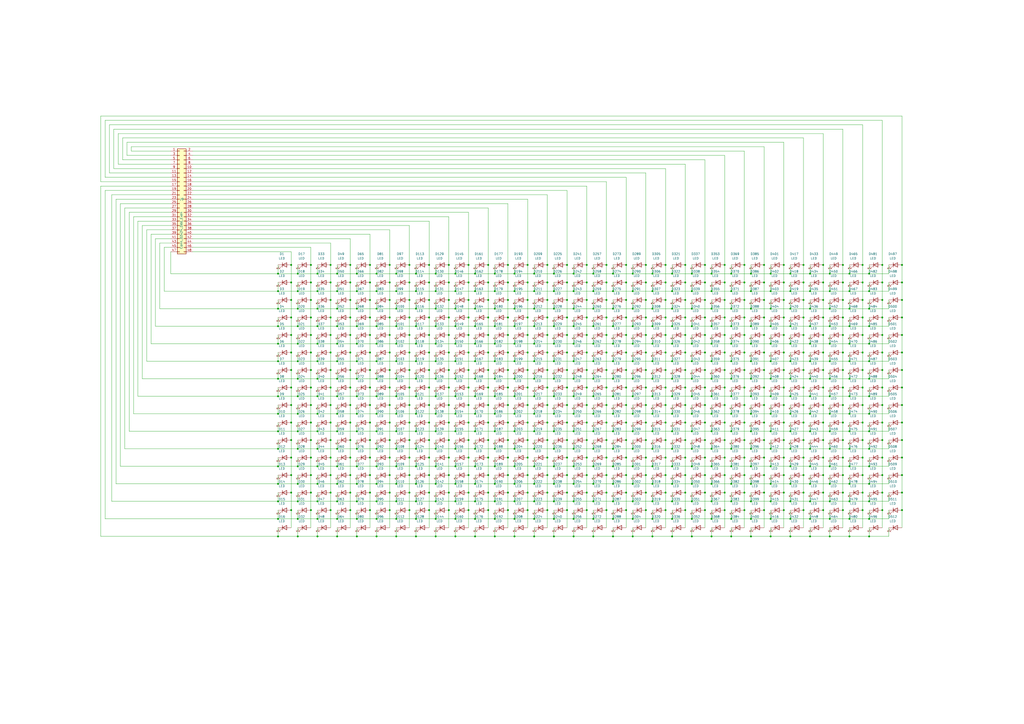
<source format=kicad_sch>
(kicad_sch (version 20231120) (generator "eeschema") (generator_version "8.0")
  (paper "A2")
  (junction (at 401.32 311.15))
  (junction (at 374.65 173.99))
  (junction (at 488.95 204.47))
  (junction (at 389.89 189.23))
  (junction (at 481.33 250.19))
  (junction (at 317.5 255.27))
  (junction (at 207.01 311.15))
  (junction (at 237.49 265.43))
  (junction (at 454.66 255.27))
  (junction (at 184.15 168.91))
  (junction (at 435.61 260.35))
  (junction (at 481.33 300.99))
  (junction (at 477.52 153.67))
  (junction (at 195.58 300.99))
  (junction (at 294.64 255.27))
  (junction (at 214.63 255.27))
  (junction (at 443.23 255.27))
  (junction (at 275.59 250.19))
  (junction (at 500.38 163.83))
  (junction (at 252.73 168.91))
  (junction (at 344.17 300.99))
  (junction (at 408.94 214.63))
  (junction (at 435.61 290.83))
  (junction (at 469.9 179.07))
  (junction (at 420.37 295.91))
  (junction (at 500.38 173.99))
  (junction (at 180.34 214.63))
  (junction (at 466.09 173.99))
  (junction (at 195.58 209.55))
  (junction (at 306.07 153.67))
  (junction (at 401.32 158.75))
  (junction (at 275.59 260.35))
  (junction (at 275.59 300.99))
  (junction (at 207.01 219.71))
  (junction (at 340.36 224.79))
  (junction (at 287.02 250.19))
  (junction (at 363.22 173.99))
  (junction (at 412.75 179.07))
  (junction (at 481.33 260.35))
  (junction (at 374.65 295.91))
  (junction (at 260.35 194.31))
  (junction (at 226.06 214.63))
  (junction (at 500.38 214.63))
  (junction (at 241.3 290.83))
  (junction (at 229.87 168.91))
  (junction (at 241.3 189.23))
  (junction (at 283.21 214.63))
  (junction (at 374.65 265.43))
  (junction (at 412.75 311.15))
  (junction (at 283.21 153.67))
  (junction (at 458.47 250.19))
  (junction (at 317.5 285.75))
  (junction (at 477.52 194.31))
  (junction (at 260.35 285.75))
  (junction (at 454.66 173.99))
  (junction (at 321.31 158.75))
  (junction (at 431.8 204.47))
  (junction (at 328.93 194.31))
  (junction (at 378.46 168.91))
  (junction (at 161.29 179.07))
  (junction (at 260.35 163.83))
  (junction (at 389.89 270.51))
  (junction (at 481.33 168.91))
  (junction (at 511.81 234.95))
  (junction (at 424.18 199.39))
  (junction (at 264.16 280.67))
  (junction (at 412.75 260.35))
  (junction (at 511.81 255.27))
  (junction (at 218.44 250.19))
  (junction (at 309.88 260.35))
  (junction (at 386.08 255.27))
  (junction (at 229.87 240.03))
  (junction (at 466.09 275.59))
  (junction (at 317.5 153.67))
  (junction (at 317.5 194.31))
  (junction (at 397.51 224.79))
  (junction (at 283.21 285.75))
  (junction (at 477.52 173.99))
  (junction (at 344.17 240.03))
  (junction (at 351.79 184.15))
  (junction (at 195.58 189.23))
  (junction (at 477.52 295.91))
  (junction (at 298.45 240.03))
  (junction (at 504.19 189.23))
  (junction (at 469.9 209.55))
  (junction (at 500.38 295.91))
  (junction (at 309.88 280.67))
  (junction (at 214.63 163.83))
  (junction (at 367.03 158.75))
  (junction (at 386.08 153.67))
  (junction (at 191.77 245.11))
  (junction (at 207.01 240.03))
  (junction (at 294.64 245.11))
  (junction (at 248.92 153.67))
  (junction (at 203.2 245.11))
  (junction (at 466.09 163.83))
  (junction (at 237.49 194.31))
  (junction (at 294.64 153.67))
  (junction (at 168.91 275.59))
  (junction (at 466.09 204.47))
  (junction (at 252.73 260.35))
  (junction (at 466.09 295.91))
  (junction (at 226.06 173.99))
  (junction (at 435.61 229.87))
  (junction (at 420.37 245.11))
  (junction (at 469.9 158.75))
  (junction (at 309.88 179.07))
  (junction (at 214.63 173.99))
  (junction (at 401.32 168.91))
  (junction (at 408.94 173.99))
  (junction (at 378.46 280.67))
  (junction (at 271.78 265.43))
  (junction (at 443.23 245.11))
  (junction (at 355.6 250.19))
  (junction (at 275.59 311.15))
  (junction (at 420.37 163.83))
  (junction (at 237.49 224.79))
  (junction (at 207.01 270.51))
  (junction (at 260.35 275.59))
  (junction (at 523.24 204.47))
  (junction (at 191.77 285.75))
  (junction (at 408.94 204.47))
  (junction (at 374.65 163.83))
  (junction (at 408.94 153.67))
  (junction (at 511.81 153.67))
  (junction (at 523.24 245.11))
  (junction (at 283.21 173.99))
  (junction (at 367.03 270.51))
  (junction (at 275.59 290.83))
  (junction (at 363.22 275.59))
  (junction (at 458.47 179.07))
  (junction (at 466.09 255.27))
  (junction (at 168.91 214.63))
  (junction (at 477.52 245.11))
  (junction (at 443.23 153.67))
  (junction (at 168.91 295.91))
  (junction (at 203.2 214.63))
  (junction (at 477.52 275.59))
  (junction (at 378.46 179.07))
  (junction (at 378.46 189.23))
  (junction (at 412.75 219.71))
  (junction (at 275.59 270.51))
  (junction (at 252.73 219.71))
  (junction (at 424.18 158.75))
  (junction (at 180.34 275.59))
  (junction (at 344.17 199.39))
  (junction (at 481.33 199.39))
  (junction (at 447.04 158.75))
  (junction (at 389.89 168.91))
  (junction (at 431.8 184.15))
  (junction (at 469.9 199.39))
  (junction (at 271.78 295.91))
  (junction (at 252.73 199.39))
  (junction (at 488.95 255.27))
  (junction (at 355.6 229.87))
  (junction (at 340.36 173.99))
  (junction (at 511.81 275.59))
  (junction (at 511.81 265.43))
  (junction (at 248.92 194.31))
  (junction (at 264.16 300.99))
  (junction (at 241.3 219.71))
  (junction (at 443.23 234.95))
  (junction (at 443.23 275.59))
  (junction (at 283.21 265.43))
  (junction (at 287.02 189.23))
  (junction (at 344.17 179.07))
  (junction (at 271.78 194.31))
  (junction (at 328.93 295.91))
  (junction (at 229.87 311.15))
  (junction (at 275.59 240.03))
  (junction (at 420.37 214.63))
  (junction (at 355.6 199.39))
  (junction (at 458.47 158.75))
  (junction (at 344.17 189.23))
  (junction (at 332.74 290.83))
  (junction (at 218.44 280.67))
  (junction (at 435.61 240.03))
  (junction (at 412.75 158.75))
  (junction (at 504.19 280.67))
  (junction (at 435.61 189.23))
  (junction (at 458.47 260.35))
  (junction (at 340.36 255.27))
  (junction (at 500.38 184.15))
  (junction (at 408.94 245.11))
  (junction (at 469.9 260.35))
  (junction (at 397.51 153.67))
  (junction (at 172.72 219.71))
  (junction (at 226.06 265.43))
  (junction (at 214.63 285.75))
  (junction (at 340.36 194.31))
  (junction (at 317.5 295.91))
  (junction (at 184.15 250.19))
  (junction (at 218.44 168.91))
  (junction (at 203.2 173.99))
  (junction (at 180.34 173.99))
  (junction (at 271.78 173.99))
  (junction (at 447.04 219.71))
  (junction (at 252.73 240.03))
  (junction (at 500.38 245.11))
  (junction (at 477.52 163.83))
  (junction (at 466.09 245.11))
  (junction (at 237.49 245.11))
  (junction (at 226.06 275.59))
  (junction (at 248.92 234.95))
  (junction (at 435.61 300.99))
  (junction (at 447.04 260.35))
  (junction (at 389.89 229.87))
  (junction (at 397.51 173.99))
  (junction (at 397.51 194.31))
  (junction (at 424.18 260.35))
  (junction (at 195.58 250.19))
  (junction (at 184.15 260.35))
  (junction (at 260.35 214.63))
  (junction (at 180.34 163.83))
  (junction (at 435.61 209.55))
  (junction (at 287.02 260.35))
  (junction (at 469.9 280.67))
  (junction (at 492.76 260.35))
  (junction (at 172.72 260.35))
  (junction (at 355.6 158.75))
  (junction (at 161.29 240.03))
  (junction (at 168.91 204.47))
  (junction (at 306.07 255.27))
  (junction (at 511.81 285.75))
  (junction (at 397.51 163.83))
  (junction (at 477.52 285.75))
  (junction (at 511.81 295.91))
  (junction (at 367.03 199.39))
  (junction (at 298.45 168.91))
  (junction (at 328.93 275.59))
  (junction (at 264.16 260.35))
  (junction (at 458.47 199.39))
  (junction (at 168.91 153.67))
  (junction (at 351.79 153.67))
  (junction (at 458.47 209.55))
  (junction (at 340.36 184.15))
  (junction (at 332.74 300.99))
  (junction (at 492.76 290.83))
  (junction (at 180.34 204.47))
  (junction (at 363.22 163.83))
  (junction (at 218.44 189.23))
  (junction (at 435.61 250.19))
  (junction (at 203.2 153.67))
  (junction (at 237.49 173.99))
  (junction (at 283.21 194.31))
  (junction (at 374.65 214.63))
  (junction (at 466.09 265.43))
  (junction (at 351.79 173.99))
  (junction (at 504.19 229.87))
  (junction (at 363.22 204.47))
  (junction (at 226.06 184.15))
  (junction (at 386.08 275.59))
  (junction (at 504.19 240.03))
  (junction (at 229.87 199.39))
  (junction (at 412.75 240.03))
  (junction (at 458.47 290.83))
  (junction (at 386.08 265.43))
  (junction (at 321.31 290.83))
  (junction (at 264.16 270.51))
  (junction (at 203.2 285.75))
  (junction (at 458.47 240.03))
  (junction (at 431.8 214.63))
  (junction (at 504.19 290.83))
  (junction (at 504.19 219.71))
  (junction (at 180.34 184.15))
  (junction (at 363.22 184.15))
  (junction (at 511.81 245.11))
  (junction (at 424.18 209.55))
  (junction (at 191.77 163.83))
  (junction (at 443.23 194.31))
  (junction (at 332.74 280.67))
  (junction (at 218.44 199.39))
  (junction (at 469.9 311.15))
  (junction (at 374.65 184.15))
  (junction (at 367.03 189.23))
  (junction (at 283.21 163.83))
  (junction (at 420.37 275.59))
  (junction (at 477.52 184.15))
  (junction (at 420.37 265.43))
  (junction (at 374.65 153.67))
  (junction (at 260.35 224.79))
  (junction (at 321.31 168.91))
  (junction (at 161.29 199.39))
  (junction (at 378.46 199.39))
  (junction (at 203.2 275.59))
  (junction (at 328.93 245.11))
  (junction (at 214.63 295.91))
  (junction (at 172.72 240.03))
  (junction (at 191.77 194.31))
  (junction (at 172.72 311.15))
  (junction (at 271.78 275.59))
  (junction (at 283.21 255.27))
  (junction (at 500.38 265.43))
  (junction (at 321.31 311.15))
  (junction (at 344.17 229.87))
  (junction (at 488.95 184.15))
  (junction (at 443.23 204.47))
  (junction (at 275.59 209.55))
  (junction (at 397.51 234.95))
  (junction (at 184.15 179.07))
  (junction (at 488.95 265.43))
  (junction (at 523.24 184.15))
  (junction (at 420.37 234.95))
  (junction (at 351.79 285.75))
  (junction (at 248.92 265.43))
  (junction (at 408.94 163.83))
  (junction (at 283.21 275.59))
  (junction (at 248.92 173.99))
  (junction (at 477.52 204.47))
  (junction (at 447.04 240.03))
  (junction (at 306.07 194.31))
  (junction (at 523.24 194.31))
  (junction (at 504.19 209.55))
  (junction (at 317.5 173.99))
  (junction (at 523.24 224.79))
  (junction (at 264.16 189.23))
  (junction (at 207.01 260.35))
  (junction (at 378.46 311.15))
  (junction (at 344.17 209.55))
  (junction (at 492.76 168.91))
  (junction (at 275.59 229.87))
  (junction (at 271.78 224.79))
  (junction (at 386.08 234.95))
  (junction (at 275.59 219.71))
  (junction (at 477.52 224.79))
  (junction (at 443.23 173.99))
  (junction (at 374.65 224.79))
  (junction (at 172.72 158.75))
  (junction (at 481.33 179.07))
  (junction (at 340.36 153.67))
  (junction (at 420.37 194.31))
  (junction (at 317.5 265.43))
  (junction (at 321.31 240.03))
  (junction (at 454.66 275.59))
  (junction (at 466.09 153.67))
  (junction (at 180.34 265.43))
  (junction (at 260.35 173.99))
  (junction (at 172.72 270.51))
  (junction (at 481.33 311.15))
  (junction (at 191.77 275.59))
  (junction (at 207.01 300.99))
  (junction (at 351.79 214.63))
  (junction (at 351.79 245.11))
  (junction (at 298.45 300.99))
  (junction (at 214.63 234.95))
  (junction (at 424.18 290.83))
  (junction (at 226.06 295.91))
  (junction (at 207.01 229.87))
  (junction (at 344.17 158.75))
  (junction (at 287.02 300.99))
  (junction (at 191.77 214.63))
  (junction (at 226.06 163.83))
  (junction (at 207.01 280.67))
  (junction (at 408.94 184.15))
  (junction (at 431.8 163.83))
  (junction (at 294.64 204.47))
  (junction (at 229.87 158.75))
  (junction (at 458.47 168.91))
  (junction (at 363.22 194.31))
  (junction (at 431.8 265.43))
  (junction (at 431.8 275.59))
  (junction (at 367.03 229.87))
  (junction (at 218.44 229.87))
  (junction (at 309.88 290.83))
  (junction (at 229.87 270.51))
  (junction (at 397.51 184.15))
  (junction (at 283.21 224.79))
  (junction (at 492.76 250.19))
  (junction (at 401.32 240.03))
  (junction (at 367.03 290.83))
  (junction (at 260.35 245.11))
  (junction (at 332.74 219.71))
  (junction (at 332.74 168.91))
  (junction (at 492.76 300.99))
  (junction (at 229.87 219.71))
  (junction (at 195.58 158.75))
  (junction (at 271.78 214.63))
  (junction (at 481.33 158.75))
  (junction (at 309.88 158.75))
  (junction (at 469.9 290.83))
  (junction (at 229.87 290.83))
  (junction (at 172.72 199.39))
  (junction (at 195.58 179.07))
  (junction (at 488.95 295.91))
  (junction (at 294.64 194.31))
  (junction (at 306.07 224.79))
  (junction (at 203.2 265.43))
  (junction (at 161.29 209.55))
  (junction (at 488.95 285.75))
  (junction (at 168.91 194.31))
  (junction (at 172.72 179.07))
  (junction (at 191.77 295.91))
  (junction (at 317.5 224.79))
  (junction (at 309.88 240.03))
  (junction (at 207.01 209.55))
  (junction (at 401.32 270.51))
  (junction (at 207.01 290.83))
  (junction (at 260.35 153.67))
  (junction (at 298.45 270.51))
  (junction (at 252.73 209.55))
  (junction (at 184.15 189.23))
  (junction (at 363.22 153.67))
  (junction (at 168.91 285.75))
  (junction (at 374.65 275.59))
  (junction (at 294.64 224.79))
  (junction (at 481.33 240.03))
  (junction (at 389.89 219.71))
  (junction (at 180.34 224.79))
  (junction (at 340.36 295.91))
  (junction (at 492.76 270.51))
  (junction (at 378.46 300.99))
  (junction (at 275.59 179.07))
  (junction (at 195.58 199.39))
  (junction (at 237.49 163.83))
  (junction (at 367.03 209.55))
  (junction (at 252.73 311.15))
  (junction (at 435.61 199.39))
  (junction (at 184.15 229.87))
  (junction (at 340.36 163.83))
  (junction (at 397.51 295.91))
  (junction (at 332.74 270.51))
  (junction (at 275.59 280.67))
  (junction (at 374.65 194.31))
  (junction (at 469.9 300.99))
  (junction (at 241.3 158.75))
  (junction (at 431.8 234.95))
  (junction (at 488.95 245.11))
  (junction (at 523.24 265.43))
  (junction (at 332.74 209.55))
  (junction (at 184.15 240.03))
  (junction (at 344.17 260.35))
  (junction (at 332.74 158.75))
  (junction (at 431.8 173.99))
  (junction (at 287.02 168.91))
  (junction (at 306.07 163.83))
  (junction (at 344.17 290.83))
  (junction (at 523.24 285.75))
  (junction (at 386.08 245.11))
  (junction (at 435.61 158.75))
  (junction (at 355.6 179.07))
  (junction (at 481.33 219.71))
  (junction (at 248.92 255.27))
  (junction (at 401.32 290.83))
  (junction (at 328.93 285.75))
  (junction (at 294.64 295.91))
  (junction (at 264.16 311.15))
  (junction (at 226.06 224.79))
  (junction (at 488.95 234.95))
  (junction (at 248.92 214.63))
  (junction (at 386.08 173.99))
  (junction (at 294.64 234.95))
  (junction (at 287.02 179.07))
  (junction (at 172.72 229.87))
  (junction (at 511.81 204.47))
  (junction (at 420.37 153.67))
  (junction (at 306.07 295.91))
  (junction (at 218.44 219.71))
  (junction (at 298.45 229.87))
  (junction (at 378.46 229.87))
  (junction (at 195.58 168.91))
  (junction (at 401.32 260.35))
  (junction (at 389.89 240.03))
  (junction (at 340.36 265.43))
  (junction (at 306.07 214.63))
  (junction (at 488.95 214.63))
  (junction (at 287.02 311.15))
  (junction (at 363.22 234.95))
  (junction (at 298.45 209.55))
  (junction (at 454.66 224.79))
  (junction (at 363.22 265.43))
  (junction (at 420.37 255.27))
  (junction (at 237.49 153.67))
  (junction (at 214.63 153.67))
  (junction (at 511.81 163.83))
  (junction (at 298.45 199.39))
  (junction (at 351.79 255.27))
  (junction (at 447.04 179.07))
  (junction (at 458.47 229.87))
  (junction (at 191.77 255.27))
  (junction (at 309.88 168.91))
  (junction (at 203.2 204.47))
  (junction (at 424.18 168.91))
  (junction (at 332.74 311.15))
  (junction (at 294.64 184.15))
  (junction (at 454.66 214.63))
  (junction (at 264.16 209.55))
  (junction (at 401.32 179.07))
  (junction (at 477.52 234.95))
  (junction (at 203.2 163.83))
  (junction (at 214.63 224.79))
  (junction (at 340.36 275.59))
  (junction (at 287.02 158.75))
  (junction (at 458.47 311.15))
  (junction (at 492.76 209.55))
  (junction (at 488.95 275.59))
  (junction (at 424.18 250.19))
  (junction (at 389.89 311.15))
  (junction (at 203.2 295.91))
  (junction (at 355.6 209.55))
  (junction (at 309.88 199.39))
  (junction (at 328.93 173.99))
  (junction (at 511.81 214.63))
  (junction (at 401.32 189.23))
  (junction (at 340.36 214.63))
  (junction (at 424.18 219.71))
  (junction (at 374.65 285.75))
  (junction (at 386.08 214.63))
  (junction (at 412.75 209.55))
  (junction (at 172.72 290.83))
  (junction (at 226.06 204.47))
  (junction (at 492.76 179.07))
  (junction (at 264.16 168.91))
  (junction (at 241.3 300.99))
  (junction (at 226.06 245.11))
  (junction (at 328.93 204.47))
  (junction (at 469.9 270.51))
  (junction (at 469.9 240.03))
  (junction (at 431.8 285.75))
  (junction (at 378.46 240.03))
  (junction (at 317.5 184.15))
  (junction (at 412.75 199.39))
  (junction (at 420.37 173.99))
  (junction (at 523.24 163.83))
  (junction (at 218.44 158.75))
  (junction (at 355.6 260.35))
  (junction (at 287.02 199.39))
  (junction (at 408.94 275.59))
  (junction (at 241.3 229.87))
  (junction (at 294.64 173.99))
  (junction (at 229.87 300.99))
  (junction (at 248.92 204.47))
  (junction (at 321.31 209.55))
  (junction (at 488.95 163.83))
  (junction (at 306.07 275.59))
  (junction (at 367.03 260.35))
  (junction (at 351.79 234.95))
  (junction (at 332.74 229.87))
  (junction (at 443.23 214.63))
  (junction (at 500.38 224.79))
  (junction (at 184.15 280.67))
  (junction (at 214.63 265.43))
  (junction (at 408.94 234.95))
  (junction (at 248.92 285.75))
  (junction (at 298.45 179.07))
  (junction (at 363.22 224.79))
  (junction (at 214.63 194.31))
  (junction (at 321.31 280.67))
  (junction (at 248.92 224.79))
  (junction (at 412.75 250.19))
  (junction (at 298.45 290.83))
  (junction (at 184.15 209.55))
  (junction (at 172.72 168.91))
  (junction (at 309.88 270.51))
  (junction (at 443.23 285.75))
  (junction (at 454.66 295.91))
  (junction (at 469.9 189.23))
  (junction (at 195.58 290.83))
  (junction (at 275.59 158.75))
  (junction (at 355.6 311.15))
  (junction (at 469.9 219.71))
  (junction (at 454.66 285.75))
  (junction (at 466.09 214.63))
  (junction (at 260.35 255.27))
  (junction (at 214.63 214.63))
  (junction (at 161.29 290.83))
  (junction (at 294.64 265.43))
  (junction (at 237.49 295.91))
  (junction (at 355.6 300.99))
  (junction (at 248.92 275.59))
  (junction (at 351.79 265.43))
  (junction (at 481.33 290.83))
  (junction (at 218.44 300.99))
  (junction (at 298.45 311.15))
  (junction (at 180.34 194.31))
  (junction (at 328.93 224.79))
  (junction (at 275.59 168.91))
  (junction (at 275.59 189.23))
  (junction (at 214.63 184.15))
  (junction (at 389.89 300.99))
  (junction (at 287.02 270.51))
  (junction (at 466.09 184.15))
  (junction (at 355.6 240.03))
  (junction (at 367.03 179.07))
  (junction (at 363.22 285.75))
  (junction (at 226.06 153.67))
  (junction (at 420.37 184.15))
  (junction (at 481.33 189.23))
  (junction (at 344.17 270.51))
  (junction (at 454.66 204.47))
  (junction (at 389.89 280.67))
  (junction (at 317.5 275.59))
  (junction (at 454.66 163.83))
  (junction (at 252.73 250.19))
  (junction (at 454.66 265.43))
  (junction (at 481.33 270.51))
  (junction (at 180.34 285.75))
  (junction (at 447.04 189.23))
  (junction (at 500.38 285.75))
  (junction (at 298.45 219.71))
  (junction (at 306.07 245.11))
  (junction (at 237.49 234.95))
  (junction (at 229.87 229.87))
  (junction (at 321.31 219.71))
  (junction (at 408.94 295.91))
  (junction (at 401.32 229.87))
  (junction (at 431.8 295.91))
  (junction (at 203.2 224.79))
  (junction (at 264.16 158.75))
  (junction (at 229.87 250.19))
  (junction (at 195.58 229.87))
  (junction (at 214.63 245.11))
  (junction (at 355.6 270.51))
  (junction (at 328.93 265.43))
  (junction (at 435.61 179.07))
  (junction (at 511.81 224.79))
  (junction (at 287.02 229.87))
  (junction (at 351.79 194.31))
  (junction (at 420.37 224.79))
  (junction (at 306.07 285.75))
  (junction (at 306.07 184.15))
  (junction (at 504.19 158.75))
  (junction (at 424.18 229.87))
  (junction (at 321.31 229.87))
  (junction (at 168.91 234.95))
  (junction (at 332.74 199.39))
  (junction (at 161.29 300.99))
  (junction (at 203.2 234.95))
  (junction (at 504.19 270.51))
  (junction (at 374.65 245.11))
  (junction (at 466.09 194.31))
  (junction (at 412.75 280.67))
  (junction (at 168.91 255.27))
  (junction (at 161.29 219.71))
  (junction (at 431.8 224.79))
  (junction (at 283.21 184.15))
  (junction (at 172.72 280.67))
  (junction (at 424.18 311.15))
  (junction (at 191.77 204.47))
  (junction (at 207.01 179.07))
  (junction (at 241.3 199.39))
  (junction (at 328.93 234.95))
  (junction (at 306.07 173.99))
  (junction (at 492.76 280.67))
  (junction (at 504.19 199.39))
  (junction (at 283.21 234.95))
  (junction (at 321.31 260.35))
  (junction (at 523.24 234.95))
  (junction (at 355.6 280.67))
  (junction (at 203.2 194.31))
  (junction (at 481.33 229.87))
  (junction (at 504.19 311.15))
  (junction (at 344.17 280.67))
  (junction (at 351.79 204.47))
  (junction (at 355.6 189.23))
  (junction (at 168.91 245.11))
  (junction (at 241.3 260.35))
  (junction (at 161.29 270.51))
  (junction (at 397.51 275.59))
  (junction (at 397.51 214.63))
  (junction (at 172.72 250.19))
  (junction (at 401.32 209.55))
  (junction (at 271.78 163.83))
  (junction (at 458.47 300.99))
  (junction (at 408.94 194.31))
  (junction (at 195.58 311.15))
  (junction (at 271.78 245.11))
  (junction (at 374.65 255.27))
  (junction (at 386.08 194.31))
  (junction (at 161.29 158.75))
  (junction (at 443.23 265.43))
  (junction (at 237.49 275.59))
  (junction (at 207.01 250.19))
  (junction (at 401.32 300.99))
  (junction (at 355.6 168.91))
  (junction (at 389.89 250.19))
  (junction (at 500.38 255.27))
  (junction (at 321.31 179.07))
  (junction (at 386.08 224.79))
  (junction (at 420.37 204.47))
  (junction (at 367.03 300.99))
  (junction (at 424.18 179.07))
  (junction (at 435.61 219.71))
  (junction (at 275.59 199.39))
  (junction (at 260.35 204.47))
  (junction (at 161.29 311.15))
  (junction (at 412.75 229.87))
  (junction (at 226.06 255.27))
  (junction (at 237.49 214.63))
  (junction (at 492.76 189.23))
  (junction (at 492.76 158.75))
  (junction (at 447.04 280.67))
  (junction (at 248.92 184.15))
  (junction (at 287.02 280.67))
  (junction (at 264.16 250.19))
  (junction (at 191.77 224.79))
  (junction (at 309.88 189.23))
  (junction (at 340.36 234.95))
  (junction (at 191.77 265.43))
  (junction (at 378.46 158.75))
  (junction (at 386.08 204.47))
  (junction (at 168.91 224.79))
  (junction (at 264.16 179.07))
  (junction (at 481.33 209.55))
  (junction (at 351.79 163.83))
  (junction (at 481.33 280.67))
  (junction (at 363.22 245.11))
  (junction (at 180.34 245.11))
  (junction (at 161.29 280.67))
  (junction (at 203.2 184.15))
  (junction (at 454.66 184.15))
  (junction (at 367.03 250.19))
  (junction (at 458.47 280.67))
  (junction (at 328.93 214.63))
  (junction (at 317.5 204.47))
  (junction (at 420.37 285.75))
  (junction (at 226.06 234.95))
  (junction (at 184.15 199.39))
  (junction (at 332.74 189.23))
  (junction (at 363.22 295.91))
  (junction (at 523.24 214.63))
  (junction (at 184.15 158.75))
  (junction (at 443.23 224.79))
  (junction (at 424.18 280.67))
  (junction (at 469.9 250.19))
  (junction (at 523.24 275.59))
  (junction (at 207.01 199.39))
  (junction (at 466.09 224.79))
  (junction (at 195.58 219.71))
  (junction (at 248.92 295.91))
  (junction (at 458.47 270.51))
  (junction (at 271.78 153.67))
  (junction (at 248.92 163.83))
  (junction (at 355.6 219.71))
  (junction (at 443.23 184.15))
  (junction (at 431.8 245.11))
  (junction (at 332.74 240.03))
  (junction (at 408.94 255.27))
  (junction (at 237.49 204.47))
  (junction (at 168.91 163.83))
  (junction (at 317.5 163.83))
  (junction (at 397.51 245.11))
  (junction (at 168.91 173.99))
  (junction (at 271.78 285.75))
  (junction (at 252.73 179.07))
  (junction (at 241.3 280.67))
  (junction (at 458.47 189.23))
  (junction (at 340.36 285.75))
  (junction (at 161.29 168.91))
  (junction (at 309.88 209.55))
  (junction (at 374.65 234.95))
  (junction (at 264.16 290.83))
  (junction (at 298.45 189.23))
  (junction (at 252.73 300.99))
  (junction (at 309.88 311.15))
  (junction (at 447.04 300.99))
  (junction (at 389.89 158.75))
  (junction (at 306.07 234.95))
  (junction (at 241.3 250.19))
  (junction (at 298.45 158.75))
  (junction (at 287.02 209.55))
  (junction (at 191.77 173.99))
  (junction (at 367.03 311.15))
  (junction (at 378.46 219.71))
  (junction (at 443.23 163.83))
  (junction (at 321.31 189.23))
  (junction (at 458.47 219.71))
  (junction (at 237.49 255.27))
  (junction (at 447.04 290.83))
  (junction (at 412.75 270.51))
  (junction (at 408.94 265.43))
  (junction (at 309.88 229.87))
  (junction (at 504.19 179.07))
  (junction (at 389.89 290.83))
  (junction (at 241.3 270.51))
  (junction (at 260.35 295.91))
  (junction (at 218.44 209.55))
  (junction (at 184.15 219.71))
  (junction (at 447.04 199.39))
  (junction (at 218.44 270.51))
  (junction (at 260.35 184.15))
  (junction (at 306.07 204.47))
  (junction (at 447.04 311.15))
  (junction (at 351.79 295.91))
  (junction (at 218.44 311.15))
  (junction (at 321.31 270.51))
  (junction (at 191.77 153.67))
  (junction (at 172.72 189.23))
  (junction (at 207.01 158.75))
  (junction (at 397.51 255.27))
  (junction (at 431.8 255.27))
  (junction (at 252.73 158.75))
  (junction (at 492.76 219.71))
  (junction (at 264.16 229.87))
  (junction (at 408.94 224.79))
  (junction (at 378.46 250.19))
  (junction (at 447.04 270.51))
  (junction (at 260.35 265.43))
  (junction (at 435.61 168.91))
  (junction (at 389.89 209.55))
  (junction (at 264.16 219.71))
  (junction (at 218.44 240.03))
  (junction (at 492.76 199.39))
  (junction (at 218.44 290.83))
  (junction (at 412.75 168.91))
  (junction (at 298.45 250.19))
  (junction (at 435.61 311.15))
  (junction (at 271.78 204.47))
  (junction (at 214.63 275.59))
  (junction (at 252.73 290.83))
  (junction (at 466.09 234.95))
  (junction (at 161.29 189.23))
  (junction (at 161.29 260.35))
  (junction (at 477.52 265.43))
  (junction (at 328.93 184.15))
  (junction (at 424.18 189.23))
  (junction (at 500.38 204.47))
  (junction (at 363.22 214.63))
  (junction (at 500.38 275.59))
  (junction (at 397.51 204.47))
  (junction (at 344.17 219.71))
  (junction (at 488.95 224.79))
  (junction (at 367.03 240.03))
  (junction (at 264.16 199.39))
  (junction (at 401.32 219.71))
  (junction (at 306.07 265.43))
  (junction (at 294.64 285.75))
  (junction (at 229.87 209.55))
  (junction (at 492.76 240.03))
  (junction (at 389.89 260.35))
  (junction (at 195.58 270.51))
  (junction (at 488.95 153.67))
  (junction (at 195.58 240.03))
  (junction (at 469.9 229.87))
  (junction (at 309.88 300.99))
  (junction (at 447.04 250.19))
  (junction (at 229.87 189.23))
  (junction (at 389.89 199.39))
  (junction (at 386.08 285.75))
  (junction (at 408.94 285.75))
  (junction (at 431.8 194.31))
  (junction (at 511.81 173.99))
  (junction (at 229.87 280.67))
  (junction (at 184.15 300.99))
  (junction (at 367.03 168.91))
  (junction (at 218.44 260.35))
  (junction (at 466.09 285.75))
  (junction (at 260.35 234.95))
  (junction (at 252.73 229.87))
  (junction (at 500.38 153.67))
  (junction (at 229.87 260.35))
  (junction (at 488.95 173.99))
  (junction (at 241.3 168.91))
  (junction (at 511.81 194.31))
  (junction (at 332.74 179.07))
  (junction (at 351.79 275.59))
  (junction (at 317.5 234.95))
  (junction (at 229.87 179.07))
  (junction (at 389.89 179.07))
  (junction (at 454.66 153.67))
  (junction (at 271.78 234.95))
  (junction (at 252.73 280.67))
  (junction (at 363.22 255.27))
  (junction (at 401.32 199.39))
  (junction (at 500.38 194.31))
  (junction (at 378.46 290.83))
  (junction (at 454.66 234.95))
  (junction (at 397.51 285.75))
  (junction (at 523.24 153.67))
  (junction (at 424.18 240.03))
  (junction (at 283.21 295.91))
  (junction (at 184.15 290.83))
  (junction (at 328.93 163.83))
  (junction (at 283.21 245.11))
  (junction (at 195.58 260.35))
  (junction (at 431.8 153.67))
  (junction (at 492.76 311.15))
  (junction (at 378.46 260.35))
  (junction (at 226.06 285.75))
  (junction (at 317.5 245.11))
  (junction (at 454.66 245.11))
  (junction (at 378.46 270.51))
  (junction (at 523.24 173.99))
  (junction (at 344.17 168.91))
  (junction (at 294.64 214.63))
  (junction (at 180.34 153.67))
  (junction (at 386.08 163.83))
  (junction (at 447.04 168.91))
  (junction (at 287.02 219.71))
  (junction (at 328.93 255.27))
  (junction (at 203.2 255.27))
  (junction (at 412.75 300.99))
  (junction (at 412.75 189.23))
  (junction (at 523.24 255.27))
  (junction (at 309.88 219.71))
  (junction (at 435.61 280.67))
  (junction (at 321.31 250.19))
  (junction (at 294.64 275.59))
  (junction (at 443.23 295.91))
  (junction (at 447.04 229.87))
  (junction (at 168.91 184.15))
  (junction (at 351.79 224.79))
  (junction (at 397.51 265.43))
  (junction (at 378.46 209.55))
  (junction (at 317.5 214.63))
  (junction (at 332.74 260.35))
  (junction (at 237.49 285.75))
  (junction (at 386.08 184.15))
  (junction (at 172.72 209.55))
  (junction (at 424.18 300.99))
  (junction (at 241.3 311.15))
  (junction (at 344.17 250.19))
  (junction (at 237.49 184.15))
  (junction (at 511.81 184.15))
  (junction (at 469.9 168.91))
  (junction (at 180.34 255.27))
  (junction (at 241.3 179.07))
  (junction (at 161.29 229.87))
  (junction (at 504.19 250.19))
  (junction (at 500.38 234.95))
  (junction (at 523.24 295.91))
  (junction (at 168.91 265.43))
  (junction (at 283.21 204.47))
  (junction (at 248.92 245.11))
  (junction (at 367.03 280.67))
  (junction (at 355.6 290.83))
  (junction (at 424.18 270.51))
  (junction (at 328.93 153.67))
  (junction (at 435.61 270.51))
  (junction (at 412.75 290.83))
  (junction (at 344.17 311.15))
  (junction (at 252.73 189.23))
  (junction (at 340.36 245.11))
  (junction (at 184.15 311.15))
  (junction (at 252.73 270.51))
  (junction (at 298.45 260.35))
  (junction (at 287.02 290.83))
  (junction (at 195.58 280.67))
  (junction (at 184.15 270.51))
  (junction (at 386.08 295.91))
  (junction (at 180.34 234.95))
  (junction (at 340.36 204.47))
  (junction (at 241.3 240.03))
  (junction (at 172.72 300.99))
  (junction (at 309.88 250.19))
  (junction (at 477.52 214.63))
  (junction (at 492.76 229.87))
  (junction (at 447.04 209.55))
  (junction (at 226.06 194.31))
  (junction (at 214.63 204.47))
  (junction (at 218.44 179.07))
  (junction (at 374.65 204.47))
  (junction (at 207.01 168.91))
  (junction (at 477.52 255.27))
  (junction (at 321.31 199.39))
  (junction (at 271.78 255.27))
  (junction (at 367.03 219.71))
  (junction (at 401.32 280.67))
  (junction (at 161.29 250.19))
  (junction (at 504.19 260.35))
  (junction (at 241.3 209.55))
  (junction (at 191.77 234.95))
  (junction (at 488.95 194.31))
  (junction (at 321.31 300.99))
  (junction (at 287.02 240.03))
  (junction (at 180.34 295.91))
  (junction (at 454.66 194.31))
  (junction (at 332.74 250.19))
  (junction (at 504.19 300.99))
  (junction (at 504.19 168.91))
  (junction (at 271.78 184.15))
  (junction (at 298.45 280.67))
  (junction (at 264.16 240.03))
  (junction (at 191.77 184.15))
  (junction (at 207.01 189.23))
  (junction (at 401.32 250.19))
  (junction (at 294.64 163.83))
  (wire (pts (xy 252.73 204.47) (xy 252.73 209.55)))
  (wire (pts (xy 252.73 219.71) (xy 241.3 219.71)))
  (wire (pts (xy 321.31 168.91) (xy 309.88 168.91)))
  (wire (pts (xy 283.21 214.63) (xy 283.21 224.79)))
  (wire (pts (xy 424.18 290.83) (xy 412.75 290.83)))
  (wire (pts (xy 283.21 153.67) (xy 283.21 163.83)))
  (wire (pts (xy 477.52 265.43) (xy 477.52 275.59)))
  (wire (pts (xy 309.88 245.11) (xy 309.88 250.19)))
  (wire (pts (xy 275.59 209.55) (xy 264.16 209.55)))
  (wire (pts (xy 492.76 158.75) (xy 481.33 158.75)))
  (wire (pts (xy 469.9 306.07) (xy 469.9 311.15)))
  (wire (pts (xy 66.04 74.93) (xy 488.95 74.93)))
  (wire (pts (xy 195.58 189.23) (xy 184.15 189.23)))
  (wire (pts (xy 408.94 214.63) (xy 408.94 224.79)))
  (wire (pts (xy 184.15 300.99) (xy 172.72 300.99)))
  (wire (pts (xy 184.15 255.27) (xy 184.15 260.35)))
  (wire (pts (xy 435.61 204.47) (xy 435.61 209.55)))
  (wire (pts (xy 191.77 295.91) (xy 191.77 306.07)))
  (wire (pts (xy 321.31 184.15) (xy 321.31 189.23)))
  (wire (pts (xy 172.72 189.23) (xy 161.29 189.23)))
  (wire (pts (xy 504.19 280.67) (xy 492.76 280.67)))
  (wire (pts (xy 287.02 265.43) (xy 287.02 270.51)))
  (wire (pts (xy 367.03 229.87) (xy 355.6 229.87)))
  (wire (pts (xy 401.32 250.19) (xy 389.89 250.19)))
  (wire (pts (xy 401.32 255.27) (xy 401.32 260.35)))
  (wire (pts (xy 229.87 255.27) (xy 229.87 260.35)))
  (wire (pts (xy 435.61 234.95) (xy 435.61 240.03)))
  (wire (pts (xy 287.02 229.87) (xy 275.59 229.87)))
  (wire (pts (xy 283.21 184.15) (xy 283.21 194.31)))
  (wire (pts (xy 195.58 229.87) (xy 207.01 229.87)))
  (wire (pts (xy 306.07 204.47) (xy 306.07 214.63)))
  (wire (pts (xy 477.52 153.67) (xy 477.52 163.83)))
  (wire (pts (xy 58.42 107.95) (xy 58.42 311.15)))
  (wire (pts (xy 317.5 275.59) (xy 317.5 285.75)))
  (wire (pts (xy 378.46 173.99) (xy 378.46 179.07)))
  (wire (pts (xy 184.15 173.99) (xy 184.15 179.07)))
  (wire (pts (xy 168.91 173.99) (xy 168.91 184.15)))
  (wire (pts (xy 454.66 295.91) (xy 454.66 306.07)))
  (wire (pts (xy 168.91 285.75) (xy 168.91 295.91)))
  (wire (pts (xy 229.87 295.91) (xy 229.87 300.99)))
  (wire (pts (xy 344.17 194.31) (xy 344.17 199.39)))
  (wire (pts (xy 218.44 204.47) (xy 218.44 209.55)))
  (wire (pts (xy 374.65 153.67) (xy 374.65 100.33)))
  (wire (pts (xy 424.18 270.51) (xy 412.75 270.51)))
  (wire (pts (xy 252.73 158.75) (xy 241.3 158.75)))
  (wire (pts (xy 252.73 300.99) (xy 241.3 300.99)))
  (wire (pts (xy 363.22 173.99) (xy 363.22 184.15)))
  (wire (pts (xy 401.32 290.83) (xy 389.89 290.83)))
  (wire (pts (xy 248.92 153.67) (xy 248.92 163.83)))
  (wire (pts (xy 363.22 245.11) (xy 363.22 255.27)))
  (wire (pts (xy 294.64 214.63) (xy 294.64 224.79)))
  (wire (pts (xy 275.59 260.35) (xy 264.16 260.35)))
  (wire (pts (xy 523.24 214.63) (xy 523.24 224.79)))
  (wire (pts (xy 424.18 306.07) (xy 424.18 311.15)))
  (wire (pts (xy 515.62 260.35) (xy 504.19 260.35)))
  (wire (pts (xy 454.66 275.59) (xy 454.66 285.75)))
  (wire (pts (xy 252.73 290.83) (xy 241.3 290.83)))
  (wire (pts (xy 458.47 255.27) (xy 458.47 260.35)))
  (wire (pts (xy 515.62 270.51) (xy 504.19 270.51)))
  (wire (pts (xy 367.03 224.79) (xy 367.03 229.87)))
  (wire (pts (xy 237.49 204.47) (xy 237.49 214.63)))
  (wire (pts (xy 401.32 184.15) (xy 401.32 189.23)))
  (wire (pts (xy 443.23 204.47) (xy 443.23 214.63)))
  (wire (pts (xy 309.88 219.71) (xy 298.45 219.71)))
  (wire (pts (xy 481.33 204.47) (xy 481.33 209.55)))
  (wire (pts (xy 515.62 295.91) (xy 515.62 300.99)))
  (wire (pts (xy 321.31 306.07) (xy 321.31 311.15)))
  (wire (pts (xy 191.77 194.31) (xy 191.77 204.47)))
  (wire (pts (xy 195.58 199.39) (xy 184.15 199.39)))
  (wire (pts (xy 309.88 168.91) (xy 298.45 168.91)))
  (wire (pts (xy 447.04 224.79) (xy 447.04 229.87)))
  (wire (pts (xy 207.01 224.79) (xy 207.01 229.87)))
  (wire (pts (xy 435.61 300.99) (xy 424.18 300.99)))
  (wire (pts (xy 99.06 130.81) (xy 82.55 130.81)))
  (wire (pts (xy 172.72 240.03) (xy 161.29 240.03)))
  (wire (pts (xy 454.66 184.15) (xy 454.66 194.31)))
  (wire (pts (xy 283.21 173.99) (xy 283.21 184.15)))
  (wire (pts (xy 264.16 295.91) (xy 264.16 300.99)))
  (wire (pts (xy 252.73 280.67) (xy 241.3 280.67)))
  (wire (pts (xy 191.77 275.59) (xy 191.77 285.75)))
  (wire (pts (xy 374.65 153.67) (xy 374.65 163.83)))
  (wire (pts (xy 237.49 265.43) (xy 237.49 275.59)))
  (wire (pts (xy 504.19 306.07) (xy 504.19 311.15)))
  (wire (pts (xy 321.31 204.47) (xy 321.31 209.55)))
  (wire (pts (xy 184.15 245.11) (xy 184.15 250.19)))
  (wire (pts (xy 332.74 224.79) (xy 332.74 229.87)))
  (wire (pts (xy 340.36 107.95) (xy 340.36 153.67)))
  (wire (pts (xy 237.49 214.63) (xy 237.49 224.79)))
  (wire (pts (xy 424.18 184.15) (xy 424.18 189.23)))
  (wire (pts (xy 469.9 184.15) (xy 469.9 189.23)))
  (wire (pts (xy 344.17 255.27) (xy 344.17 260.35)))
  (wire (pts (xy 458.47 179.07) (xy 447.04 179.07)))
  (wire (pts (xy 367.03 255.27) (xy 367.03 260.35)))
  (wire (pts (xy 168.91 146.05) (xy 168.91 153.67)))
  (wire (pts (xy 378.46 224.79) (xy 378.46 229.87)))
  (wire (pts (xy 82.55 130.81) (xy 82.55 219.71)))
  (wire (pts (xy 389.89 285.75) (xy 389.89 290.83)))
  (wire (pts (xy 328.93 285.75) (xy 328.93 295.91)))
  (wire (pts (xy 469.9 173.99) (xy 469.9 179.07)))
  (wire (pts (xy 363.22 184.15) (xy 363.22 194.31)))
  (wire (pts (xy 340.36 285.75) (xy 340.36 295.91)))
  (wire (pts (xy 477.52 234.95) (xy 477.52 245.11)))
  (wire (pts (xy 172.72 168.91) (xy 161.29 168.91)))
  (wire (pts (xy 488.95 214.63) (xy 488.95 224.79)))
  (wire (pts (xy 523.24 234.95) (xy 523.24 245.11)))
  (wire (pts (xy 207.01 163.83) (xy 207.01 168.91)))
  (wire (pts (xy 248.92 184.15) (xy 248.92 194.31)))
  (wire (pts (xy 408.94 184.15) (xy 408.94 194.31)))
  (wire (pts (xy 344.17 245.11) (xy 344.17 250.19)))
  (wire (pts (xy 271.78 204.47) (xy 271.78 214.63)))
  (wire (pts (xy 287.02 255.27) (xy 287.02 260.35)))
  (wire (pts (xy 504.19 245.11) (xy 504.19 250.19)))
  (wire (pts (xy 492.76 295.91) (xy 492.76 300.99)))
  (wire (pts (xy 408.94 204.47) (xy 408.94 214.63)))
  (wire (pts (xy 264.16 184.15) (xy 264.16 189.23)))
  (wire (pts (xy 378.46 306.07) (xy 378.46 311.15)))
  (wire (pts (xy 241.3 173.99) (xy 241.3 179.07)))
  (wire (pts (xy 294.64 173.99) (xy 294.64 184.15)))
  (wire (pts (xy 401.32 219.71) (xy 389.89 219.71)))
  (wire (pts (xy 412.75 194.31) (xy 412.75 199.39)))
  (wire (pts (xy 229.87 204.47) (xy 229.87 209.55)))
  (wire (pts (xy 229.87 199.39) (xy 218.44 199.39)))
  (wire (pts (xy 344.17 306.07) (xy 344.17 311.15)))
  (wire (pts (xy 435.61 158.75) (xy 424.18 158.75)))
  (wire (pts (xy 328.93 275.59) (xy 328.93 285.75)))
  (wire (pts (xy 447.04 199.39) (xy 435.61 199.39)))
  (wire (pts (xy 69.85 118.11) (xy 69.85 270.51)))
  (wire (pts (xy 195.58 204.47) (xy 195.58 209.55)))
  (wire (pts (xy 195.58 234.95) (xy 195.58 240.03)))
  (wire (pts (xy 454.66 163.83) (xy 454.66 173.99)))
  (wire (pts (xy 504.19 275.59) (xy 504.19 280.67)))
  (wire (pts (xy 397.51 224.79) (xy 397.51 234.95)))
  (wire (pts (xy 504.19 300.99) (xy 492.76 300.99)))
  (wire (pts (xy 275.59 234.95) (xy 275.59 240.03)))
  (wire (pts (xy 76.2 85.09) (xy 443.23 85.09)))
  (wire (pts (xy 76.2 87.63) (xy 76.2 85.09)))
  (wire (pts (xy 443.23 234.95) (xy 443.23 245.11)))
  (wire (pts (xy 58.42 105.41) (xy 99.06 105.41)))
  (wire (pts (xy 469.9 153.67) (xy 469.9 158.75)))
  (wire (pts (xy 241.3 255.27) (xy 241.3 260.35)))
  (wire (pts (xy 226.06 255.27) (xy 226.06 265.43)))
  (wire (pts (xy 85.09 133.35) (xy 99.06 133.35)))
  (wire (pts (xy 226.06 163.83) (xy 226.06 173.99)))
  (wire (pts (xy 264.16 290.83) (xy 252.73 290.83)))
  (wire (pts (xy 241.3 204.47) (xy 241.3 209.55)))
  (wire (pts (xy 161.29 270.51) (xy 172.72 270.51)))
  (wire (pts (xy 298.45 275.59) (xy 298.45 280.67)))
  (wire (pts (xy 420.37 275.59) (xy 420.37 285.75)))
  (wire (pts (xy 77.47 240.03) (xy 77.47 125.73)))
  (wire (pts (xy 488.95 245.11) (xy 488.95 255.27)))
  (wire (pts (xy 237.49 130.81) (xy 237.49 153.67)))
  (wire (pts (xy 443.23 245.11) (xy 443.23 255.27)))
  (wire (pts (xy 298.45 184.15) (xy 298.45 189.23)))
  (wire (pts (xy 207.01 168.91) (xy 218.44 168.91)))
  (wire (pts (xy 161.29 204.47) (xy 161.29 209.55)))
  (wire (pts (xy 229.87 219.71) (xy 218.44 219.71)))
  (wire (pts (xy 184.15 199.39) (xy 172.72 199.39)))
  (wire (pts (xy 340.36 224.79) (xy 340.36 234.95)))
  (wire (pts (xy 298.45 234.95) (xy 298.45 240.03)))
  (wire (pts (xy 458.47 168.91) (xy 447.04 168.91)))
  (wire (pts (xy 424.18 163.83) (xy 424.18 168.91)))
  (wire (pts (xy 401.32 168.91) (xy 389.89 168.91)))
  (wire (pts (xy 458.47 265.43) (xy 458.47 270.51)))
  (wire (pts (xy 363.22 275.59) (xy 363.22 285.75)))
  (wire (pts (xy 344.17 209.55) (xy 332.74 209.55)))
  (wire (pts (xy 492.76 255.27) (xy 492.76 260.35)))
  (wire (pts (xy 229.87 250.19) (xy 218.44 250.19)))
  (wire (pts (xy 504.19 250.19) (xy 492.76 250.19)))
  (wire (pts (xy 469.9 275.59) (xy 469.9 280.67)))
  (wire (pts (xy 332.74 204.47) (xy 332.74 209.55)))
  (wire (pts (xy 351.79 173.99) (xy 351.79 184.15)))
  (wire (pts (xy 466.09 295.91) (xy 466.09 306.07)))
  (wire (pts (xy 355.6 285.75) (xy 355.6 290.83)))
  (wire (pts (xy 241.3 245.11) (xy 241.3 250.19)))
  (wire (pts (xy 447.04 209.55) (xy 435.61 209.55)))
  (wire (pts (xy 431.8 285.75) (xy 431.8 295.91)))
  (wire (pts (xy 340.36 204.47) (xy 340.36 214.63)))
  (wire (pts (xy 435.61 173.99) (xy 435.61 179.07)))
  (wire (pts (xy 275.59 179.07) (xy 264.16 179.07)))
  (wire (pts (xy 447.04 184.15) (xy 447.04 189.23)))
  (wire (pts (xy 218.44 234.95) (xy 218.44 240.03)))
  (wire (pts (xy 488.95 194.31) (xy 488.95 204.47)))
  (wire (pts (xy 367.03 189.23) (xy 355.6 189.23)))
  (wire (pts (xy 492.76 179.07) (xy 481.33 179.07)))
  (wire (pts (xy 294.64 204.47) (xy 294.64 214.63)))
  (wire (pts (xy 275.59 290.83) (xy 264.16 290.83)))
  (wire (pts (xy 424.18 204.47) (xy 424.18 209.55)))
  (wire (pts (xy 412.75 163.83) (xy 412.75 168.91)))
  (wire (pts (xy 424.18 189.23) (xy 412.75 189.23)))
  (wire (pts (xy 443.23 163.83) (xy 443.23 173.99)))
  (wire (pts (xy 443.23 194.31) (xy 443.23 204.47)))
  (wire (pts (xy 229.87 234.95) (xy 229.87 240.03)))
  (wire (pts (xy 218.44 173.99) (xy 218.44 179.07)))
  (wire (pts (xy 492.76 234.95) (xy 492.76 240.03)))
  (wire (pts (xy 241.3 240.03) (xy 229.87 240.03)))
  (wire (pts (xy 252.73 265.43) (xy 252.73 270.51)))
  (wire (pts (xy 172.72 290.83) (xy 184.15 290.83)))
  (wire (pts (xy 401.32 163.83) (xy 401.32 168.91)))
  (wire (pts (xy 363.22 234.95) (xy 363.22 245.11)))
  (wire (pts (xy 355.6 311.15) (xy 367.03 311.15)))
  (wire (pts (xy 469.9 300.99) (xy 458.47 300.99)))
  (wire (pts (xy 431.8 153.67) (xy 431.8 87.63)))
  (wire (pts (xy 161.29 275.59) (xy 161.29 280.67)))
  (wire (pts (xy 481.33 240.03) (xy 469.9 240.03)))
  (wire (pts (xy 515.62 168.91) (xy 504.19 168.91)))
  (wire (pts (xy 412.75 255.27) (xy 412.75 260.35)))
  (wire (pts (xy 172.72 229.87) (xy 161.29 229.87)))
  (wire (pts (xy 328.93 110.49) (xy 111.76 110.49)))
  (wire (pts (xy 386.08 295.91) (xy 386.08 306.07)))
  (wire (pts (xy 386.08 97.79) (xy 386.08 153.67)))
  (wire (pts (xy 435.61 265.43) (xy 435.61 270.51)))
  (wire (pts (xy 321.31 173.99) (xy 321.31 179.07)))
  (wire (pts (xy 287.02 189.23) (xy 275.59 189.23)))
  (wire (pts (xy 355.6 275.59) (xy 355.6 280.67)))
  (wire (pts (xy 420.37 245.11) (xy 420.37 255.27)))
  (wire (pts (xy 344.17 240.03) (xy 332.74 240.03)))
  (wire (pts (xy 218.44 194.31) (xy 218.44 199.39)))
  (wire (pts (xy 184.15 214.63) (xy 184.15 219.71)))
  (wire (pts (xy 511.81 194.31) (xy 511.81 204.47)))
  (wire (pts (xy 64.77 113.03) (xy 64.77 290.83)))
  (wire (pts (xy 504.19 168.91) (xy 492.76 168.91)))
  (wire (pts (xy 412.75 179.07) (xy 401.32 179.07)))
  (wire (pts (xy 515.62 285.75) (xy 515.62 290.83)))
  (wire (pts (xy 252.73 194.31) (xy 252.73 199.39)))
  (wire (pts (xy 184.15 219.71) (xy 172.72 219.71)))
  (wire (pts (xy 321.31 280.67) (xy 309.88 280.67)))
  (wire (pts (xy 367.03 285.75) (xy 367.03 290.83)))
  (wire (pts (xy 374.65 224.79) (xy 374.65 234.95)))
  (wire (pts (xy 60.96 110.49) (xy 99.06 110.49)))
  (wire (pts (xy 344.17 184.15) (xy 344.17 189.23)))
  (wire (pts (xy 241.3 189.23) (xy 229.87 189.23)))
  (wire (pts (xy 309.88 290.83) (xy 298.45 290.83)))
  (wire (pts (xy 332.74 179.07) (xy 321.31 179.07)))
  (wire (pts (xy 275.59 158.75) (xy 264.16 158.75)))
  (wire (pts (xy 275.59 300.99) (xy 264.16 300.99)))
  (wire (pts (xy 515.62 199.39) (xy 504.19 199.39)))
  (wire (pts (xy 469.9 168.91) (xy 458.47 168.91)))
  (wire (pts (xy 378.46 285.75) (xy 378.46 290.83)))
  (wire (pts (xy 469.9 290.83) (xy 458.47 290.83)))
  (wire (pts (xy 435.61 224.79) (xy 435.61 229.87)))
  (wire (pts (xy 355.6 184.15) (xy 355.6 189.23)))
  (wire (pts (xy 363.22 285.75) (xy 363.22 295.91)))
  (wire (pts (xy 77.47 240.03) (xy 161.29 240.03)))
  (wire (pts (xy 287.02 300.99) (xy 275.59 300.99)))
  (wire (pts (xy 397.51 184.15) (xy 397.51 194.31)))
  (wire (pts (xy 321.31 194.31) (xy 321.31 199.39)))
  (wire (pts (xy 161.29 224.79) (xy 161.29 229.87)))
  (wire (pts (xy 317.5 194.31) (xy 317.5 204.47)))
  (wire (pts (xy 389.89 204.47) (xy 389.89 209.55)))
  (wire (pts (xy 195.58 199.39) (xy 207.01 199.39)))
  (wire (pts (xy 454.66 234.95) (xy 454.66 245.11)))
  (wire (pts (xy 504.19 270.51) (xy 492.76 270.51)))
  (wire (pts (xy 378.46 219.71) (xy 367.03 219.71)))
  (wire (pts (xy 287.02 168.91) (xy 275.59 168.91)))
  (wire (pts (xy 248.92 173.99) (xy 248.92 184.15)))
  (wire (pts (xy 447.04 265.43) (xy 447.04 270.51)))
  (wire (pts (xy 367.03 245.11) (xy 367.03 250.19)))
  (wire (pts (xy 344.17 214.63) (xy 344.17 219.71)))
  (wire (pts (xy 389.89 295.91) (xy 389.89 300.99)))
  (wire (pts (xy 378.46 265.43) (xy 378.46 270.51)))
  (wire (pts (xy 332.74 234.95) (xy 332.74 240.03)))
  (wire (pts (xy 412.75 245.11) (xy 412.75 250.19)))
  (wire (pts (xy 389.89 168.91) (xy 378.46 168.91)))
  (wire (pts (xy 386.08 214.63) (xy 386.08 224.79)))
  (wire (pts (xy 515.62 250.19) (xy 504.19 250.19)))
  (wire (pts (xy 264.16 240.03) (xy 252.73 240.03)))
  (wire (pts (xy 355.6 219.71) (xy 344.17 219.71)))
  (wire (pts (xy 424.18 199.39) (xy 412.75 199.39)))
  (wire (pts (xy 309.88 189.23) (xy 298.45 189.23)))
  (wire (pts (xy 355.6 158.75) (xy 344.17 158.75)))
  (wire (pts (xy 367.03 275.59) (xy 367.03 280.67)))
  (wire (pts (xy 447.04 214.63) (xy 447.04 219.71)))
  (wire (pts (xy 309.88 214.63) (xy 309.88 219.71)))
  (wire (pts (xy 466.09 204.47) (xy 466.09 214.63)))
  (wire (pts (xy 458.47 234.95) (xy 458.47 240.03)))
  (wire (pts (xy 401.32 260.35) (xy 389.89 260.35)))
  (wire (pts (xy 191.77 285.75) (xy 191.77 295.91)))
  (wire (pts (xy 252.73 153.67) (xy 252.73 158.75)))
  (wire (pts (xy 488.95 224.79) (xy 488.95 234.95)))
  (wire (pts (xy 298.45 300.99) (xy 287.02 300.99)))
  (wire (pts (xy 344.17 295.91) (xy 344.17 300.99)))
  (wire (pts (xy 275.59 250.19) (xy 264.16 250.19)))
  (wire (pts (xy 488.95 234.95) (xy 488.95 245.11)))
  (wire (pts (xy 252.73 184.15) (xy 252.73 189.23)))
  (wire (pts (xy 68.58 77.47) (xy 68.58 95.25)))
  (wire (pts (xy 207.01 285.75) (xy 207.01 290.83)))
  (wire (pts (xy 207.01 179.07) (xy 218.44 179.07)))
  (wire (pts (xy 412.75 189.23) (xy 401.32 189.23)))
  (wire (pts (xy 469.9 214.63) (xy 469.9 219.71)))
  (wire (pts (xy 332.74 199.39) (xy 321.31 199.39)))
  (wire (pts (xy 294.64 194.31) (xy 294.64 204.47)))
  (wire (pts (xy 378.46 280.67) (xy 367.03 280.67)))
  (wire (pts (xy 420.37 265.43) (xy 420.37 275.59)))
  (wire (pts (xy 317.5 224.79) (xy 317.5 234.95)))
  (wire (pts (xy 378.46 275.59) (xy 378.46 280.67)))
  (wire (pts (xy 226.06 265.43) (xy 226.06 275.59)))
  (wire (pts (xy 447.04 229.87) (xy 435.61 229.87)))
  (wire (pts (xy 481.33 234.95) (xy 481.33 240.03)))
  (wire (pts (xy 420.37 214.63) (xy 420.37 224.79)))
  (wire (pts (xy 466.09 245.11) (xy 466.09 255.27)))
  (wire (pts (xy 344.17 168.91) (xy 332.74 168.91)))
  (wire (pts (xy 111.76 125.73) (xy 260.35 125.73)))
  (wire (pts (xy 214.63 275.59) (xy 214.63 285.75)))
  (wire (pts (xy 214.63 184.15) (xy 214.63 194.31)))
  (wire (pts (xy 309.88 285.75) (xy 309.88 290.83)))
  (wire (pts (xy 195.58 214.63) (xy 195.58 219.71)))
  (wire (pts (xy 401.32 194.31) (xy 401.32 199.39)))
  (wire (pts (xy 435.61 260.35) (xy 424.18 260.35)))
  (wire (pts (xy 515.62 265.43) (xy 515.62 270.51)))
  (wire (pts (xy 515.62 158.75) (xy 504.19 158.75)))
  (wire (pts (xy 481.33 189.23) (xy 469.9 189.23)))
  (wire (pts (xy 271.78 275.59) (xy 271.78 285.75)))
  (wire (pts (xy 458.47 199.39) (xy 447.04 199.39)))
  (wire (pts (xy 466.09 194.31) (xy 466.09 204.47)))
  (wire (pts (xy 344.17 250.19) (xy 332.74 250.19)))
  (wire (pts (xy 424.18 245.11) (xy 424.18 250.19)))
  (wire (pts (xy 203.2 224.79) (xy 203.2 234.95)))
  (wire (pts (xy 515.62 240.03) (xy 504.19 240.03)))
  (wire (pts (xy 275.59 204.47) (xy 275.59 209.55)))
  (wire (pts (xy 511.81 295.91) (xy 511.81 306.07)))
  (wire (pts (xy 172.72 194.31) (xy 172.72 199.39)))
  (wire (pts (xy 412.75 219.71) (xy 401.32 219.71)))
  (wire (pts (xy 481.33 270.51) (xy 469.9 270.51)))
  (wire (pts (xy 481.33 168.91) (xy 469.9 168.91)))
  (wire (pts (xy 260.35 245.11) (xy 260.35 234.95)))
  (wire (pts (xy 401.32 295.91) (xy 401.32 300.99)))
  (wire (pts (xy 492.76 184.15) (xy 492.76 189.23)))
  (wire (pts (xy 294.64 245.11) (xy 294.64 255.27)))
  (wire (pts (xy 184.15 295.91) (xy 184.15 300.99)))
  (wire (pts (xy 271.78 285.75) (xy 271.78 295.91)))
  (wire (pts (xy 321.31 260.35) (xy 309.88 260.35)))
  (wire (pts (xy 298.45 229.87) (xy 287.02 229.87)))
  (wire (pts (xy 424.18 179.07) (xy 412.75 179.07)))
  (wire (pts (xy 435.61 189.23) (xy 424.18 189.23)))
  (wire (pts (xy 424.18 158.75) (xy 412.75 158.75)))
  (wire (pts (xy 363.22 255.27) (xy 363.22 265.43)))
  (wire (pts (xy 203.2 214.63) (xy 203.2 224.79)))
  (wire (pts (xy 203.2 265.43) (xy 203.2 275.59)))
  (wire (pts (xy 260.35 204.47) (xy 260.35 194.31)))
  (wire (pts (xy 184.15 290.83) (xy 195.58 290.83)))
  (wire (pts (xy 229.87 245.11) (xy 229.87 250.19)))
  (wire (pts (xy 161.29 280.67) (xy 172.72 280.67)))
  (wire (pts (xy 172.72 179.07) (xy 161.29 179.07)))
  (wire (pts (xy 248.92 245.11) (xy 248.92 255.27)))
  (wire (pts (xy 408.94 265.43) (xy 408.94 275.59)))
  (wire (pts (xy 328.93 153.67) (xy 328.93 163.83)))
  (wire (pts (xy 397.51 285.75) (xy 397.51 295.91)))
  (wire (pts (xy 431.8 295.91) (xy 431.8 306.07)))
  (wire (pts (xy 191.77 153.67) (xy 191.77 163.83)))
  (wire (pts (xy 241.3 260.35) (xy 229.87 260.35)))
  (wire (pts (xy 367.03 209.55) (xy 355.6 209.55)))
  (wire (pts (xy 287.02 214.63) (xy 287.02 219.71)))
  (wire (pts (xy 469.9 158.75) (xy 458.47 158.75)))
  (wire (pts (xy 328.93 265.43) (xy 328.93 275.59)))
  (wire (pts (xy 424.18 265.43) (xy 424.18 270.51)))
  (wire (pts (xy 321.31 270.51) (xy 309.88 270.51)))
  (wire (pts (xy 226.06 133.35) (xy 111.76 133.35)))
  (wire (pts (xy 367.03 265.43) (xy 367.03 270.51)))
  (wire (pts (xy 481.33 306.07) (xy 481.33 311.15)))
  (wire (pts (xy 401.32 224.79) (xy 401.32 229.87)))
  (wire (pts (xy 397.51 295.91) (xy 397.51 306.07)))
  (wire (pts (xy 412.75 184.15) (xy 412.75 189.23)))
  (wire (pts (xy 195.58 158.75) (xy 207.01 158.75)))
  (wire (pts (xy 229.87 214.63) (xy 229.87 219.71)))
  (wire (pts (xy 367.03 219.71) (xy 355.6 219.71)))
  (wire (pts (xy 161.29 295.91) (xy 161.29 300.99)))
  (wire (pts (xy 504.19 214.63) (xy 504.19 219.71)))
  (wire (pts (xy 191.77 234.95) (xy 191.77 245.11)))
  (wire (pts (xy 447.04 290.83) (xy 435.61 290.83)))
  (wire (pts (xy 492.76 219.71) (xy 481.33 219.71)))
  (wire (pts (xy 191.77 255.27) (xy 191.77 265.43)))
  (wire (pts (xy 264.16 179.07) (xy 252.73 179.07)))
  (wire (pts (xy 420.37 285.75) (xy 420.37 295.91)))
  (wire (pts (xy 309.88 173.99) (xy 309.88 179.07)))
  (wire (pts (xy 207.01 260.35) (xy 218.44 260.35)))
  (wire (pts (xy 60.96 69.85) (xy 511.81 69.85)))
  (wire (pts (xy 73.66 82.55) (xy 73.66 90.17)))
  (wire (pts (xy 252.73 311.15) (xy 264.16 311.15)))
  (wire (pts (xy 275.59 184.15) (xy 275.59 189.23)))
  (wire (pts (xy 287.02 204.47) (xy 287.02 209.55)))
  (wire (pts (xy 344.17 311.15) (xy 355.6 311.15)))
  (wire (pts (xy 214.63 255.27) (xy 214.63 265.43)))
  (wire (pts (xy 95.25 168.91) (xy 95.25 143.51)))
  (wire (pts (xy 229.87 209.55) (xy 218.44 209.55)))
  (wire (pts (xy 469.9 179.07) (xy 458.47 179.07)))
  (wire (pts (xy 294.64 184.15) (xy 294.64 194.31)))
  (wire (pts (xy 207.01 184.15) (xy 207.01 189.23)))
  (wire (pts (xy 389.89 290.83) (xy 378.46 290.83)))
  (wire (pts (xy 492.76 199.39) (xy 481.33 199.39)))
  (wire (pts (xy 378.46 260.35) (xy 367.03 260.35)))
  (wire (pts (xy 248.92 295.91) (xy 248.92 306.07)))
  (wire (pts (xy 523.24 245.11) (xy 523.24 255.27)))
  (wire (pts (xy 481.33 295.91) (xy 481.33 300.99)))
  (wire (pts (xy 111.76 102.87) (xy 363.22 102.87)))
  (wire (pts (xy 447.04 189.23) (xy 435.61 189.23)))
  (wire (pts (xy 214.63 285.75) (xy 214.63 295.91)))
  (wire (pts (xy 184.15 311.15) (xy 195.58 311.15)))
  (wire (pts (xy 481.33 209.55) (xy 469.9 209.55)))
  (wire (pts (xy 492.76 214.63) (xy 492.76 219.71)))
  (wire (pts (xy 340.36 255.27) (xy 340.36 265.43)))
  (wire (pts (xy 287.02 173.99) (xy 287.02 179.07)))
  (wire (pts (xy 172.72 280.67) (xy 184.15 280.67)))
  (wire (pts (xy 363.22 295.91) (xy 363.22 306.07)))
  (wire (pts (xy 477.52 224.79) (xy 477.52 234.95)))
  (wire (pts (xy 523.24 224.79) (xy 523.24 234.95)))
  (wire (pts (xy 260.35 125.73) (xy 260.35 153.67)))
  (wire (pts (xy 161.29 234.95) (xy 161.29 240.03)))
  (wire (pts (xy 241.3 168.91) (xy 229.87 168.91)))
  (wire (pts (xy 72.39 260.35) (xy 161.29 260.35)))
  (wire (pts (xy 68.58 95.25) (xy 99.06 95.25)))
  (wire (pts (xy 298.45 153.67) (xy 298.45 158.75)))
  (wire (pts (xy 229.87 300.99) (xy 218.44 300.99)))
  (wire (pts (xy 363.22 102.87) (xy 363.22 153.67)))
  (wire (pts (xy 469.9 280.67) (xy 458.47 280.67)))
  (wire (pts (xy 172.72 275.59) (xy 172.72 280.67)))
  (wire (pts (xy 309.88 300.99) (xy 298.45 300.99)))
  (wire (pts (xy 264.16 173.99) (xy 264.16 179.07)))
  (wire (pts (xy 500.38 72.39) (xy 500.38 153.67)))
  (wire (pts (xy 454.66 214.63) (xy 454.66 224.79)))
  (wire (pts (xy 389.89 240.03) (xy 378.46 240.03)))
  (wire (pts (xy 271.78 163.83) (xy 271.78 173.99)))
  (wire (pts (xy 424.18 311.15) (xy 435.61 311.15)))
  (wire (pts (xy 229.87 290.83) (xy 218.44 290.83)))
  (wire (pts (xy 435.61 285.75) (xy 435.61 290.83)))
  (wire (pts (xy 431.8 87.63) (xy 111.76 87.63)))
  (wire (pts (xy 252.73 209.55) (xy 241.3 209.55)))
  (wire (pts (xy 477.52 285.75) (xy 477.52 295.91)))
  (wire (pts (xy 401.32 285.75) (xy 401.32 290.83)))
  (wire (pts (xy 317.5 234.95) (xy 317.5 245.11)))
  (wire (pts (xy 252.73 240.03) (xy 241.3 240.03)))
  (wire (pts (xy 351.79 234.95) (xy 351.79 245.11)))
  (wire (pts (xy 172.72 270.51) (xy 184.15 270.51)))
  (wire (pts (xy 492.76 311.15) (xy 504.19 311.15)))
  (wire (pts (xy 344.17 224.79) (xy 344.17 229.87)))
  (wire (pts (xy 447.04 204.47) (xy 447.04 209.55)))
  (wire (pts (xy 424.18 260.35) (xy 412.75 260.35)))
  (wire (pts (xy 309.88 240.03) (xy 298.45 240.03)))
  (wire (pts (xy 275.59 163.83) (xy 275.59 168.91)))
  (wire (pts (xy 523.24 194.31) (xy 523.24 204.47)))
  (wire (pts (xy 271.78 245.11) (xy 271.78 255.27)))
  (wire (pts (xy 389.89 234.95) (xy 389.89 240.03)))
  (wire (pts (xy 466.09 224.79) (xy 466.09 234.95)))
  (wire (pts (xy 271.78 214.63) (xy 271.78 224.79)))
  (wire (pts (xy 172.72 209.55) (xy 161.29 209.55)))
  (wire (pts (xy 492.76 209.55) (xy 481.33 209.55)))
  (wire (pts (xy 229.87 265.43) (xy 229.87 270.51)))
  (wire (pts (xy 511.81 184.15) (xy 511.81 194.31)))
  (wire (pts (xy 172.72 290.83) (xy 161.29 290.83)))
  (wire (pts (xy 321.31 158.75) (xy 309.88 158.75)))
  (wire (pts (xy 184.15 189.23) (xy 172.72 189.23)))
  (wire (pts (xy 367.03 173.99) (xy 367.03 179.07)))
  (wire (pts (xy 321.31 229.87) (xy 309.88 229.87)))
  (wire (pts (xy 332.74 163.83) (xy 332.74 168.91)))
  (wire (pts (xy 203.2 153.67) (xy 203.2 163.83)))
  (wire (pts (xy 504.19 179.07) (xy 492.76 179.07)))
  (wire (pts (xy 374.65 184.15) (xy 374.65 194.31)))
  (wire (pts (xy 203.2 245.11) (xy 203.2 255.27)))
  (wire (pts (xy 389.89 158.75) (xy 378.46 158.75)))
  (wire (pts (xy 309.88 209.55) (xy 298.45 209.55)))
  (wire (pts (xy 195.58 194.31) (xy 195.58 199.39)))
  (wire (pts (xy 287.02 275.59) (xy 287.02 280.67)))
  (wire (pts (xy 252.73 189.23) (xy 241.3 189.23)))
  (wire (pts (xy 389.89 184.15) (xy 389.89 189.23)))
  (wire (pts (xy 309.88 270.51) (xy 298.45 270.51)))
  (wire (pts (xy 454.66 224.79) (xy 454.66 234.95)))
  (wire (pts (xy 207.01 219.71) (xy 218.44 219.71)))
  (wire (pts (xy 466.09 214.63) (xy 466.09 224.79)))
  (wire (pts (xy 351.79 105.41) (xy 111.76 105.41)))
  (wire (pts (xy 435.61 295.91) (xy 435.61 300.99)))
  (wire (pts (xy 389.89 189.23) (xy 378.46 189.23)))
  (wire (pts (xy 218.44 245.11) (xy 218.44 250.19)))
  (wire (pts (xy 60.96 102.87) (xy 60.96 69.85)))
  (wire (pts (xy 511.81 153.67) (xy 511.81 163.83)))
  (wire (pts (xy 466.09 285.75) (xy 466.09 295.91)))
  (wire (pts (xy 504.19 153.67) (xy 504.19 158.75)))
  (wire (pts (xy 271.78 123.19) (xy 111.76 123.19)))
  (wire (pts (xy 229.87 168.91) (xy 218.44 168.91)))
  (wire (pts (xy 195.58 224.79) (xy 195.58 229.87)))
  (wire (pts (xy 443.23 275.59) (xy 443.23 285.75)))
  (wire (pts (xy 424.18 300.99) (xy 412.75 300.99)))
  (wire (pts (xy 252.73 295.91) (xy 252.73 300.99)))
  (wire (pts (xy 283.21 120.65) (xy 283.21 153.67)))
  (wire (pts (xy 435.61 179.07) (xy 424.18 179.07)))
  (wire (pts (xy 378.46 204.47) (xy 378.46 209.55)))
  (wire (pts (xy 386.08 224.79) (xy 386.08 234.95)))
  (wire (pts (xy 161.29 219.71) (xy 172.72 219.71)))
  (wire (pts (xy 412.75 199.39) (xy 401.32 199.39)))
  (wire (pts (xy 207.01 311.15) (xy 195.58 311.15)))
  (wire (pts (xy 298.45 250.19) (xy 287.02 250.19)))
  (wire (pts (xy 481.33 224.79) (xy 481.33 229.87)))
  (wire (pts (xy 294.64 285.75) (xy 294.64 295.91)))
  (wire (pts (xy 306.07 194.31) (xy 306.07 204.47)))
  (wire (pts (xy 111.76 138.43) (xy 203.2 138.43)))
  (wire (pts (xy 275.59 295.91) (xy 275.59 300.99)))
  (wire (pts (xy 515.62 229.87) (xy 504.19 229.87)))
  (wire (pts (xy 488.95 265.43) (xy 488.95 275.59)))
  (wire (pts (xy 321.31 275.59) (xy 321.31 280.67)))
  (wire (pts (xy 431.8 173.99) (xy 431.8 184.15)))
  (wire (pts (xy 397.51 245.11) (xy 397.51 255.27)))
  (wire (pts (xy 355.6 194.31) (xy 355.6 199.39)))
  (wire (pts (xy 397.51 194.31) (xy 397.51 204.47)))
  (wire (pts (xy 241.3 270.51) (xy 229.87 270.51)))
  (wire (pts (xy 287.02 219.71) (xy 275.59 219.71)))
  (wire (pts (xy 321.31 163.83) (xy 321.31 168.91)))
  (wire (pts (xy 401.32 189.23) (xy 389.89 189.23)))
  (wire (pts (xy 184.15 229.87) (xy 172.72 229.87)))
  (wire (pts (xy 492.76 280.67) (xy 481.33 280.67)))
  (wire (pts (xy 241.3 209.55) (xy 229.87 209.55)))
  (wire (pts (xy 488.95 204.47) (xy 488.95 214.63)))
  (wire (pts (xy 195.58 219.71) (xy 184.15 219.71)))
  (wire (pts (xy 168.91 214.63) (xy 168.91 224.79)))
  (wire (pts (xy 431.8 275.59) (xy 431.8 285.75)))
  (wire (pts (xy 401.32 275.59) (xy 401.32 280.67)))
  (wire (pts (xy 328.93 194.31) (xy 328.93 204.47)))
  (wire (pts (xy 424.18 285.75) (xy 424.18 290.83)))
  (wire (pts (xy 195.58 306.07) (xy 195.58 311.15)))
  (wire (pts (xy 488.95 275.59) (xy 488.95 285.75)))
  (wire (pts (xy 431.8 265.43) (xy 431.8 275.59)))
  (wire (pts (xy 207.01 209.55) (xy 195.58 209.55)))
  (wire (pts (xy 397.51 214.63) (xy 397.51 224.79)))
  (wire (pts (xy 298.45 265.43) (xy 298.45 270.51)))
  (wire (pts (xy 344.17 290.83) (xy 332.74 290.83)))
  (wire (pts (xy 287.02 199.39) (xy 275.59 199.39)))
  (wire (pts (xy 180.34 184.15) (xy 180.34 173.99)))
  (wire (pts (xy 424.18 229.87) (xy 412.75 229.87)))
  (wire (pts (xy 248.92 275.59) (xy 248.92 285.75)))
  (wire (pts (xy 351.79 275.59) (xy 351.79 285.75)))
  (wire (pts (xy 447.04 250.19) (xy 435.61 250.19)))
  (wire (pts (xy 332.74 295.91) (xy 332.74 300.99)))
  (wire (pts (xy 340.36 184.15) (xy 340.36 194.31)))
  (wire (pts (xy 287.02 290.83) (xy 275.59 290.83)))
  (wire (pts (xy 298.45 245.11) (xy 298.45 250.19)))
  (wire (pts (xy 191.77 214.63) (xy 191.77 224.79)))
  (wire (pts (xy 378.46 234.95) (xy 378.46 240.03)))
  (wire (pts (xy 298.45 255.27) (xy 298.45 260.35)))
  (wire (pts (xy 466.09 275.59) (xy 466.09 285.75)))
  (wire (pts (xy 481.33 158.75) (xy 469.9 158.75)))
  (wire (pts (xy 287.02 240.03) (xy 275.59 240.03)))
  (wire (pts (xy 431.8 184.15) (xy 431.8 194.31)))
  (wire (pts (xy 248.92 214.63) (xy 248.92 224.79)))
  (wire (pts (xy 214.63 265.43) (xy 214.63 275.59)))
  (wire (pts (xy 378.46 168.91) (xy 367.03 168.91)))
  (wire (pts (xy 443.23 184.15) (xy 443.23 194.31)))
  (wire (pts (xy 287.02 224.79) (xy 287.02 229.87)))
  (wire (pts (xy 287.02 295.91) (xy 287.02 300.99)))
  (wire (pts (xy 241.3 153.67) (xy 241.3 158.75)))
  (wire (pts (xy 298.45 204.47) (xy 298.45 209.55)))
  (wire (pts (xy 195.58 168.91) (xy 184.15 168.91)))
  (wire (pts (xy 207.01 275.59) (xy 207.01 280.67)))
  (wire (pts (xy 420.37 224.79) (xy 420.37 234.95)))
  (wire (pts (xy 309.88 265.43) (xy 309.88 270.51)))
  (wire (pts (xy 252.73 234.95) (xy 252.73 240.03)))
  (wire (pts (xy 500.38 153.67) (xy 500.38 163.83)))
  (wire (pts (xy 218.44 306.07) (xy 218.44 311.15)))
  (wire (pts (xy 378.46 184.15) (xy 378.46 189.23)))
  (wire (pts (xy 309.88 295.91) (xy 309.88 300.99)))
  (wire (pts (xy 351.79 184.15) (xy 351.79 194.31)))
  (wire (pts (xy 332.74 260.35) (xy 321.31 260.35)))
  (wire (pts (xy 180.34 163.83) (xy 180.34 153.67)))
  (wire (pts (xy 264.16 260.35) (xy 252.73 260.35)))
  (wire (pts (xy 367.03 214.63) (xy 367.03 219.71)))
  (wire (pts (xy 328.93 184.15) (xy 328.93 194.31)))
  (wire (pts (xy 340.36 163.83) (xy 340.36 173.99)))
  (wire (pts (xy 344.17 234.95) (xy 344.17 240.03)))
  (wire (pts (xy 401.32 270.51) (xy 389.89 270.51)))
  (wire (pts (xy 504.19 260.35) (xy 492.76 260.35)))
  (wire (pts (xy 271.78 295.91) (xy 271.78 306.07)))
  (wire (pts (xy 515.62 275.59) (xy 515.62 280.67)))
  (wire (pts (xy 469.9 194.31) (xy 469.9 199.39)))
  (wire (pts (xy 275.59 229.87) (xy 264.16 229.87)))
  (wire (pts (xy 332.74 158.75) (xy 321.31 158.75)))
  (wire (pts (xy 306.07 173.99) (xy 306.07 184.15)))
  (wire (pts (xy 504.19 184.15) (xy 504.19 189.23)))
  (wire (pts (xy 424.18 280.67) (xy 412.75 280.67)))
  (wire (pts (xy 344.17 158.75) (xy 332.74 158.75)))
  (wire (pts (xy 168.91 295.91) (xy 168.91 306.07)))
  (wire (pts (xy 374.65 204.47) (xy 374.65 214.63)))
  (wire (pts (xy 424.18 255.27) (xy 424.18 260.35)))
  (wire (pts (xy 458.47 306.07) (xy 458.47 311.15)))
  (wire (pts (xy 195.58 255.27) (xy 195.58 260.35)))
  (wire (pts (xy 412.75 158.75) (xy 401.32 158.75)))
  (wire (pts (xy 504.19 204.47) (xy 504.19 209.55)))
  (wire (pts (xy 306.07 275.59) (xy 306.07 285.75)))
  (wire (pts (xy 195.58 265.43) (xy 195.58 270.51)))
  (wire (pts (xy 328.93 153.67) (xy 328.93 110.49)))
  (wire (pts (xy 492.76 173.99) (xy 492.76 179.07)))
  (wire (pts (xy 99.06 97.79) (xy 66.04 97.79)))
  (wire (pts (xy 191.77 224.79) (xy 191.77 234.95)))
  (wire (pts (xy 298.45 219.71) (xy 287.02 219.71)))
  (wire (pts (xy 454.66 82.55) (xy 454.66 153.67)))
  (wire (pts (xy 203.2 275.59) (xy 203.2 285.75)))
  (wire (pts (xy 412.75 260.35) (xy 401.32 260.35)))
  (wire (pts (xy 424.18 295.91) (xy 424.18 300.99)))
  (wire (pts (xy 504.19 311.15) (xy 515.62 311.15)))
  (wire (pts (xy 264.16 229.87) (xy 252.73 229.87)))
  (wire (pts (xy 340.36 245.11) (xy 340.36 255.27)))
  (wire (pts (xy 306.07 224.79) (xy 306.07 234.95)))
  (wire (pts (xy 264.16 270.51) (xy 252.73 270.51)))
  (wire (pts (xy 389.89 229.87) (xy 378.46 229.87)))
  (wire (pts (xy 511.81 265.43) (xy 511.81 275.59)))
  (wire (pts (xy 180.34 295.91) (xy 180.34 285.75)))
  (wire (pts (xy 229.87 280.67) (xy 218.44 280.67)))
  (wire (pts (xy 458.47 295.91) (xy 458.47 300.99)))
  (wire (pts (xy 317.5 113.03) (xy 317.5 153.67)))
  (wire (pts (xy 492.76 300.99) (xy 481.33 300.99)))
  (wire (pts (xy 431.8 214.63) (xy 431.8 224.79)))
  (wire (pts (xy 454.66 153.67) (xy 454.66 163.83)))
  (wire (pts (xy 477.52 255.27) (xy 477.52 265.43)))
  (wire (pts (xy 469.9 199.39) (xy 458.47 199.39)))
  (wire (pts (xy 226.06 234.95) (xy 226.06 245.11)))
  (wire (pts (xy 412.75 280.67) (xy 401.32 280.67)))
  (wire (pts (xy 317.5 173.99) (xy 317.5 184.15)))
  (wire (pts (xy 401.32 245.11) (xy 401.32 250.19)))
  (wire (pts (xy 80.01 229.87) (xy 80.01 128.27)))
  (wire (pts (xy 351.79 204.47) (xy 351.79 214.63)))
  (wire (pts (xy 264.16 224.79) (xy 264.16 229.87)))
  (wire (pts (xy 275.59 168.91) (xy 264.16 168.91)))
  (wire (pts (xy 294.64 224.79) (xy 294.64 234.95)))
  (wire (pts (xy 378.46 199.39) (xy 367.03 199.39)))
  (wire (pts (xy 226.06 214.63) (xy 226.06 224.79)))
  (wire (pts (xy 458.47 285.75) (xy 458.47 290.83)))
  (wire (pts (xy 275.59 270.51) (xy 264.16 270.51)))
  (wire (pts (xy 504.19 229.87) (xy 492.76 229.87)))
  (wire (pts (xy 504.19 295.91) (xy 504.19 300.99)))
  (wire (pts (xy 435.61 245.11) (xy 435.61 250.19)))
  (wire (pts (xy 207.01 214.63) (xy 207.01 219.71)))
  (wire (pts (xy 168.91 184.15) (xy 168.91 194.31)))
  (wire (pts (xy 309.88 179.07) (xy 298.45 179.07)))
  (wire (pts (xy 332.74 255.27) (xy 332.74 260.35)))
  (wire (pts (xy 67.31 280.67) (xy 161.29 280.67)))
  (wire (pts (xy 172.72 214.63) (xy 172.72 219.71)))
  (wire (pts (xy 184.15 163.83) (xy 184.15 168.91)))
  (wire (pts (xy 378.46 300.99) (xy 367.03 300.99)))
  (wire (pts (xy 401.32 214.63) (xy 401.32 219.71)))
  (wire (pts (xy 466.09 265.43) (xy 466.09 275.59)))
  (wire (pts (xy 477.52 184.15) (xy 477.52 194.31)))
  (wire (pts (xy 180.34 255.27) (xy 180.34 245.11)))
  (wire (pts (xy 195.58 173.99) (xy 195.58 179.07)))
  (wire (pts (xy 500.38 255.27) (xy 500.38 265.43)))
  (wire (pts (xy 378.46 209.55) (xy 367.03 209.55)))
  (wire (pts (xy 431.8 234.95) (xy 431.8 245.11)))
  (wire (pts (xy 184.15 204.47) (xy 184.15 209.55)))
  (wire (pts (xy 180.34 204.47) (xy 180.34 194.31)))
  (wire (pts (xy 298.45 179.07) (xy 287.02 179.07)))
  (wire (pts (xy 511.81 204.47) (xy 511.81 214.63)))
  (wire (pts (xy 252.73 199.39) (xy 241.3 199.39)))
  (wire (pts (xy 214.63 173.99) (xy 214.63 184.15)))
  (wire (pts (xy 207.01 219.71) (xy 195.58 219.71)))
  (wire (pts (xy 386.08 245.11) (xy 386.08 255.27)))
  (wire (pts (xy 287.02 280.67) (xy 275.59 280.67)))
  (wire (pts (xy 355.6 179.07) (xy 344.17 179.07)))
  (wire (pts (xy 168.91 255.27) (xy 168.91 265.43)))
  (wire (pts (xy 294.64 295.91) (xy 294.64 306.07)))
  (wire (pts (xy 477.52 275.59) (xy 477.52 285.75)))
  (wire (pts (xy 355.6 234.95) (xy 355.6 240.03)))
  (wire (pts (xy 275.59 245.11) (xy 275.59 250.19)))
  (wire (pts (xy 260.35 194.31) (xy 260.35 184.15)))
  (wire (pts (xy 500.38 184.15) (xy 500.38 194.31)))
  (wire (pts (xy 367.03 300.99) (xy 355.6 300.99)))
  (wire (pts (xy 195.58 260.35) (xy 207.01 260.35)))
  (wire (pts (xy 344.17 179.07) (xy 332.74 179.07)))
  (wire (pts (xy 203.2 138.43) (xy 203.2 153.67)))
  (wire (pts (xy 477.52 245.11) (xy 477.52 255.27)))
  (wire (pts (xy 367.03 163.83) (xy 367.03 168.91)))
  (wire (pts (xy 68.58 77.47) (xy 477.52 77.47)))
  (wire (pts (xy 80.01 128.27) (xy 99.06 128.27)))
  (wire (pts (xy 168.91 204.47) (xy 168.91 214.63)))
  (wire (pts (xy 481.33 229.87) (xy 469.9 229.87)))
  (wire (pts (xy 424.18 234.95) (xy 424.18 240.03)))
  (wire (pts (xy 397.51 153.67) (xy 397.51 163.83)))
  (wire (pts (xy 309.88 255.27) (xy 309.88 260.35)))
  (wire (pts (xy 306.07 295.91) (xy 306.07 306.07)))
  (wire (pts (xy 523.24 265.43) (xy 523.24 275.59)))
  (wire (pts (xy 111.76 120.65) (xy 283.21 120.65)))
  (wire (pts (xy 420.37 173.99) (xy 420.37 184.15)))
  (wire (pts (xy 218.44 311.15) (xy 229.87 311.15)))
  (wire (pts (xy 172.72 300.99) (xy 161.29 300.99)))
  (wire (pts (xy 321.31 295.91) (xy 321.31 300.99)))
  (wire (pts (xy 264.16 168.91) (xy 252.73 168.91)))
  (wire (pts (xy 367.03 194.31) (xy 367.03 199.39)))
  (wire (pts (xy 481.33 250.19) (xy 469.9 250.19)))
  (wire (pts (xy 469.9 255.27) (xy 469.9 260.35)))
  (wire (pts (xy 492.76 275.59) (xy 492.76 280.67)))
  (wire (pts (xy 469.9 209.55) (xy 458.47 209.55)))
  (wire (pts (xy 355.6 189.23) (xy 344.17 189.23)))
  (wire (pts (xy 481.33 153.67) (xy 481.33 158.75)))
  (wire (pts (xy 218.44 295.91) (xy 218.44 300.99)))
  (wire (pts (xy 447.04 311.15) (xy 458.47 311.15)))
  (wire (pts (xy 363.22 224.79) (xy 363.22 234.95)))
  (wire (pts (xy 458.47 189.23) (xy 447.04 189.23)))
  (wire (pts (xy 287.02 260.35) (xy 275.59 260.35)))
  (wire (pts (xy 172.72 265.43) (xy 172.72 270.51)))
  (wire (pts (xy 328.93 214.63) (xy 328.93 224.79)))
  (wire (pts (xy 226.06 245.11) (xy 226.06 255.27)))
  (wire (pts (xy 492.76 240.03) (xy 481.33 240.03)))
  (wire (pts (xy 214.63 135.89) (xy 214.63 153.67)))
  (wire (pts (xy 367.03 234.95) (xy 367.03 240.03)))
  (wire (pts (xy 184.15 179.07) (xy 172.72 179.07)))
  (wire (pts (xy 492.76 224.79) (xy 492.76 229.87)))
  (wire (pts (xy 161.29 214.63) (xy 161.29 219.71)))
  (wire (pts (xy 275.59 285.75) (xy 275.59 290.83)))
  (wire (pts (xy 271.78 265.43) (xy 271.78 275.59)))
  (wire (pts (xy 420.37 153.67) (xy 420.37 163.83)))
  (wire (pts (xy 511.81 255.27) (xy 511.81 265.43)))
  (wire (pts (xy 195.58 295.91) (xy 195.58 300.99)))
  (wire (pts (xy 431.8 204.47) (xy 431.8 214.63)))
  (wire (pts (xy 355.6 153.67) (xy 355.6 158.75)))
  (wire (pts (xy 412.75 285.75) (xy 412.75 290.83)))
  (wire (pts (xy 511.81 275.59) (xy 511.81 285.75)))
  (wire (pts (xy 500.38 204.47) (xy 500.38 214.63)))
  (wire (pts (xy 172.72 234.95) (xy 172.72 240.03)))
  (wire (pts (xy 309.88 194.31) (xy 309.88 199.39)))
  (wire (pts (xy 275.59 199.39) (xy 264.16 199.39)))
  (wire (pts (xy 492.76 265.43) (xy 492.76 270.51)))
  (wire (pts (xy 184.15 184.15) (xy 184.15 189.23)))
  (wire (pts (xy 237.49 234.95) (xy 237.49 245.11)))
  (wire (pts (xy 184.15 234.95) (xy 184.15 240.03)))
  (wire (pts (xy 309.88 229.87) (xy 298.45 229.87)))
  (wire (pts (xy 275.59 240.03) (xy 264.16 240.03)))
  (wire (pts (xy 401.32 204.47) (xy 401.32 209.55)))
  (wire (pts (xy 515.62 234.95) (xy 515.62 240.03)))
  (wire (pts (xy 367.03 290.83) (xy 355.6 290.83)))
  (wire (pts (xy 447.04 270.51) (xy 435.61 270.51)))
  (wire (pts (xy 252.73 260.35) (xy 241.3 260.35)))
  (wire (pts (xy 252.73 285.75) (xy 252.73 290.83)))
  (wire (pts (xy 298.45 163.83) (xy 298.45 168.91)))
  (wire (pts (xy 161.29 306.07) (xy 161.29 311.15)))
  (wire (pts (xy 172.72 255.27) (xy 172.72 260.35)))
  (wire (pts (xy 458.47 163.83) (xy 458.47 168.91)))
  (wire (pts (xy 454.66 265.43) (xy 454.66 275.59)))
  (wire (pts (xy 481.33 290.83) (xy 469.9 290.83)))
  (wire (pts (xy 374.65 295.91) (xy 374.65 306.07)))
  (wire (pts (xy 252.73 173.99) (xy 252.73 179.07)))
  (wire (pts (xy 226.06 184.15) (xy 226.06 194.31)))
  (wire (pts (xy 180.34 143.51) (xy 180.34 153.67)))
  (wire (pts (xy 340.36 275.59) (xy 340.36 285.75)))
  (wire (pts (xy 287.02 163.83) (xy 287.02 168.91)))
  (wire (pts (xy 424.18 194.31) (xy 424.18 199.39)))
  (wire (pts (xy 252.73 179.07) (xy 241.3 179.07)))
  (wire (pts (xy 435.61 153.67) (xy 435.61 158.75)))
  (wire (pts (xy 469.9 311.15) (xy 481.33 311.15)))
  (wire (pts (xy 504.19 234.95) (xy 504.19 240.03)))
  (wire (pts (xy 191.77 140.97) (xy 191.77 153.67)))
  (wire (pts (xy 218.44 184.15) (xy 218.44 189.23)))
  (wire (pts (xy 500.38 224.79) (xy 500.38 234.95)))
  (wire (pts (xy 298.45 290.83) (xy 287.02 290.83)))
  (wire (pts (xy 447.04 280.67) (xy 435.61 280.67)))
  (wire (pts (xy 389.89 311.15) (xy 401.32 311.15)))
  (wire (pts (xy 443.23 173.99) (xy 443.23 184.15)))
  (wire (pts (xy 260.35 214.63) (xy 260.35 204.47)))
  (wire (pts (xy 458.47 270.51) (xy 447.04 270.51)))
  (wire (pts (xy 469.9 260.35) (xy 458.47 260.35)))
  (wire (pts (xy 378.46 295.91) (xy 378.46 300.99)))
  (wire (pts (xy 229.87 173.99) (xy 229.87 179.07)))
  (wire (pts (xy 397.51 153.67) (xy 397.51 95.25)))
  (wire (pts (xy 195.58 240.03) (xy 184.15 240.03)))
  (wire (pts (xy 412.75 311.15) (xy 424.18 311.15)))
  (wire (pts (xy 378.46 270.51) (xy 367.03 270.51)))
  (wire (pts (xy 72.39 260.35) (xy 72.39 120.65)))
  (wire (pts (xy 481.33 245.11) (xy 481.33 250.19)))
  (wire (pts (xy 447.04 219.71) (xy 435.61 219.71)))
  (wire (pts (xy 511.81 285.75) (xy 511.81 295.91)))
  (wire (pts (xy 374.65 275.59) (xy 374.65 285.75)))
  (wire (pts (xy 443.23 214.63) (xy 443.23 224.79)))
  (wire (pts (xy 458.47 184.15) (xy 458.47 189.23)))
  (wire (pts (xy 328.93 204.47) (xy 328.93 214.63)))
  (wire (pts (xy 260.35 275.59) (xy 260.35 265.43)))
  (wire (pts (xy 397.51 265.43) (xy 397.51 275.59)))
  (wire (pts (xy 401.32 173.99) (xy 401.32 179.07)))
  (wire (pts (xy 447.04 255.27) (xy 447.04 260.35)))
  (wire (pts (xy 306.07 234.95) (xy 306.07 245.11)))
  (wire (pts (xy 207.01 153.67) (xy 207.01 158.75)))
  (wire (pts (xy 515.62 163.83) (xy 515.62 168.91)))
  (wire (pts (xy 469.9 204.47) (xy 469.9 209.55)))
  (wire (pts (xy 469.9 189.23) (xy 458.47 189.23)))
  (wire (pts (xy 332.74 240.03) (xy 321.31 240.03)))
  (wire (pts (xy 424.18 153.67) (xy 424.18 158.75)))
  (wire (pts (xy 161.29 250.19) (xy 172.72 250.19)))
  (wire (pts (xy 401.32 234.95) (xy 401.32 240.03)))
  (wire (pts (xy 271.78 153.67) (xy 271.78 123.19)))
  (wire (pts (xy 218.44 275.59) (xy 218.44 280.67)))
  (wire (pts (xy 523.24 275.59) (xy 523.24 285.75)))
  (wire (pts (xy 203.2 163.83) (xy 203.2 173.99)))
  (wire (pts (xy 309.88 204.47) (xy 309.88 209.55)))
  (wire (pts (xy 454.66 173.99) (xy 454.66 184.15)))
  (wire (pts (xy 351.79 245.11) (xy 351.79 255.27)))
  (wire (pts (xy 95.25 143.51) (xy 99.06 143.51)))
  (wire (pts (xy 351.79 265.43) (xy 351.79 275.59)))
  (wire (pts (xy 195.58 260.35) (xy 184.15 260.35)))
  (wire (pts (xy 469.9 295.91) (xy 469.9 300.99)))
  (wire (pts (xy 241.3 158.75) (xy 229.87 158.75)))
  (wire (pts (xy 252.73 214.63) (xy 252.73 219.71)))
  (wire (pts (xy 344.17 189.23) (xy 332.74 189.23)))
  (wire (pts (xy 283.21 224.79) (xy 283.21 234.95)))
  (wire (pts (xy 64.77 290.83) (xy 161.29 290.83)))
  (wire (pts (xy 466.09 163.83) (xy 466.09 173.99)))
  (wire (pts (xy 71.12 80.01) (xy 466.09 80.01)))
  (wire (pts (xy 275.59 194.31) (xy 275.59 199.39)))
  (wire (pts (xy 389.89 265.43) (xy 389.89 270.51)))
  (wire (pts (xy 275.59 255.27) (xy 275.59 260.35)))
  (wire (pts (xy 241.3 250.19) (xy 229.87 250.19)))
  (wire (pts (xy 386.08 234.95) (xy 386.08 245.11)))
  (wire (pts (xy 111.76 130.81) (xy 237.49 130.81)))
  (wire (pts (xy 298.45 199.39) (xy 287.02 199.39)))
  (wire (pts (xy 424.18 209.55) (xy 412.75 209.55)))
  (wire (pts (xy 504.19 224.79) (xy 504.19 229.87)))
  (wire (pts (xy 458.47 229.87) (xy 447.04 229.87)))
  (wire (pts (xy 351.79 285.75) (xy 351.79 295.91)))
  (wire (pts (xy 226.06 224.79) (xy 226.06 234.95)))
  (wire (pts (xy 294.64 153.67) (xy 294.64 163.83)))
  (wire (pts (xy 90.17 138.43) (xy 99.06 138.43)))
  (wire (pts (xy 229.87 224.79) (xy 229.87 229.87)))
  (wire (pts (xy 226.06 275.59) (xy 226.06 285.75)))
  (wire (pts (xy 229.87 184.15) (xy 229.87 189.23)))
  (wire (pts (xy 389.89 270.51) (xy 378.46 270.51)))
  (wire (pts (xy 340.36 234.95) (xy 340.36 245.11)))
  (wire (pts (xy 214.63 245.11) (xy 214.63 255.27)))
  (wire (pts (xy 458.47 275.59) (xy 458.47 280.67)))
  (wire (pts (xy 237.49 275.59) (xy 237.49 285.75)))
  (wire (pts (xy 161.29 184.15) (xy 161.29 189.23)))
  (wire (pts (xy 435.61 214.63) (xy 435.61 219.71)))
  (wire (pts (xy 298.45 214.63) (xy 298.45 219.71)))
  (wire (pts (xy 264.16 280.67) (xy 252.73 280.67)))
  (wire (pts (xy 355.6 280.67) (xy 344.17 280.67)))
  (wire (pts (xy 237.49 295.91) (xy 237.49 306.07)))
  (wire (pts (xy 332.74 168.91) (xy 321.31 168.91)))
  (wire (pts (xy 195.58 184.15) (xy 195.58 189.23)))
  (wire (pts (xy 488.95 184.15) (xy 488.95 194.31)))
  (wire (pts (xy 401.32 300.99) (xy 389.89 300.99)))
  (wire (pts (xy 523.24 67.31) (xy 523.24 153.67)))
  (wire (pts (xy 420.37 90.17) (xy 111.76 90.17)))
  (wire (pts (xy 355.6 163.83) (xy 355.6 168.91)))
  (wire (pts (xy 332.74 153.67) (xy 332.74 158.75)))
  (wire (pts (xy 271.78 234.95) (xy 271.78 245.11)))
  (wire (pts (xy 500.38 234.95) (xy 500.38 245.11)))
  (wire (pts (xy 424.18 219.71) (xy 412.75 219.71)))
  (wire (pts (xy 344.17 229.87) (xy 332.74 229.87)))
  (wire (pts (xy 367.03 204.47) (xy 367.03 209.55)))
  (wire (pts (xy 367.03 260.35) (xy 355.6 260.35)))
  (wire (pts (xy 161.29 255.27) (xy 161.29 260.35)))
  (wire (pts (xy 355.6 199.39) (xy 344.17 199.39)))
  (wire (pts (xy 412.75 224.79) (xy 412.75 229.87)))
  (wire (pts (xy 431.8 245.11) (xy 431.8 255.27)))
  (wire (pts (xy 435.61 219.71) (xy 424.18 219.71)))
  (wire (pts (xy 340.36 194.31) (xy 340.36 204.47)))
  (wire (pts (xy 355.6 209.55) (xy 344.17 209.55)))
  (wire (pts (xy 378.46 153.67) (xy 378.46 158.75)))
  (wire (pts (xy 309.88 163.83) (xy 309.88 168.91)))
  (wire (pts (xy 207.01 290.83) (xy 195.58 290.83)))
  (wire (pts (xy 504.19 219.71) (xy 492.76 219.71)))
  (wire (pts (xy 306.07 265.43) (xy 306.07 275.59)))
  (wire (pts (xy 252.73 275.59) (xy 252.73 280.67)))
  (wire (pts (xy 317.5 163.83) (xy 317.5 173.99)))
  (wire (pts (xy 481.33 179.07) (xy 469.9 179.07)))
  (wire (pts (xy 275.59 219.71) (xy 264.16 219.71)))
  (wire (pts (xy 271.78 173.99) (xy 271.78 184.15)))
  (wire (pts (xy 500.38 285.75) (xy 500.38 295.91)))
  (wire (pts (xy 203.2 295.91) (xy 203.2 306.07)))
  (wire (pts (xy 218.44 255.27) (xy 218.44 260.35)))
  (wire (pts (xy 298.45 224.79) (xy 298.45 229.87)))
  (wire (pts (xy 488.95 153.67) (xy 488.95 163.83)))
  (wire (pts (xy 367.03 295.91) (xy 367.03 300.99)))
  (wire (pts (xy 488.95 163.83) (xy 488.95 173.99)))
  (wire (pts (xy 504.19 209.55) (xy 492.76 209.55)))
  (wire (pts (xy 264.16 265.43) (xy 264.16 270.51)))
  (wire (pts (xy 367.03 199.39) (xy 355.6 199.39)))
  (wire (pts (xy 241.3 275.59) (xy 241.3 280.67)))
  (wire (pts (xy 180.34 275.59) (xy 180.34 265.43)))
  (wire (pts (xy 287.02 250.19) (xy 275.59 250.19)))
  (wire (pts (xy 321.31 209.55) (xy 309.88 209.55)))
  (wire (pts (xy 69.85 270.51) (xy 161.29 270.51)))
  (wire (pts (xy 447.04 168.91) (xy 435.61 168.91)))
  (wire (pts (xy 401.32 199.39) (xy 389.89 199.39)))
  (wire (pts (xy 229.87 194.31) (xy 229.87 199.39)))
  (wire (pts (xy 321.31 199.39) (xy 309.88 199.39)))
  (wire (pts (xy 161.29 245.11) (xy 161.29 250.19)))
  (wire (pts (xy 241.3 285.75) (xy 241.3 290.83)))
  (wire (pts (xy 386.08 285.75) (xy 386.08 295.91)))
  (wire (pts (xy 241.3 229.87) (xy 229.87 229.87)))
  (wire (pts (xy 172.72 285.75) (xy 172.72 290.83)))
  (wire (pts (xy 408.94 194.31) (xy 408.94 204.47)))
  (wire (pts (xy 248.92 128.27) (xy 111.76 128.27)))
  (wire (pts (xy 408.94 245.11) (xy 408.94 255.27)))
  (wire (pts (xy 355.6 260.35) (xy 344.17 260.35)))
  (wire (pts (xy 408.94 153.67) (xy 408.94 163.83)))
  (wire (pts (xy 241.3 219.71) (xy 229.87 219.71)))
  (wire (pts (xy 435.61 306.07) (xy 435.61 311.15)))
  (wire (pts (xy 60.96 300.99) (xy 161.29 300.99)))
  (wire (pts (xy 237.49 153.67) (xy 237.49 163.83)))
  (wire (pts (xy 184.15 265.43) (xy 184.15 270.51)))
  (wire (pts (xy 412.75 306.07) (xy 412.75 311.15)))
  (wire (pts (xy 466.09 184.15) (xy 466.09 194.31)))
  (wire (pts (xy 77.47 125.73) (xy 99.06 125.73)))
  (wire (pts (xy 180.34 265.43) (xy 180.34 255.27)))
  (wire (pts (xy 264.16 199.39) (xy 252.73 199.39)))
  (wire (pts (xy 298.45 285.75) (xy 298.45 290.83)))
  (wire (pts (xy 184.15 194.31) (xy 184.15 199.39)))
  (wire (pts (xy 260.35 163.83) (xy 260.35 153.67)))
  (wire (pts (xy 344.17 173.99) (xy 344.17 179.07)))
  (wire (pts (xy 321.31 224.79) (xy 321.31 229.87)))
  (wire (pts (xy 389.89 245.11) (xy 389.89 250.19)))
  (wire (pts (xy 184.15 300.99) (xy 195.58 300.99)))
  (wire (pts (xy 492.76 290.83) (xy 481.33 290.83)))
  (wire (pts (xy 340.36 214.63) (xy 340.36 224.79)))
  (wire (pts (xy 172.72 158.75) (xy 161.29 158.75)))
  (wire (pts (xy 214.63 194.31) (xy 214.63 204.47)))
  (wire (pts (xy 481.33 194.31) (xy 481.33 199.39)))
  (wire (pts (xy 435.61 275.59) (xy 435.61 280.67)))
  (wire (pts (xy 260.35 295.91) (xy 260.35 285.75)))
  (wire (pts (xy 73.66 90.17) (xy 99.06 90.17)))
  (wire (pts (xy 195.58 245.11) (xy 195.58 250.19)))
  (wire (pts (xy 207.01 265.43) (xy 207.01 270.51)))
  (wire (pts (xy 488.95 173.99) (xy 488.95 184.15)))
  (wire (pts (xy 412.75 240.03) (xy 401.32 240.03)))
  (wire (pts (xy 355.6 204.47) (xy 355.6 209.55)))
  (wire (pts (xy 74.93 123.19) (xy 74.93 250.19)))
  (wire (pts (xy 298.45 306.07) (xy 298.45 311.15)))
  (wire (pts (xy 317.5 204.47) (xy 317.5 214.63)))
  (wire (pts (xy 515.62 245.11) (xy 515.62 250.19)))
  (wire (pts (xy 168.91 275.59) (xy 168.91 285.75)))
  (wire (pts (xy 264.16 204.47) (xy 264.16 209.55)))
  (wire (pts (xy 412.75 214.63) (xy 412.75 219.71)))
  (wire (pts (xy 435.61 280.67) (xy 424.18 280.67)))
  (wire (pts (xy 458.47 209.55) (xy 447.04 209.55)))
  (wire (pts (xy 260.35 285.75) (xy 260.35 275.59)))
  (wire (pts (xy 229.87 179.07) (xy 218.44 179.07)))
  (wire (pts (xy 412.75 153.67) (xy 412.75 158.75)))
  (wire (pts (xy 172.72 306.07) (xy 172.72 311.15)))
  (wire (pts (xy 226.06 194.31) (xy 226.06 204.47)))
  (wire (pts (xy 332.74 229.87) (xy 321.31 229.87)))
  (wire (pts (xy 317.5 153.67) (xy 317.5 163.83)))
  (wire (pts (xy 378.46 245.11) (xy 378.46 250.19)))
  (wire (pts (xy 264.16 275.59) (xy 264.16 280.67)))
  (wire (pts (xy 458.47 311.15) (xy 469.9 311.15)))
  (wire (pts (xy 412.75 270.51) (xy 401.32 270.51)))
  (wire (pts (xy 309.88 158.75) (xy 298.45 158.75)))
  (wire (pts (xy 58.42 67.31) (xy 523.24 67.31)))
  (wire (pts (xy 287.02 184.15) (xy 287.02 189.23)))
  (wire (pts (xy 241.3 300.99) (xy 229.87 300.99)))
  (wire (pts (xy 298.45 260.35) (xy 287.02 260.35)))
  (wire (pts (xy 492.76 204.47) (xy 492.76 209.55)))
  (wire (pts (xy 515.62 179.07) (xy 504.19 179.07)))
  (wire (pts (xy 443.23 295.91) (xy 443.23 306.07)))
  (wire (pts (xy 321.31 189.23) (xy 309.88 189.23)))
  (wire (pts (xy 355.6 265.43) (xy 355.6 270.51)))
  (wire (pts (xy 389.89 214.63) (xy 389.89 219.71)))
  (wire (pts (xy 500.38 265.43) (xy 500.38 275.59)))
  (wire (pts (xy 443.23 285.75) (xy 443.23 295.91)))
  (wire (pts (xy 454.66 255.27) (xy 454.66 265.43)))
  (wire (pts (xy 408.94 285.75) (xy 408.94 295.91)))
  (wire (pts (xy 412.75 168.91) (xy 401.32 168.91)))
  (wire (pts (xy 229.87 311.15) (xy 241.3 311.15)))
  (wire (pts (xy 481.33 265.43) (xy 481.33 270.51)))
  (wire (pts (xy 408.94 173.99) (xy 408.94 184.15)))
  (wire (pts (xy 237.49 255.27) (xy 237.49 265.43)))
  (wire (pts (xy 317.5 285.75) (xy 317.5 295.91)))
  (wire (pts (xy 458.47 240.03) (xy 447.04 240.03)))
  (wire (pts (xy 523.24 173.99) (xy 523.24 184.15)))
  (wire (pts (xy 488.95 285.75) (xy 488.95 295.91)))
  (wire (pts (xy 168.91 153.67) (xy 168.91 163.83)))
  (wire (pts (xy 298.45 209.55) (xy 287.02 209.55)))
  (wire (pts (xy 241.3 265.43) (xy 241.3 270.51)))
  (wire (pts (xy 332.74 265.43) (xy 332.74 270.51)))
  (wire (pts (xy 469.9 163.83) (xy 469.9 168.91)))
  (wire (pts (xy 447.04 285.75) (xy 447.04 290.83)))
  (wire (pts (xy 264.16 245.11) (xy 264.16 250.19)))
  (wire (pts (xy 481.33 163.83) (xy 481.33 168.91)))
  (wire (pts (xy 340.36 173.99) (xy 340.36 184.15)))
  (wire (pts (xy 191.77 173.99) (xy 191.77 184.15)))
  (wire (pts (xy 63.5 72.39) (xy 63.5 100.33)))
  (wire (pts (xy 306.07 255.27) (xy 306.07 265.43)))
  (wire (pts (xy 161.29 153.67) (xy 161.29 158.75)))
  (wire (pts (xy 386.08 275.59) (xy 386.08 285.75)))
  (wire (pts (xy 481.33 280.67) (xy 469.9 280.67)))
  (wire (pts (xy 515.62 290.83) (xy 504.19 290.83)))
  (wire (pts (xy 492.76 306.07) (xy 492.76 311.15)))
  (wire (pts (xy 298.45 240.03) (xy 287.02 240.03)))
  (wire (pts (xy 241.3 163.83) (xy 241.3 168.91)))
  (wire (pts (xy 412.75 234.95) (xy 412.75 240.03)))
  (wire (pts (xy 447.04 300.99) (xy 435.61 300.99)))
  (wire (pts (xy 294.64 275.59) (xy 294.64 285.75)))
  (wire (pts (xy 378.46 194.31) (xy 378.46 199.39)))
  (wire (pts (xy 264.16 285.75) (xy 264.16 290.83)))
  (wire (pts (xy 180.34 224.79) (xy 180.34 214.63)))
  (wire (pts (xy 321.31 153.67) (xy 321.31 158.75)))
  (wire (pts (xy 458.47 290.83) (xy 447.04 290.83)))
  (wire (pts (xy 443.23 265.43) (xy 443.23 275.59)))
  (wire (pts (xy 172.72 204.47) (xy 172.72 209.55)))
  (wire (pts (xy 275.59 280.67) (xy 264.16 280.67)))
  (wire (pts (xy 241.3 184.15) (xy 241.3 189.23)))
  (wire (pts (xy 90.17 189.23) (xy 90.17 138.43)))
  (wire (pts (xy 469.9 265.43) (xy 469.9 270.51)))
  (wire (pts (xy 172.72 153.67) (xy 172.72 158.75)))
  (wire (pts (xy 458.47 245.11) (xy 458.47 250.19)))
  (wire (pts (xy 317.5 245.11) (xy 317.5 255.27)))
  (wire (pts (xy 401.32 229.87) (xy 389.89 229.87)))
  (wire (pts (xy 229.87 270.51) (xy 218.44 270.51)))
  (wire (pts (xy 321.31 179.07) (xy 309.88 179.07)))
  (wire (pts (xy 306.07 214.63) (xy 306.07 224.79)))
  (wire (pts (xy 389.89 179.07) (xy 378.46 179.07)))
  (wire (pts (xy 298.45 194.31) (xy 298.45 199.39)))
  (wire (pts (xy 237.49 173.99) (xy 237.49 184.15)))
  (wire (pts (xy 420.37 163.83) (xy 420.37 173.99)))
  (wire (pts (xy 355.6 240.03) (xy 344.17 240.03)))
  (wire (pts (xy 161.29 199.39) (xy 172.72 199.39)))
  (wire (pts (xy 287.02 270.51) (xy 275.59 270.51)))
  (wire (pts (xy 207.01 158.75) (xy 218.44 158.75)))
  (wire (pts (xy 481.33 311.15) (xy 492.76 311.15)))
  (wire (pts (xy 515.62 214.63) (xy 515.62 219.71)))
  (wire (pts (xy 351.79 295.91) (xy 351.79 306.07)))
  (wire (pts (xy 207.01 250.19) (xy 195.58 250.19)))
  (wire (pts (xy 374.65 285.75) (xy 374.65 295.91)))
  (wire (pts (xy 515.62 280.67) (xy 504.19 280.67)))
  (wire (pts (xy 309.88 275.59) (xy 309.88 280.67)))
  (wire (pts (xy 237.49 245.11) (xy 237.49 255.27)))
  (wire (pts (xy 332.74 173.99) (xy 332.74 179.07)))
  (wire (pts (xy 214.63 224.79) (xy 214.63 234.95)))
  (wire (pts (xy 412.75 295.91) (xy 412.75 300.99)))
  (wire (pts (xy 203.2 255.27) (xy 203.2 265.43)))
  (wire (pts (xy 248.92 234.95) (xy 248.92 245.11)))
  (wire (pts (xy 447.04 260.35) (xy 435.61 260.35)))
  (wire (pts (xy 195.58 179.07) (xy 184.15 179.07)))
  (wire (pts (xy 332.74 306.07) (xy 332.74 311.15)))
  (wire (pts (xy 458.47 173.99) (xy 458.47 179.07)))
  (wire (pts (xy 523.24 285.75) (xy 523.24 295.91)))
  (wire (pts (xy 264.16 158.75) (xy 252.73 158.75)))
  (wire (pts (xy 309.88 199.39) (xy 298.45 199.39)))
  (wire (pts (xy 99.06 107.95) (xy 58.42 107.95)))
  (wire (pts (xy 408.94 92.71) (xy 408.94 153.67)))
  (wire (pts (xy 378.46 158.75) (xy 367.03 158.75)))
  (wire (pts (xy 180.34 234.95) (xy 180.34 224.79)))
  (wire (pts (xy 218.44 265.43) (xy 218.44 270.51)))
  (wire (pts (xy 447.04 245.11) (xy 447.04 250.19)))
  (wire (pts (xy 218.44 224.79) (xy 218.44 229.87)))
  (wire (pts (xy 252.73 270.51) (xy 241.3 270.51)))
  (wire (pts (xy 378.46 179.07) (xy 367.03 179.07)))
  (wire (pts (xy 90.17 189.23) (xy 161.29 189.23)))
  (wire (pts (xy 111.76 107.95) (xy 340.36 107.95)))
  (wire (pts (xy 229.87 229.87) (xy 218.44 229.87)))
  (wire (pts (xy 287.02 158.75) (xy 275.59 158.75)))
  (wire (pts (xy 477.52 163.83) (xy 477.52 173.99)))
  (wire (pts (xy 195.58 158.75) (xy 184.15 158.75)))
  (wire (pts (xy 389.89 173.99) (xy 389.89 179.07)))
  (wire (pts (xy 260.35 234.95) (xy 260.35 224.79)))
  (wire (pts (xy 252.73 229.87) (xy 241.3 229.87)))
  (wire (pts (xy 287.02 234.95) (xy 287.02 240.03)))
  (wire (pts (xy 195.58 240.03) (xy 207.01 240.03)))
  (wire (pts (xy 447.04 194.31) (xy 447.04 199.39)))
  (wire (pts (xy 481.33 260.35) (xy 469.9 260.35)))
  (wire (pts (xy 207.01 229.87) (xy 218.44 229.87)))
  (wire (pts (xy 477.52 214.63) (xy 477.52 224.79)))
  (wire (pts (xy 99.06 113.03) (xy 64.77 113.03)))
  (wire (pts (xy 241.3 280.67) (xy 229.87 280.67)))
  (wire (pts (xy 431.8 194.31) (xy 431.8 204.47)))
  (wire (pts (xy 172.72 173.99) (xy 172.72 179.07)))
  (wire (pts (xy 515.62 189.23) (xy 504.19 189.23)))
  (wire (pts (xy 321.31 265.43) (xy 321.31 270.51)))
  (wire (pts (xy 420.37 153.67) (xy 420.37 90.17)))
  (wire (pts (xy 454.66 245.11) (xy 454.66 255.27)))
  (wire (pts (xy 172.72 311.15) (xy 184.15 311.15)))
  (wire (pts (xy 378.46 240.03) (xy 367.03 240.03)))
  (wire (pts (xy 389.89 300.99) (xy 378.46 300.99)))
  (wire (pts (xy 435.61 194.31) (xy 435.61 199.39)))
  (wire (pts (xy 401.32 265.43) (xy 401.32 270.51)))
  (wire (pts (xy 321.31 250.19) (xy 309.88 250.19)))
  (wire (pts (xy 351.79 153.67) (xy 351.79 105.41)))
  (wire (pts (xy 458.47 153.67) (xy 458.47 158.75)))
  (wire (pts (xy 195.58 168.91) (xy 207.01 168.91)))
  (wire (pts (xy 283.21 295.91) (xy 283.21 306.07)))
  (wire (pts (xy 203.2 173.99) (xy 203.2 184.15)))
  (wire (pts (xy 515.62 255.27) (xy 515.62 260.35)))
  (wire (pts (xy 367.03 250.19) (xy 355.6 250.19)))
  (wire (pts (xy 184.15 250.19) (xy 172.72 250.19)))
  (wire (pts (xy 401.32 311.15) (xy 412.75 311.15)))
  (wire (pts (xy 241.3 179.07) (xy 229.87 179.07)))
  (wire (pts (xy 287.02 194.31) (xy 287.02 199.39)))
  (wire (pts (xy 241.3 311.15) (xy 252.73 311.15)))
  (wire (pts (xy 397.51 95.25) (xy 111.76 95.25)))
  (wire (pts (xy 386.08 173.99) (xy 386.08 184.15)))
  (wire (pts (xy 443.23 153.67) (xy 443.23 163.83)))
  (wire (pts (xy 237.49 194.31) (xy 237.49 204.47)))
  (wire (pts (xy 332.74 275.59) (xy 332.74 280.67)))
  (wire (pts (xy 229.87 306.07) (xy 229.87 311.15)))
  (wire (pts (xy 111.76 140.97) (xy 191.77 140.97)))
  (wire (pts (xy 298.45 280.67) (xy 287.02 280.67)))
  (wire (pts (xy 85.09 209.55) (xy 85.09 133.35)))
  (wire (pts (xy 435.61 290.83) (xy 424.18 290.83)))
  (wire (pts (xy 283.21 265.43) (xy 283.21 275.59)))
  (wire (pts (xy 248.92 224.79) (xy 248.92 234.95)))
  (wire (pts (xy 260.35 265.43) (xy 260.35 255.27)))
  (wire (pts (xy 332.74 184.15) (xy 332.74 189.23)))
  (wire (pts (xy 260.35 173.99) (xy 260.35 163.83)))
  (wire (pts (xy 389.89 163.83) (xy 389.89 168.91)))
  (wire (pts (xy 99.06 87.63) (xy 76.2 87.63)))
  (wire (pts (xy 374.65 163.83) (xy 374.65 173.99)))
  (wire (pts (xy 367.03 153.67) (xy 367.03 158.75)))
  (wire (pts (xy 488.95 74.93) (xy 488.95 153.67)))
  (wire (pts (xy 264.16 234.95) (xy 264.16 240.03)))
  (wire (pts (xy 355.6 245.11) (xy 355.6 250.19)))
  (wire (pts (xy 328.93 295.91) (xy 328.93 306.07)))
  (wire (pts (xy 378.46 311.15) (xy 389.89 311.15)))
  (wire (pts (xy 207.01 255.27) (xy 207.01 260.35)))
  (wire (pts (xy 367.03 270.51) (xy 355.6 270.51)))
  (wire (pts (xy 248.92 163.83) (xy 248.92 173.99)))
  (wire (pts (xy 207.01 295.91) (xy 207.01 300.99)))
  (wire (pts (xy 504.19 290.83) (xy 492.76 290.83)))
  (wire (pts (xy 218.44 214.63) (xy 218.44 219.71)))
  (wire (pts (xy 412.75 250.19) (xy 401.32 250.19)))
  (wire (pts (xy 466.09 80.01) (xy 466.09 153.67)))
  (wire (pts (xy 515.62 184.15) (xy 515.62 189.23)))
  (wire (pts (xy 431.8 224.79) (xy 431.8 234.95)))
  (wire (pts (xy 218.44 153.67) (xy 218.44 158.75)))
  (wire (pts (xy 454.66 204.47) (xy 454.66 214.63)))
  (wire (pts (xy 271.78 184.15) (xy 271.78 194.31)))
  (wire (pts (xy 351.79 214.63) (xy 351.79 224.79)))
  (wire (pts (xy 73.66 82.55) (xy 454.66 82.55)))
  (wire (pts (xy 294.64 265.43) (xy 294.64 275.59)))
  (wire (pts (xy 248.92 153.67) (xy 248.92 128.27)))
  (wire (pts (xy 252.73 245.11) (xy 252.73 250.19)))
  (wire (pts (xy 351.79 224.79) (xy 351.79 234.95)))
  (wire (pts (xy 229.87 158.75) (xy 218.44 158.75)))
  (wire (pts (xy 389.89 209.55) (xy 378.46 209.55)))
  (wire (pts (xy 378.46 214.63) (xy 378.46 219.71)))
  (wire (pts (xy 71.12 92.71) (xy 71.12 80.01)))
  (wire (pts (xy 252.73 306.07) (xy 252.73 311.15)))
  (wire (pts (xy 161.29 285.75) (xy 161.29 290.83)))
  (wire (pts (xy 180.34 214.63) (xy 180.34 204.47)))
  (wire (pts (xy 332.74 311.15) (xy 344.17 311.15)))
  (wire (pts (xy 504.19 199.39) (xy 492.76 199.39)))
  (wire (pts (xy 226.06 153.67) (xy 226.06 133.35)))
  (wire (pts (xy 195.58 300.99) (xy 207.01 300.99)))
  (wire (pts (xy 424.18 214.63) (xy 424.18 219.71)))
  (wire (pts (xy 294.64 118.11) (xy 294.64 153.67)))
  (wire (pts (xy 340.36 295.91) (xy 340.36 306.07)))
  (wire (pts (xy 264.16 189.23) (xy 252.73 189.23)))
  (wire (pts (xy 332.74 300.99) (xy 321.31 300.99)))
  (wire (pts (xy 203.2 194.31) (xy 203.2 204.47)))
  (wire (pts (xy 458.47 300.99) (xy 447.04 300.99)))
  (wire (pts (xy 298.45 311.15) (xy 309.88 311.15)))
  (wire (pts (xy 226.06 285.75) (xy 226.06 295.91)))
  (wire (pts (xy 447.04 234.95) (xy 447.04 240.03)))
  (wire (pts (xy 214.63 234.95) (xy 214.63 245.11)))
  (wire (pts (xy 355.6 306.07) (xy 355.6 311.15)))
  (wire (pts (xy 386.08 265.43) (xy 386.08 275.59)))
  (wire (pts (xy 401.32 280.67) (xy 389.89 280.67)))
  (wire (pts (xy 504.19 285.75) (xy 504.19 290.83)))
  (wire (pts (xy 431.8 163.83) (xy 431.8 173.99)))
  (wire (pts (xy 344.17 163.83) (xy 344.17 168.91)))
  (wire (pts (xy 492.76 285.75) (xy 492.76 290.83)))
  (wire (pts (xy 172.72 295.91) (xy 172.72 300.99)))
  (wire (pts (xy 283.21 255.27) (xy 283.21 265.43)))
  (wire (pts (xy 287.02 311.15) (xy 298.45 311.15)))
  (wire (pts (xy 271.78 194.31) (xy 271.78 204.47)))
  (wire (pts (xy 378.46 250.19) (xy 367.03 250.19)))
  (wire (pts (xy 435.61 199.39) (xy 424.18 199.39)))
  (wire (pts (xy 454.66 285.75) (xy 454.66 295.91)))
  (wire (pts (xy 241.3 290.83) (xy 229.87 290.83)))
  (wire (pts (xy 355.6 173.99) (xy 355.6 179.07)))
  (wire (pts (xy 298.45 189.23) (xy 287.02 189.23)))
  (wire (pts (xy 207.01 300.99) (xy 218.44 300.99)))
  (wire (pts (xy 306.07 153.67) (xy 306.07 115.57)))
  (wire (pts (xy 99.06 140.97) (xy 92.71 140.97)))
  (wire (pts (xy 264.16 300.99) (xy 252.73 300.99)))
  (wire (pts (xy 111.76 146.05) (xy 168.91 146.05)))
  (wire (pts (xy 184.15 224.79) (xy 184.15 229.87)))
  (wire (pts (xy 275.59 189.23) (xy 264.16 189.23)))
  (wire (pts (xy 488.95 295.91) (xy 488.95 306.07)))
  (wire (pts (xy 271.78 224.79) (xy 271.78 234.95)))
  (wire (pts (xy 195.58 280.67) (xy 184.15 280.67)))
  (wire (pts (xy 374.65 194.31) (xy 374.65 204.47)))
  (wire (pts (xy 168.91 234.95) (xy 168.91 245.11)))
  (wire (pts (xy 264.16 306.07) (xy 264.16 311.15)))
  (wire (pts (xy 447.04 240.03) (xy 435.61 240.03)))
  (wire (pts (xy 504.19 194.31) (xy 504.19 199.39)))
  (wire (pts (xy 207.01 209.55) (xy 218.44 209.55)))
  (wire (pts (xy 264.16 194.31) (xy 264.16 199.39)))
  (wire (pts (xy 203.2 184.15) (xy 203.2 194.31)))
  (wire (pts (xy 92.71 179.07) (xy 161.29 179.07)))
  (wire (pts (xy 401.32 158.75) (xy 389.89 158.75)))
  (wire (pts (xy 355.6 229.87) (xy 344.17 229.87)))
  (wire (pts (xy 195.58 275.59) (xy 195.58 280.67)))
  (wire (pts (xy 252.73 163.83) (xy 252.73 168.91)))
  (wire (pts (xy 492.76 245.11) (xy 492.76 250.19)))
  (wire (pts (xy 229.87 285.75) (xy 229.87 290.83)))
  (wire (pts (xy 95.25 168.91) (xy 161.29 168.91)))
  (wire (pts (xy 374.65 265.43) (xy 374.65 275.59)))
  (wire (pts (xy 195.58 285.75) (xy 195.58 290.83)))
  (wire (pts (xy 226.06 173.99) (xy 226.06 184.15)))
  (wire (pts (xy 58.42 67.31) (xy 58.42 105.41)))
  (wire (pts (xy 184.15 260.35) (xy 172.72 260.35)))
  (wire (pts (xy 264.16 214.63) (xy 264.16 219.71)))
  (wire (pts (xy 523.24 163.83) (xy 523.24 173.99)))
  (wire (pts (xy 374.65 255.27) (xy 374.65 265.43)))
  (wire (pts (xy 504.19 240.03) (xy 492.76 240.03)))
  (wire (pts (xy 466.09 153.67) (xy 466.09 163.83)))
  (wire (pts (xy 87.63 135.89) (xy 87.63 199.39)))
  (wire (pts (xy 355.6 270.51) (xy 344.17 270.51)))
  (wire (pts (xy 447.04 295.91) (xy 447.04 300.99)))
  (wire (pts (xy 504.19 189.23) (xy 492.76 189.23)))
  (wire (pts (xy 401.32 153.67) (xy 401.32 158.75)))
  (wire (pts (xy 515.62 204.47) (xy 515.62 209.55)))
  (wire (pts (xy 492.76 260.35) (xy 481.33 260.35)))
  (wire (pts (xy 500.38 214.63) (xy 500.38 224.79)))
  (wire (pts (xy 367.03 158.75) (xy 355.6 158.75)))
  (wire (pts (xy 207.01 270.51) (xy 218.44 270.51)))
  (wire (pts (xy 298.45 295.91) (xy 298.45 300.99)))
  (wire (pts (xy 260.35 255.27) (xy 260.35 245.11)))
  (wire (pts (xy 523.24 204.47) (xy 523.24 214.63)))
  (wire (pts (xy 180.34 306.07) (xy 180.34 295.91)))
  (wire (pts (xy 180.34 285.75) (xy 180.34 275.59)))
  (wire (pts (xy 298.45 270.51) (xy 287.02 270.51)))
  (wire (pts (xy 111.76 118.11) (xy 294.64 118.11)))
  (wire (pts (xy 481.33 300.99) (xy 469.9 300.99)))
  (wire (pts (xy 447.04 275.59) (xy 447.04 280.67)))
  (wire (pts (xy 58.42 311.15) (xy 161.29 311.15)))
  (wire (pts (xy 469.9 229.87) (xy 458.47 229.87)))
  (wire (pts (xy 207.01 270.51) (xy 195.58 270.51)))
  (wire (pts (xy 466.09 255.27) (xy 466.09 265.43)))
  (wire (pts (xy 207.01 290.83) (xy 218.44 290.83)))
  (wire (pts (xy 344.17 219.71) (xy 332.74 219.71)))
  (wire (pts (xy 500.38 163.83) (xy 500.38 173.99)))
  (wire (pts (xy 515.62 224.79) (xy 515.62 229.87)))
  (wire (pts (xy 207.01 306.07) (xy 207.01 311.15)))
  (wire (pts (xy 306.07 115.57) (xy 111.76 115.57)))
  (wire (pts (xy 332.74 270.51) (xy 321.31 270.51)))
  (wire (pts (xy 214.63 295.91) (xy 214.63 306.07)))
  (wire (pts (xy 386.08 255.27) (xy 386.08 265.43)))
  (wire (pts (xy 408.94 224.79) (xy 408.94 234.95)))
  (wire (pts (xy 435.61 163.83) (xy 435.61 168.91)))
  (wire (pts (xy 328.93 234.95) (xy 328.93 245.11)))
  (wire (pts (xy 214.63 163.83) (xy 214.63 173.99)))
  (wire (pts (xy 248.92 285.75) (xy 248.92 295.91)))
  (wire (pts (xy 389.89 219.71) (xy 378.46 219.71)))
  (wire (pts (xy 458.47 204.47) (xy 458.47 209.55)))
  (wire (pts (xy 195.58 270.51) (xy 184.15 270.51)))
  (wire (pts (xy 492.76 153.67) (xy 492.76 158.75)))
  (wire (pts (xy 99.06 118.11) (xy 69.85 118.11)))
  (wire (pts (xy 504.19 163.83) (xy 504.19 168.91)))
  (wire (pts (xy 492.76 189.23) (xy 481.33 189.23)))
  (wire (pts (xy 355.6 290.83) (xy 344.17 290.83)))
  (wire (pts (xy 184.15 153.67) (xy 184.15 158.75)))
  (wire (pts (xy 287.02 306.07) (xy 287.02 311.15)))
  (wire (pts (xy 191.77 184.15) (xy 191.77 194.31)))
  (wire (pts (xy 271.78 255.27) (xy 271.78 265.43)))
  (wire (pts (xy 420.37 295.91) (xy 420.37 306.07)))
  (wire (pts (xy 447.04 179.07) (xy 435.61 179.07)))
  (wire (pts (xy 264.16 255.27) (xy 264.16 260.35)))
  (wire (pts (xy 99.06 158.75) (xy 99.06 146.05)))
  (wire (pts (xy 355.6 250.19) (xy 344.17 250.19)))
  (wire (pts (xy 386.08 194.31) (xy 386.08 204.47)))
  (wire (pts (xy 511.81 214.63) (xy 511.81 224.79)))
  (wire (pts (xy 241.3 194.31) (xy 241.3 199.39)))
  (wire (pts (xy 492.76 194.31) (xy 492.76 199.39)))
  (wire (pts (xy 180.34 245.11) (xy 180.34 234.95)))
  (wire (pts (xy 207.01 280.67) (xy 218.44 280.67)))
  (wire (pts (xy 515.62 153.67) (xy 515.62 158.75)))
  (wire (pts (xy 412.75 209.55) (xy 401.32 209.55)))
  (wire (pts (xy 492.76 270.51) (xy 481.33 270.51)))
  (wire (pts (xy 321.31 214.63) (xy 321.31 219.71)))
  (wire (pts (xy 389.89 306.07) (xy 389.89 311.15)))
  (wire (pts (xy 195.58 209.55) (xy 184.15 209.55)))
  (wire (pts (xy 283.21 245.11) (xy 283.21 255.27)))
  (wire (pts (xy 60.96 300.99) (xy 60.96 110.49)))
  (wire (pts (xy 191.77 204.47) (xy 191.77 214.63)))
  (wire (pts (xy 264.16 163.83) (xy 264.16 168.91)))
  (wire (pts (xy 287.02 285.75) (xy 287.02 290.83)))
  (wire (pts (xy 203.2 204.47) (xy 203.2 214.63)))
  (wire (pts (xy 412.75 290.83) (xy 401.32 290.83)))
  (wire (pts (xy 477.52 173.99) (xy 477.52 184.15)))
  (wire (pts (xy 367.03 311.15) (xy 378.46 311.15)))
  (wire (pts (xy 237.49 163.83) (xy 237.49 173.99)))
  (wire (pts (xy 283.21 204.47) (xy 283.21 214.63)))
  (wire (pts (xy 275.59 265.43) (xy 275.59 270.51)))
  (wire (pts (xy 321.31 285.75) (xy 321.31 290.83)))
  (wire (pts (xy 99.06 92.71) (xy 71.12 92.71)))
  (wire (pts (xy 523.24 295.91) (xy 523.24 306.07)))
  (wire (pts (xy 374.65 100.33) (xy 111.76 100.33)))
  (wire (pts (xy 294.64 234.95) (xy 294.64 245.11)))
  (wire (pts (xy 317.5 184.15) (xy 317.5 194.31)))
  (wire (pts (xy 412.75 265.43) (xy 412.75 270.51)))
  (wire (pts (xy 397.51 275.59) (xy 397.51 285.75)))
  (wire (pts (xy 248.92 204.47) (xy 248.92 214.63)))
  (wire (pts (xy 180.34 194.31) (xy 180.34 184.15)))
  (wire (pts (xy 168.91 194.31) (xy 168.91 204.47)))
  (wire (pts (xy 275.59 306.07) (xy 275.59 311.15)))
  (wire (pts (xy 229.87 189.23) (xy 218.44 189.23)))
  (wire (pts (xy 481.33 255.27) (xy 481.33 260.35)))
  (wire (pts (xy 477.52 194.31) (xy 477.52 204.47)))
  (wire (pts (xy 161.29 173.99) (xy 161.29 179.07)))
  (wire (pts (xy 184.15 306.07) (xy 184.15 311.15)))
  (wire (pts (xy 248.92 265.43) (xy 248.92 275.59)))
  (wire (pts (xy 511.81 173.99) (xy 511.81 184.15)))
  (wire (pts (xy 424.18 250.19) (xy 412.75 250.19)))
  (wire (pts (xy 66.04 97.79) (xy 66.04 74.93)))
  (wire (pts (xy 237.49 224.79) (xy 237.49 234.95)))
  (wire (pts (xy 229.87 275.59) (xy 229.87 280.67)))
  (wire (pts (xy 74.93 250.19) (xy 161.29 250.19)))
  (wire (pts (xy 500.38 275.59) (xy 500.38 285.75)))
  (wire (pts (xy 184.15 285.75) (xy 184.15 290.83)))
  (wire (pts (xy 454.66 194.31) (xy 454.66 204.47)))
  (wire (pts (xy 264.16 209.55) (xy 252.73 209.55)))
  (wire (pts (xy 99.06 102.87) (xy 60.96 102.87)))
  (wire (pts (xy 275.59 311.15) (xy 287.02 311.15)))
  (wire (pts (xy 294.64 163.83) (xy 294.64 173.99)))
  (wire (pts (xy 203.2 285.75) (xy 203.2 295.91)))
  (wire (pts (xy 515.62 194.31) (xy 515.62 199.39)))
  (wire (pts (xy 283.21 285.75) (xy 283.21 295.91)))
  (wire (pts (xy 492.76 168.91) (xy 481.33 168.91)))
  (wire (pts (xy 241.3 234.95) (xy 241.3 240.03)))
  (wire (pts (xy 374.65 234.95) (xy 374.65 245.11)))
  (wire (pts (xy 367.03 306.07) (xy 367.03 311.15)))
  (wire (pts (xy 111.76 97.79) (xy 386.08 97.79)))
  (wire (pts (xy 195.58 179.07) (xy 207.01 179.07)))
  (wire (pts (xy 458.47 158.75) (xy 447.04 158.75)))
  (wire (pts (xy 424.18 240.03) (xy 412.75 240.03)))
  (wire (pts (xy 214.63 214.63) (xy 214.63 224.79)))
  (wire (pts (xy 344.17 199.39) (xy 332.74 199.39)))
  (wire (pts (xy 309.88 153.67) (xy 309.88 158.75)))
  (wire (pts (xy 309.88 234.95) (xy 309.88 240.03)))
  (wire (pts (xy 287.02 179.07) (xy 275.59 179.07)))
  (wire (pts (xy 397.51 234.95) (xy 397.51 245.11)))
  (wire (pts (xy 363.22 214.63) (xy 363.22 224.79)))
  (wire (pts (xy 214.63 204.47) (xy 214.63 214.63)))
  (wire (pts (xy 492.76 163.83) (xy 492.76 168.91)))
  (wire (pts (xy 363.22 153.67) (xy 363.22 163.83)))
  (wire (pts (xy 344.17 280.67) (xy 332.74 280.67)))
  (wire (pts (xy 195.58 153.67) (xy 195.58 158.75)))
  (wire (pts (xy 401.32 306.07) (xy 401.32 311.15)))
  (wire (pts (xy 67.31 115.57) (xy 99.06 115.57)))
  (wire (pts (xy 344.17 153.67) (xy 344.17 158.75)))
  (wire (pts (xy 511.81 69.85) (xy 511.81 153.67)))
  (wire (pts (xy 275.59 214.63) (xy 275.59 219.71)))
  (wire (pts (xy 226.06 204.47) (xy 226.06 214.63)))
  (wire (pts (xy 340.36 265.43) (xy 340.36 275.59)))
  (wire (pts (xy 469.9 234.95) (xy 469.9 240.03)))
  (wire (pts (xy 374.65 173.99) (xy 374.65 184.15)))
  (wire (pts (xy 500.38 295.91) (xy 500.38 306.07)))
  (wire (pts (xy 389.89 275.59) (xy 389.89 280.67)))
  (wire (pts (xy 207.01 194.31) (xy 207.01 199.39)))
  (wire (pts (xy 184.15 275.59) (xy 184.15 280.67)))
  (wire (pts (xy 252.73 224.79) (xy 252.73 229.87)))
  (wire (pts (xy 378.46 290.83) (xy 367.03 290.83)))
  (wire (pts (xy 435.61 255.27) (xy 435.61 260.35)))
  (wire (pts (xy 229.87 260.35) (xy 218.44 260.35)))
  (wire (pts (xy 515.62 300.99) (xy 504.19 300.99)))
  (wire (pts (xy 237.49 184.15) (xy 237.49 194.31)))
  (wire (pts (xy 321.31 290.83) (xy 309.88 290.83)))
  (wire (pts (xy 321.31 219.71) (xy 309.88 219.71)))
  (wire (pts (xy 424.18 224.79) (xy 424.18 229.87)))
  (wire (pts (xy 412.75 204.47) (xy 412.75 209.55)))
  (wire (pts (xy 252.73 168.91) (xy 241.3 168.91)))
  (wire (pts (xy 180.34 173.99) (xy 180.34 163.83)))
  (wire (pts (xy 241.3 224.79) (xy 241.3 229.87)))
  (wire (pts (xy 397.51 173.99) (xy 397.51 184.15)))
  (wire (pts (xy 214.63 153.67) (xy 214.63 163.83)))
  (wire (pts (xy 420.37 234.95) (xy 420.37 245.11)))
  (wire (pts (xy 408.94 295.91) (xy 408.94 306.07)))
  (wire (pts (xy 504.19 158.75) (xy 492.76 158.75)))
  (wire (pts (xy 229.87 153.67) (xy 229.87 158.75)))
  (wire (pts (xy 344.17 265.43) (xy 344.17 270.51)))
  (wire (pts (xy 435.61 240.03) (xy 424.18 240.03)))
  (wire (pts (xy 92.71 140.97) (xy 92.71 179.07)))
  (wire (pts (xy 172.72 311.15) (xy 161.29 311.15)))
  (wire (pts (xy 351.79 163.83) (xy 351.79 173.99)))
  (wire (pts (xy 184.15 209.55) (xy 172.72 209.55)))
  (wire (pts (xy 431.8 153.67) (xy 431.8 163.83)))
  (wire (pts (xy 504.19 265.43) (xy 504.19 270.51)))
  (wire (pts (xy 207.01 250.19) (xy 218.44 250.19)))
  (wire (pts (xy 408.94 234.95) (xy 408.94 245.11)))
  (wire (pts (xy 481.33 219.71) (xy 469.9 219.71)))
  (wire (pts (xy 321.31 245.11) (xy 321.31 250.19)))
  (wire (pts (xy 363.22 265.43) (xy 363.22 275.59)))
  (wire (pts (xy 184.15 168.91) (xy 172.72 168.91)))
  (wire (pts (xy 172.72 184.15) (xy 172.72 189.23)))
  (wire (pts (xy 500.38 245.11) (xy 500.38 255.27)))
  (wire (pts (xy 511.81 224.79) (xy 511.81 234.95)))
  (wire (pts (xy 389.89 250.19) (xy 378.46 250.19)))
  (wire (pts (xy 458.47 250.19) (xy 447.04 250.19)))
  (wire (pts (xy 420.37 204.47) (xy 420.37 214.63)))
  (wire (pts (xy 367.03 240.03) (xy 355.6 240.03)))
  (wire (pts (xy 207.01 245.11) (xy 207.01 250.19)))
  (wire (pts (xy 511.81 163.83) (xy 511.81 173.99)))
  (wire (pts (xy 447.04 173.99) (xy 447.04 179.07)))
  (wire (pts (xy 412.75 173.99) (xy 412.75 179.07)))
  (wire (pts (xy 344.17 275.59) (xy 344.17 280.67)))
  (wire (pts (xy 351.79 153.67) (xy 351.79 163.83)))
  (wire (pts (xy 420.37 194.31) (xy 420.37 204.47)))
  (wire (pts (xy 477.52 204.47) (xy 477.52 214.63)))
  (wire (pts (xy 309.88 306.07) (xy 309.88 311.15)))
  (wire (pts (xy 469.9 270.51) (xy 458.47 270.51)))
  (wire (pts (xy 435.61 311.15) (xy 447.04 311.15)))
  (wire (pts (xy 458.47 280.67) (xy 447.04 280.67)))
  (wire (pts (xy 412.75 275.59) (xy 412.75 280.67)))
  (wire (pts (xy 447.04 153.67) (xy 447.04 158.75)))
  (wire (pts (xy 195.58 163.83) (xy 195.58 168.91)))
  (wire (pts (xy 207.01 280.67) (xy 195.58 280.67)))
  (wire (pts (xy 321.31 311.15) (xy 332.74 311.15)))
  (wire (pts (xy 172.72 260.35) (xy 161.29 260.35)))
  (wire (pts (xy 111.76 92.71) (xy 408.94 92.71)))
  (wire (pts (xy 99.06 135.89) (xy 87.63 135.89)))
  (wire (pts (xy 435.61 168.91) (xy 424.18 168.91)))
  (wire (pts (xy 481.33 214.63) (xy 481.33 219.71)))
  (wire (pts (xy 386.08 204.47) (xy 386.08 214.63)))
  (wire (pts (xy 397.51 255.27) (xy 397.51 265.43)))
  (wire (pts (xy 344.17 285.75) (xy 344.17 290.83)))
  (wire (pts (xy 207.01 173.99) (xy 207.01 179.07)))
  (wire (pts (xy 248.92 255.27) (xy 248.92 265.43)))
  (wire (pts (xy 447.04 158.75) (xy 435.61 158.75)))
  (wire (pts (xy 275.59 224.79) (xy 275.59 229.87)))
  (wire (pts (xy 99.06 123.19) (xy 74.93 123.19)))
  (wire (pts (xy 306.07 245.11) (xy 306.07 255.27)))
  (wire (pts (xy 328.93 255.27) (xy 328.93 265.43)))
  (wire (pts (xy 298.45 168.91) (xy 287.02 168.91)))
  (wire (pts (xy 355.6 224.79) (xy 355.6 229.87)))
  (wire (pts (xy 321.31 234.95) (xy 321.31 240.03)))
  (wire (pts (xy 317.5 255.27) (xy 317.5 265.43)))
  (wire (pts (xy 172.72 224.79) (xy 172.72 229.87)))
  (wire (pts (xy 389.89 280.67) (xy 378.46 280.67)))
  (wire (pts (xy 443.23 85.09) (xy 443.23 153.67)))
  (wire (pts (xy 317.5 295.91) (xy 317.5 306.07)))
  (wire (pts (xy 283.21 194.31) (xy 283.21 204.47)))
  (wire (pts (xy 321.31 300.99) (xy 309.88 300.99)))
  (wire (pts (xy 435.61 209.55) (xy 424.18 209.55)))
  (wire (pts (xy 332.74 280.67) (xy 321.31 280.67)))
  (wire (pts (xy 469.9 240.03) (xy 458.47 240.03)))
  (wire (pts (xy 435.61 270.51) (xy 424.18 270.51)))
  (wire (pts (xy 378.46 189.23) (xy 367.03 189.23)))
  (wire (pts (xy 367.03 168.91) (xy 355.6 168.91)))
  (wire (pts (xy 306.07 285.75) (xy 306.07 295.91)))
  (wire (pts (xy 283.21 234.95) (xy 283.21 245.11)))
  (wire (pts (xy 500.38 173.99) (xy 500.38 184.15)))
  (wire (pts (xy 386.08 153.67) (xy 386.08 163.83)))
  (wire (pts (xy 389.89 260.35) (xy 378.46 260.35)))
  (wire (pts (xy 252.73 255.27) (xy 252.73 260.35)))
  (wire (pts (xy 67.31 280.67) (xy 67.31 115.57)))
  (wire (pts (xy 207.01 240.03) (xy 218.44 240.03)))
  (wire (pts (xy 264.16 153.67) (xy 264.16 158.75)))
  (wire (pts (xy 355.6 255.27) (xy 355.6 260.35)))
  (wire (pts (xy 260.35 224.79) (xy 260.35 214.63)))
  (wire (pts (xy 401.32 240.03) (xy 389.89 240.03)))
  (wire (pts (xy 207.01 199.39) (xy 218.44 199.39)))
  (wire (pts (xy 515.62 306.07) (xy 515.62 311.15)))
  (wire (pts (xy 351.79 255.27) (xy 351.79 265.43)))
  (wire (pts (xy 511.81 234.95) (xy 511.81 245.11)))
  (wire (pts (xy 195.58 229.87) (xy 184.15 229.87)))
  (wire (pts (xy 248.92 194.31) (xy 248.92 204.47)))
  (wire (pts (xy 458.47 194.31) (xy 458.47 199.39)))
  (wire (pts (xy 492.76 250.19) (xy 481.33 250.19)))
  (wire (pts (xy 500.38 194.31) (xy 500.38 204.47)))
  (wire (pts (xy 481.33 173.99) (xy 481.33 179.07)))
  (wire (pts (xy 412.75 229.87) (xy 401.32 229.87)))
  (wire (pts (xy 85.09 209.55) (xy 161.29 209.55)))
  (wire (pts (xy 264.16 219.71) (xy 252.73 219.71)))
  (wire (pts (xy 287.02 245.11) (xy 287.02 250.19)))
  (wire (pts (xy 397.51 204.47) (xy 397.51 214.63)))
  (wire (pts (xy 469.9 285.75) (xy 469.9 290.83)))
  (wire (pts (xy 515.62 173.99) (xy 515.62 179.07)))
  (wire (pts (xy 363.22 163.83) (xy 363.22 173.99)))
  (wire (pts (xy 332.74 214.63) (xy 332.74 219.71)))
  (wire (pts (xy 332.74 189.23) (xy 321.31 189.23)))
  (wire (pts (xy 283.21 275.59) (xy 283.21 285.75)))
  (wire (pts (xy 458.47 214.63) (xy 458.47 219.71)))
  (wire (pts (xy 306.07 163.83) (xy 306.07 173.99)))
  (wire (pts (xy 355.6 300.99) (xy 344.17 300.99)))
  (wire (pts (xy 283.21 163.83) (xy 283.21 173.99)))
  (wire (pts (xy 389.89 199.39) (xy 378.46 199.39)))
  (wire (pts (xy 504.19 173.99) (xy 504.19 179.07)))
  (wire (pts (xy 241.3 306.07) (xy 241.3 311.15)))
  (wire (pts (xy 309.88 250.19) (xy 298.45 250.19)))
  (wire (pts (xy 469.9 219.71) (xy 458.47 219.71)))
  (wire (pts (xy 63.5 100.33) (xy 99.06 100.33)))
  (wire (pts (xy 367.03 179.07) (xy 355.6 179.07)))
  (wire (pts (xy 447.04 306.07) (xy 447.04 311.15)))
  (wire (pts (xy 294.64 255.27) (xy 294.64 265.43)))
  (wire (pts (xy 207.01 189.23) (xy 218.44 189.23)))
  (wire (pts (xy 389.89 224.79) (xy 389.89 229.87)))
  (wire (pts (xy 111.76 143.51) (xy 180.34 143.51)))
  (wire (pts (xy 191.77 245.11) (xy 191.77 255.27)))
  (wire (pts (xy 309.88 280.67) (xy 298.45 280.67)))
  (wire (pts (xy 63.5 72.39) (xy 500.38 72.39)))
  (wire (pts (xy 191.77 265.43) (xy 191.77 275.59)))
  (wire (pts (xy 481.33 199.39) (xy 469.9 199.39)))
  (wire (pts (xy 195.58 189.23) (xy 207.01 189.23)))
  (wire (pts (xy 447.04 163.83) (xy 447.04 168.91)))
  (wire (pts (xy 469.9 245.11) (xy 469.9 250.19)))
  (wire (pts (xy 172.72 163.83) (xy 172.72 168.91)))
  (wire (pts (xy 207.01 234.95) (xy 207.01 240.03)))
  (wire (pts (xy 218.44 163.83) (xy 218.44 168.91)))
  (wire (pts (xy 275.59 275.59) (xy 275.59 280.67)))
  (wire (pts (xy 264.16 250.19) (xy 252.73 250.19)))
  (wire (pts (xy 458.47 260.35) (xy 447.04 260.35)))
  (wire (pts (xy 309.88 260.35) (xy 298.45 260.35)))
  (wire (pts (xy 481.33 285.75) (xy 481.33 290.83)))
  (wire (pts (xy 374.65 214.63) (xy 374.65 224.79)))
  (wire (pts (xy 378.46 255.27) (xy 378.46 260.35)))
  (wire (pts (xy 435.61 250.19) (xy 424.18 250.19)))
  (wire (pts (xy 344.17 270.51) (xy 332.74 270.51)))
  (wire (pts (xy 195.58 250.19) (xy 184.15 250.19)))
  (wire (pts (xy 332.74 209.55) (xy 321.31 209.55)))
  (wire (pts (xy 458.47 219.71) (xy 447.04 219.71)))
  (wire (pts (xy 515.62 219.71) (xy 504.19 219.71)))
  (wire (pts (xy 161.29 265.43) (xy 161.29 270.51)))
  (wire (pts (xy 469.9 224.79) (xy 469.9 229.87)))
  (wire (pts (xy 443.23 255.27) (xy 443.23 265.43)))
  (wire (pts (xy 412.75 300.99) (xy 401.32 300.99)))
  (wire (pts (xy 218.44 285.75) (xy 218.44 290.83)))
  (wire (pts (xy 523.24 184.15) (xy 523.24 194.31)))
  (wire (pts (xy 492.76 229.87) (xy 481.33 229.87)))
  (wire (pts (xy 374.65 245.11) (xy 374.65 255.27)))
  (wire (pts (xy 389.89 194.31) (xy 389.89 199.39)))
  (wire (pts (xy 229.87 163.83) (xy 229.87 168.91)))
  (wire (pts (xy 184.15 240.03) (xy 172.72 240.03)))
  (wire (pts (xy 317.5 214.63) (xy 317.5 224.79)))
  (wire (pts (xy 378.46 163.83) (xy 378.46 168.91)))
  (wire (pts (xy 168.91 163.83) (xy 168.91 173.99)))
  (wire (pts (xy 435.61 184.15) (xy 435.61 189.23)))
  (wire (pts (xy 168.91 245.11) (xy 168.91 255.27)))
  (wire (pts (xy 309.88 224.79) (xy 309.88 229.87)))
  (wire (pts (xy 408.94 255.27) (xy 408.94 265.43)))
  (wire (pts (xy 207.01 204.47) (xy 207.01 209.55)))
  (wire (pts (xy 309.88 184.15) (xy 309.88 189.23)))
  (wire (pts (xy 363.22 194.31) (xy 363.22 204.47)))
  (wire (pts (xy 241.3 199.39) (xy 229.87 199.39)))
  (wire (pts (xy 260.35 184.15) (xy 260.35 173.99)))
  (wire (pts (xy 466.09 234.95) (xy 466.09 245.11)))
  (wire (pts (xy 328.93 173.99) (xy 328.93 184.15)))
  (wire (pts (xy 340.36 153.67) (xy 340.36 163.83)))
  (wire (pts (xy 481.33 275.59) (xy 481.33 280.67)))
  (wire (pts (xy 488.95 255.27) (xy 488.95 265.43)))
  (wire (pts (xy 401.32 209.55) (xy 389.89 209.55)))
  (wire (pts (xy 466.09 173.99) (xy 466.09 184.15)))
  (wire (pts (xy 523.24 153.67) (xy 523.24 163.83)))
  (wire (pts (xy 161.29 163.83) (xy 161.29 168.91)))
  (wire (pts (xy 477.52 77.47) (xy 477.52 153.67)))
  (wire (pts (xy 424.18 275.59) (xy 424.18 280.67)))
  (wire (pts (xy 332.74 194.31) (xy 332.74 199.39)))
  (wire (pts (xy 252.73 250.19) (xy 241.3 250.19)))
  (wire (pts (xy 271.78 153.67) (xy 271.78 163.83)))
  (wire (pts (xy 237.49 285.75) (xy 237.49 295.91)))
  (wire (pts (xy 458.47 224.79) (xy 458.47 229.87)))
  (wire (pts (xy 264.16 311.15) (xy 275.59 311.15)))
  (wire (pts (xy 241.3 214.63) (xy 241.3 219.71)))
  (wire (pts (xy 386.08 163.83) (xy 386.08 173.99)))
  (wire (pts (xy 344.17 300.99) (xy 332.74 300.99)))
  (wire (pts (xy 82.55 219.71) (xy 161.29 219.71)))
  (wire (pts (xy 344.17 204.47) (xy 344.17 209.55)))
  (wire (pts (xy 401.32 179.07) (xy 389.89 179.07)))
  (wire (pts (xy 389.89 153.67) (xy 389.89 158.75)))
  (wire (pts (xy 367.03 184.15) (xy 367.03 189.23)))
  (wire (pts (xy 344.17 260.35) (xy 332.74 260.35)))
  (wire (pts (xy 168.91 224.79) (xy 168.91 234.95)))
  (wire (pts (xy 431.8 255.27) (xy 431.8 265.43)))
  (wire (pts (xy 511.81 245.11) (xy 511.81 255.27)))
  (wire (pts (xy 321.31 240.03) (xy 309.88 240.03)))
  (wire (pts (xy 306.07 184.15) (xy 306.07 194.31)))
  (wire (pts (xy 408.94 163.83) (xy 408.94 173.99)))
  (wire (pts (xy 229.87 240.03) (xy 218.44 240.03)))
  (wire (pts (xy 332.74 290.83) (xy 321.31 290.83)))
  (wire (pts (xy 367.03 280.67) (xy 355.6 280.67)))
  (wire (pts (xy 469.9 250.19) (xy 458.47 250.19)))
  (wire (pts (xy 443.23 224.79) (xy 443.23 234.95)))
  (wire (pts (xy 287.02 209.55) (xy 275.59 209.55)))
  (wire (pts (xy 397.51 163.83) (xy 397.51 173.99)))
  (wire (pts (xy 389.89 255.27) (xy 389.89 260.35)))
  (wire (pts (xy 424.18 173.99) (xy 424.18 179.07)))
  (wire (pts (xy 72.39 120.65) (xy 99.06 120.65)))
  (wire (pts (xy 203.2 234.95) (xy 203.2 245.11)))
  (wire (pts (xy 332.74 219.71) (xy 321.31 219.71)))
  (wire (pts (xy 80.01 229.87) (xy 161.29 229.87)))
  (wire (pts (xy 321.31 255.27) (xy 321.31 260.35)))
  (wire (pts (xy 226.06 295.91) (xy 226.06 306.07)))
  (wire (pts (xy 226.06 153.67) (xy 226.06 163.83)))
  (wire (pts (xy 424.18 168.91) (xy 412.75 168.91)))
  (wire (pts (xy 504.19 255.27) (xy 504.19 260.35)))
  (wire (pts (xy 420.37 255.27) (xy 420.37 265.43)))
  (wire (pts (xy 172.72 245.11) (xy 172.72 250.19)))
  (wire (pts (xy 481.33 184.15) (xy 481.33 189.23)))
  (wire (pts (xy 515.62 209.55) (xy 504.19 209.55)))
  (wire (pts (xy 111.76 135.89) (xy 214.63 135.89)))
  (wire (pts (xy 306.07 153.67) (xy 306.07 163.83)))
  (wire (pts (xy 523.24 255.27) (xy 523.24 265.43)))
  (wire (pts (xy 420.37 184.15) (xy 420.37 194.31)))
  (wire (pts (xy 355.6 295.91) (xy 355.6 300.99)))
  (wire (pts (xy 355.6 214.63) (xy 355.6 219.71)))
  (wire (pts (xy 111.76 113.03) (xy 317.5 113.03)))
  (wire (pts (xy 309.88 311.15) (xy 321.31 311.15)))
  (wire (pts (xy 363.22 204.47) (xy 363.22 214.63)))
  (wire (pts (xy 378.46 229.87) (xy 367.03 229.87)))
  (wire (pts (xy 275.59 153.67) (xy 275.59 158.75)))
  (wire (pts (xy 477.52 295.91) (xy 477.52 306.07)))
  (wire (pts (xy 298.45 158.75) (xy 287.02 158.75)))
  (wire (pts (xy 328.93 245.11) (xy 328.93 255.27)))
  (wire (pts (xy 328.93 163.83) (xy 328.93 173.99)))
  (wire (pts (xy 241.3 295.91) (xy 241.3 300.99)))
  (wire (pts (xy 355.6 168.91) (xy 344.17 168.91)))
  (wire (pts (xy 298.45 173.99) (xy 298.45 179.07)))
  (wire (pts (xy 287.02 153.67) (xy 287.02 158.75)))
  (wire (pts (xy 408.94 275.59) (xy 408.94 285.75)))
  (wire (pts (xy 351.79 194.31) (xy 351.79 204.47)))
  (wire (pts (xy 386.08 184.15) (xy 386.08 194.31)))
  (wire (pts (xy 328.93 224.79) (xy 328.93 234.95)))
  (wire (pts (xy 168.91 265.43) (xy 168.91 275.59)))
  (wire (pts (xy 332.74 250.19) (xy 321.31 250.19)))
  (wire (pts (xy 99.06 158.75) (xy 161.29 158.75)))
  (wire (pts (xy 275.59 173.99) (xy 275.59 179.07)))
  (wire (pts (xy 332.74 285.75) (xy 332.74 290.83)))
  (wire (pts (xy 435.61 229.87) (xy 424.18 229.87)))
  (wire (pts (xy 161.29 194.31) (xy 161.29 199.39)))
  (wire (pts (xy 317.5 265.43) (xy 317.5 275.59)))
  (wire (pts (xy 191.77 163.83) (xy 191.77 173.99)))
  (wire (pts (xy 260.35 306.07) (xy 260.35 295.91)))
  (wire (pts (xy 87.63 199.39) (xy 161.29 199.39)))
  (wire (pts (xy 172.72 158.75) (xy 184.15 158.75)))
  (wire (pts (xy 207.01 311.15) (xy 218.44 311.15)))
  (wire (pts (xy 332.74 245.11) (xy 332.74 250.19)))
  (symbol (lib_id "Device:LED") (at 450.85 245.11 0) (unit 1)
    (property "Reference" "D410" (at 449.2625 238.76 0))
    (property "Value" "LED" (at 449.2625 241.3 0))
    (property "Footprint" "LED_SMD:LED_0603_1608Metric" (effects (hide yes)))
    (property "Description" "Light emitting diode" (effects (hide yes)))
  )
  (symbol (lib_id "Device:LED") (at 176.53 194.31 0) (unit 1)
    (property "Reference" "D21" (at 174.9425 187.96 0))
    (property "Value" "LED" (at 174.9425 190.5 0))
    (property "Footprint" "LED_SMD:LED_0603_1608Metric" (effects (hide yes)))
    (property "Description" "Light emitting diode" (effects (hide yes)))
  )
  (symbol (lib_id "Device:LED") (at 416.56 163.83 0) (unit 1)
    (property "Reference" "D354" (at 414.9725 157.48 0))
    (property "Value" "LED" (at 414.9725 160.02 0))
    (property "Footprint" "LED_SMD:LED_0603_1608Metric" (effects (hide yes)))
    (property "Description" "Light emitting diode" (effects (hide yes)))
  )
  (symbol (lib_id "Device:LED") (at 210.82 306.07 0) (unit 1)
    (property "Reference" "D80" (at 209.2325 299.72 0))
    (property "Value" "LED" (at 209.2325 302.26 0))
    (property "Footprint" "LED_SMD:LED_0603_1608Metric" (effects (hide yes)))
    (property "Description" "Light emitting diode" (effects (hide yes)))
  )
  (symbol (lib_id "Device:LED") (at 393.7 285.75 0) (unit 1)
    (property "Reference" "D334" (at 392.1125 279.4 0))
    (property "Value" "LED" (at 392.1125 281.94 0))
    (property "Footprint" "LED_SMD:LED_0603_1608Metric" (effects (hide yes)))
    (property "Description" "Light emitting diode" (effects (hide yes)))
  )
  (symbol (lib_id "Device:LED") (at 313.69 255.27 0) (unit 1)
    (property "Reference" "D219" (at 312.1025 248.92 0))
    (property "Value" "LED" (at 312.1025 251.46 0))
    (property "Footprint" "LED_SMD:LED_0603_1608Metric" (effects (hide yes)))
    (property "Description" "Light emitting diode" (effects (hide yes)))
  )
  (symbol (lib_id "Device:LED") (at 439.42 153.67 0) (unit 1)
    (property "Reference" "D385" (at 437.8325 147.32 0))
    (property "Value" "LED" (at 437.8325 149.86 0))
    (property "Footprint" "LED_SMD:LED_0603_1608Metric" (effects (hide yes)))
    (property "Description" "Light emitting diode" (effects (hide yes)))
  )
  (symbol (lib_id "Device:LED") (at 313.69 224.79 0) (unit 1)
    (property "Reference" "D216" (at 312.1025 218.44 0))
    (property "Value" "LED" (at 312.1025 220.98 0))
    (property "Footprint" "LED_SMD:LED_0603_1608Metric" (effects (hide yes)))
    (property "Description" "Light emitting diode" (effects (hide yes)))
  )
  (symbol (lib_id "Device:LED") (at 450.85 275.59 0) (unit 1)
    (property "Reference" "D413" (at 449.2625 269.24 0))
    (property "Value" "LED" (at 449.2625 271.78 0))
    (property "Footprint" "LED_SMD:LED_0603_1608Metric" (effects (hide yes)))
    (property "Description" "Light emitting diode" (effects (hide yes)))
  )
  (symbol (lib_id "Device:LED") (at 325.12 265.43 0) (unit 1)
    (property "Reference" "D236" (at 323.5325 259.08 0))
    (property "Value" "LED" (at 323.5325 261.62 0))
    (property "Footprint" "LED_SMD:LED_0603_1608Metric" (effects (hide yes)))
    (property "Description" "Light emitting diode" (effects (hide yes)))
  )
  (symbol (lib_id "Device:LED") (at 370.84 285.75 0) (unit 1)
    (property "Reference" "D302" (at 369.2525 279.4 0))
    (property "Value" "LED" (at 369.2525 281.94 0))
    (property "Footprint" "LED_SMD:LED_0603_1608Metric" (effects (hide yes)))
    (property "Description" "Light emitting diode" (effects (hide yes)))
  )
  (symbol (lib_id "Device:LED") (at 267.97 234.95 0) (unit 1)
    (property "Reference" "D153" (at 266.3825 228.6 0))
    (property "Value" "LED" (at 266.3825 231.14 0))
    (property "Footprint" "LED_SMD:LED_0603_1608Metric" (effects (hide yes)))
    (property "Description" "Light emitting diode" (effects (hide yes)))
  )
  (symbol (lib_id "Device:LED") (at 450.85 295.91 0) (unit 1)
    (property "Reference" "D415" (at 449.2625 289.56 0))
    (property "Value" "LED" (at 449.2625 292.1 0))
    (property "Footprint" "LED_SMD:LED_0603_1608Metric" (effects (hide yes)))
    (property "Description" "Light emitting diode" (effects (hide yes)))
  )
  (symbol (lib_id "Device:LED") (at 485.14 265.43 0) (unit 1)
    (property "Reference" "D460" (at 483.5525 259.08 0))
    (property "Value" "LED" (at 483.5525 261.62 0))
    (property "Footprint" "LED_SMD:LED_0603_1608Metric" (effects (hide yes)))
    (property "Description" "Light emitting diode" (effects (hide yes)))
  )
  (symbol (lib_id "Device:LED") (at 313.69 163.83 0) (unit 1)
    (property "Reference" "D210" (at 312.1025 157.48 0))
    (property "Value" "LED" (at 312.1025 160.02 0))
    (property "Footprint" "LED_SMD:LED_0603_1608Metric" (effects (hide yes)))
    (property "Description" "Light emitting diode" (effects (hide yes)))
  )
  (symbol (lib_id "Device:LED") (at 279.4 153.67 0) (unit 1)
    (property "Reference" "D161" (at 277.8125 147.32 0))
    (property "Value" "LED" (at 277.8125 149.86 0))
    (property "Footprint" "LED_SMD:LED_0603_1608Metric" (effects (hide yes)))
    (property "Description" "Light emitting diode" (effects (hide yes)))
  )
  (symbol (lib_id "Device:LED") (at 233.68 204.47 0) (unit 1)
    (property "Reference" "D102" (at 232.0925 198.12 0))
    (property "Value" "LED" (at 232.0925 200.66 0))
    (property "Footprint" "LED_SMD:LED_0603_1608Metric" (effects (hide yes)))
    (property "Description" "Light emitting diode" (effects (hide yes)))
  )
  (symbol (lib_id "Device:LED") (at 176.53 214.63 0) (unit 1)
    (property "Reference" "D23" (at 174.9425 208.28 0))
    (property "Value" "LED" (at 174.9425 210.82 0))
    (property "Footprint" "LED_SMD:LED_0603_1608Metric" (effects (hide yes)))
    (property "Description" "Light emitting diode" (effects (hide yes)))
  )
  (symbol (lib_id "Device:LED") (at 256.54 234.95 0) (unit 1)
    (property "Reference" "D137" (at 254.9525 228.6 0))
    (property "Value" "LED" (at 254.9525 231.14 0))
    (property "Footprint" "LED_SMD:LED_0603_1608Metric" (effects (hide yes)))
    (property "Description" "Light emitting diode" (effects (hide yes)))
  )
  (symbol (lib_id "Device:LED") (at 233.68 234.95 0) (unit 1)
    (property "Reference" "D105" (at 232.0925 228.6 0))
    (property "Value" "LED" (at 232.0925 231.14 0))
    (property "Footprint" "LED_SMD:LED_0603_1608Metric" (effects (hide yes)))
    (property "Description" "Light emitting diode" (effects (hide yes)))
  )
  (symbol (lib_id "Device:LED") (at 313.69 265.43 0) (unit 1)
    (property "Reference" "D220" (at 312.1025 259.08 0))
    (property "Value" "LED" (at 312.1025 261.62 0))
    (property "Footprint" "LED_SMD:LED_0603_1608Metric" (effects (hide yes)))
    (property "Description" "Light emitting diode" (effects (hide yes)))
  )
  (symbol (lib_id "Device:LED") (at 210.82 285.75 0) (unit 1)
    (property "Reference" "D78" (at 209.2325 279.4 0))
    (property "Value" "LED" (at 209.2325 281.94 0))
    (property "Footprint" "LED_SMD:LED_0603_1608Metric" (effects (hide yes)))
    (property "Description" "Light emitting diode" (effects (hide yes)))
  )
  (symbol (lib_id "Device:LED") (at 165.1 285.75 0) (unit 1)
    (property "Reference" "D14" (at 163.5125 279.4 0))
    (property "Value" "LED" (at 163.5125 281.94 0))
    (property "Footprint" "LED_SMD:LED_0603_1608Metric" (effects (hide yes)))
    (property "Description" "Light emitting diode" (effects (hide yes)))
  )
  (symbol (lib_id "Device:LED") (at 347.98 306.07 0) (unit 1)
    (property "Reference" "D272" (at 346.3925 299.72 0))
    (property "Value" "LED" (at 346.3925 302.26 0))
    (property "Footprint" "LED_SMD:LED_0603_1608Metric" (effects (hide yes)))
    (property "Description" "Light emitting diode" (effects (hide yes)))
  )
  (symbol (lib_id "Device:LED") (at 256.54 245.11 0) (unit 1)
    (property "Reference" "D138" (at 254.9525 238.76 0))
    (property "Value" "LED" (at 254.9525 241.3 0))
    (property "Footprint" "LED_SMD:LED_0603_1608Metric" (effects (hide yes)))
    (property "Description" "Light emitting diode" (effects (hide yes)))
  )
  (symbol (lib_id "Device:LED") (at 382.27 194.31 0) (unit 1)
    (property "Reference" "D309" (at 380.6825 187.96 0))
    (property "Value" "LED" (at 380.6825 190.5 0))
    (property "Footprint" "LED_SMD:LED_0603_1608Metric" (effects (hide yes)))
    (property "Description" "Light emitting diode" (effects (hide yes)))
  )
  (symbol (lib_id "Device:LED") (at 176.53 224.79 0) (unit 1)
    (property "Reference" "D24" (at 174.9425 218.44 0))
    (property "Value" "LED" (at 174.9425 220.98 0))
    (property "Footprint" "LED_SMD:LED_0603_1608Metric" (effects (hide yes)))
    (property "Description" "Light emitting diode" (effects (hide yes)))
  )
  (symbol (lib_id "Device:LED") (at 519.43 184.15 0) (unit 1)
    (property "Reference" "D500" (at 517.8425 177.8 0))
    (property "Value" "LED" (at 517.8425 180.34 0))
    (property "Footprint" "LED_SMD:LED_0603_1608Metric" (effects (hide yes)))
    (property "Description" "Light emitting diode" (effects (hide yes)))
  )
  (symbol (lib_id "Device:LED") (at 325.12 245.11 0) (unit 1)
    (property "Reference" "D234" (at 323.5325 238.76 0))
    (property "Value" "LED" (at 323.5325 241.3 0))
    (property "Footprint" "LED_SMD:LED_0603_1608Metric" (effects (hide yes)))
    (property "Description" "Light emitting diode" (effects (hide yes)))
  )
  (symbol (lib_id "Device:LED") (at 427.99 173.99 0) (unit 1)
    (property "Reference" "D371" (at 426.4025 167.64 0))
    (property "Value" "LED" (at 426.4025 170.18 0))
    (property "Footprint" "LED_SMD:LED_0603_1608Metric" (effects (hide yes)))
    (property "Description" "Light emitting diode" (effects (hide yes)))
  )
  (symbol (lib_id "Device:LED") (at 359.41 255.27 0) (unit 1)
    (property "Reference" "D283" (at 357.8225 248.92 0))
    (property "Value" "LED" (at 357.8225 251.46 0))
    (property "Footprint" "LED_SMD:LED_0603_1608Metric" (effects (hide yes)))
    (property "Description" "Light emitting diode" (effects (hide yes)))
  )
  (symbol (lib_id "Device:LED") (at 336.55 234.95 0) (unit 1)
    (property "Reference" "D249" (at 334.9625 228.6 0))
    (property "Value" "LED" (at 334.9625 231.14 0))
    (property "Footprint" "LED_SMD:LED_0603_1608Metric" (effects (hide yes)))
    (property "Description" "Light emitting diode" (effects (hide yes)))
  )
  (symbol (lib_id "Device:LED") (at 416.56 224.79 0) (unit 1)
    (property "Reference" "D360" (at 414.9725 218.44 0))
    (property "Value" "LED" (at 414.9725 220.98 0))
    (property "Footprint" "LED_SMD:LED_0603_1608Metric" (effects (hide yes)))
    (property "Description" "Light emitting diode" (effects (hide yes)))
  )
  (symbol (lib_id "Device:LED") (at 496.57 295.91 0) (unit 1)
    (property "Reference" "D479" (at 494.9825 289.56 0))
    (property "Value" "LED" (at 494.9825 292.1 0))
    (property "Footprint" "LED_SMD:LED_0603_1608Metric" (effects (hide yes)))
    (property "Description" "Light emitting diode" (effects (hide yes)))
  )
  (symbol (lib_id "Device:LED") (at 439.42 265.43 0) (unit 1)
    (property "Reference" "D396" (at 437.8325 259.08 0))
    (property "Value" "LED" (at 437.8325 261.62 0))
    (property "Footprint" "LED_SMD:LED_0603_1608Metric" (effects (hide yes)))
    (property "Description" "Light emitting diode" (effects (hide yes)))
  )
  (symbol (lib_id "Device:LED") (at 279.4 224.79 0) (unit 1)
    (property "Reference" "D168" (at 277.8125 218.44 0))
    (property "Value" "LED" (at 277.8125 220.98 0))
    (property "Footprint" "LED_SMD:LED_0603_1608Metric" (effects (hide yes)))
    (property "Description" "Light emitting diode" (effects (hide yes)))
  )
  (symbol (lib_id "Device:LED") (at 302.26 245.11 0) (unit 1)
    (property "Reference" "D202" (at 300.6725 238.76 0))
    (property "Value" "LED" (at 300.6725 241.3 0))
    (property "Footprint" "LED_SMD:LED_0603_1608Metric" (effects (hide yes)))
    (property "Description" "Light emitting diode" (effects (hide yes)))
  )
  (symbol (lib_id "Device:LED") (at 279.4 173.99 0) (unit 1)
    (property "Reference" "D163" (at 277.8125 167.64 0))
    (property "Value" "LED" (at 277.8125 170.18 0))
    (property "Footprint" "LED_SMD:LED_0603_1608Metric" (effects (hide yes)))
    (property "Description" "Light emitting diode" (effects (hide yes)))
  )
  (symbol (lib_id "Device:LED") (at 485.14 173.99 0) (unit 1)
    (property "Reference" "D451" (at 483.5525 167.64 0))
    (property "Value" "LED" (at 483.5525 170.18 0))
    (property "Footprint" "LED_SMD:LED_0603_1608Metric" (effects (hide yes)))
    (property "Description" "Light emitting diode" (effects (hide yes)))
  )
  (symbol (lib_id "Device:LED") (at 405.13 204.47 0) (unit 1)
    (property "Reference" "D342" (at 403.5425 198.12 0))
    (property "Value" "LED" (at 403.5425 200.66 0))
    (property "Footprint" "LED_SMD:LED_0603_1608Metric" (effects (hide yes)))
    (property "Description" "Light emitting diode" (effects (hide yes)))
  )
  (symbol (lib_id "Device:LED") (at 165.1 255.27 0) (unit 1)
    (property "Reference" "D11" (at 163.5125 248.92 0))
    (property "Value" "LED" (at 163.5125 251.46 0))
    (property "Footprint" "LED_SMD:LED_0603_1608Metric" (effects (hide yes)))
    (property "Description" "Light emitting diode" (effects (hide yes)))
  )
  (symbol (lib_id "Device:LED") (at 187.96 224.79 0) (unit 1)
    (property "Reference" "D40" (at 186.3725 218.44 0))
    (property "Value" "LED" (at 186.3725 220.98 0))
    (property "Footprint" "LED_SMD:LED_0603_1608Metric" (effects (hide yes)))
    (property "Description" "Light emitting diode" (effects (hide yes)))
  )
  (symbol (lib_id "Device:LED") (at 256.54 153.67 0) (unit 1)
    (property "Reference" "D129" (at 254.9525 147.32 0))
    (property "Value" "LED" (at 254.9525 149.86 0))
    (property "Footprint" "LED_SMD:LED_0603_1608Metric" (effects (hide yes)))
    (property "Description" "Light emitting diode" (effects (hide yes)))
  )
  (symbol (lib_id "Device:LED") (at 473.71 265.43 0) (unit 1)
    (property "Reference" "D444" (at 472.1225 259.08 0))
    (property "Value" "LED" (at 472.1225 261.62 0))
    (property "Footprint" "LED_SMD:LED_0603_1608Metric" (effects (hide yes)))
    (property "Description" "Light emitting diode" (effects (hide yes)))
  )
  (symbol (lib_id "Device:LED") (at 393.7 306.07 0) (unit 1)
    (property "Reference" "D336" (at 392.1125 299.72 0))
    (property "Value" "LED" (at 392.1125 302.26 0))
    (property "Footprint" "LED_SMD:LED_0603_1608Metric" (effects (hide yes)))
    (property "Description" "Light emitting diode" (effects (hide yes)))
  )
  (symbol (lib_id "Device:LED") (at 382.27 295.91 0) (unit 1)
    (property "Reference" "D319" (at 380.6825 289.56 0))
    (property "Value" "LED" (at 380.6825 292.1 0))
    (property "Footprint" "LED_SMD:LED_0603_1608Metric" (effects (hide yes)))
    (property "Description" "Light emitting diode" (effects (hide yes)))
  )
  (symbol (lib_id "Device:LED") (at 427.99 245.11 0) (unit 1)
    (property "Reference" "D378" (at 426.4025 238.76 0))
    (property "Value" "LED" (at 426.4025 241.3 0))
    (property "Footprint" "LED_SMD:LED_0603_1608Metric" (effects (hide yes)))
    (property "Description" "Light emitting diode" (effects (hide yes)))
  )
  (symbol (lib_id "Device:LED") (at 302.26 306.07 0) (unit 1)
    (property "Reference" "D208" (at 300.6725 299.72 0))
    (property "Value" "LED" (at 300.6725 302.26 0))
    (property "Footprint" "LED_SMD:LED_0603_1608Metric" (effects (hide yes)))
    (property "Description" "Light emitting diode" (effects (hide yes)))
  )
  (symbol (lib_id "Device:LED") (at 325.12 295.91 0) (unit 1)
    (property "Reference" "D239" (at 323.5325 289.56 0))
    (property "Value" "LED" (at 323.5325 292.1 0))
    (property "Footprint" "LED_SMD:LED_0603_1608Metric" (effects (hide yes)))
    (property "Description" "Light emitting diode" (effects (hide yes)))
  )
  (symbol (lib_id "Device:LED") (at 210.82 163.83 0) (unit 1)
    (property "Reference" "D66" (at 209.2325 157.48 0))
    (property "Value" "LED" (at 209.2325 160.02 0))
    (property "Footprint" "LED_SMD:LED_0603_1608Metric" (effects (hide yes)))
    (property "Description" "Light emitting diode" (effects (hide yes)))
  )
  (symbol (lib_id "Device:LED") (at 359.41 173.99 0) (unit 1)
    (property "Reference" "D275" (at 357.8225 167.64 0))
    (property "Value" "LED" (at 357.8225 170.18 0))
    (property "Footprint" "LED_SMD:LED_0603_1608Metric" (effects (hide yes)))
    (property "Description" "Light emitting diode" (effects (hide yes)))
  )
  (symbol (lib_id "Device:LED") (at 427.99 194.31 0) (unit 1)
    (property "Reference" "D373" (at 426.4025 187.96 0))
    (property "Value" "LED" (at 426.4025 190.5 0))
    (property "Footprint" "LED_SMD:LED_0603_1608Metric" (effects (hide yes)))
    (property "Description" "Light emitting diode" (effects (hide yes)))
  )
  (symbol (lib_id "Device:LED") (at 165.1 245.11 0) (unit 1)
    (property "Reference" "D10" (at 163.5125 238.76 0))
    (property "Value" "LED" (at 163.5125 241.3 0))
    (property "Footprint" "LED_SMD:LED_0603_1608Metric" (effects (hide yes)))
    (property "Description" "Light emitting diode" (effects (hide yes)))
  )
  (symbol (lib_id "Device:LED") (at 233.68 255.27 0) (unit 1)
    (property "Reference" "D107" (at 232.0925 248.92 0))
    (property "Value" "LED" (at 232.0925 251.46 0))
    (property "Footprint" "LED_SMD:LED_0603_1608Metric" (effects (hide yes)))
    (property "Description" "Light emitting diode" (effects (hide yes)))
  )
  (symbol (lib_id "Device:LED") (at 290.83 224.79 0) (unit 1)
    (property "Reference" "D184" (at 289.2425 218.44 0))
    (property "Value" "LED" (at 289.2425 220.98 0))
    (property "Footprint" "LED_SMD:LED_0603_1608Metric" (effects (hide yes)))
    (property "Description" "Light emitting diode" (effects (hide yes)))
  )
  (symbol (lib_id "Device:LED") (at 187.96 285.75 0) (unit 1)
    (property "Reference" "D46" (at 186.3725 279.4 0))
    (property "Value" "LED" (at 186.3725 281.94 0))
    (property "Footprint" "LED_SMD:LED_0603_1608Metric" (effects (hide yes)))
    (property "Description" "Light emitting diode" (effects (hide yes)))
  )
  (symbol (lib_id "Device:LED") (at 347.98 163.83 0) (unit 1)
    (property "Reference" "D258" (at 346.3925 157.48 0))
    (property "Value" "LED" (at 346.3925 160.02 0))
    (property "Footprint" "LED_SMD:LED_0603_1608Metric" (effects (hide yes)))
    (property "Description" "Light emitting diode" (effects (hide yes)))
  )
  (symbol (lib_id "Device:LED") (at 462.28 234.95 0) (unit 1)
    (property "Reference" "D425" (at 460.6925 228.6 0))
    (property "Value" "LED" (at 460.6925 231.14 0))
    (property "Footprint" "LED_SMD:LED_0603_1608Metric" (effects (hide yes)))
    (property "Description" "Light emitting diode" (effects (hide yes)))
  )
  (symbol (lib_id "Device:LED") (at 508 255.27 0) (unit 1)
    (property "Reference" "D491" (at 506.4125 248.92 0))
    (property "Value" "LED" (at 506.4125 251.46 0))
    (property "Footprint" "LED_SMD:LED_0603_1608Metric" (effects (hide yes)))
    (property "Description" "Light emitting diode" (effects (hide yes)))
  )
  (symbol (lib_id "Device:LED") (at 519.43 306.07 0) (unit 1)
    (property "Reference" "D512" (at 517.8425 299.72 0))
    (property "Value" "LED" (at 517.8425 302.26 0))
    (property "Footprint" "LED_SMD:LED_0603_1608Metric" (effects (hide yes)))
    (property "Description" "Light emitting diode" (effects (hide yes)))
  )
  (symbol (lib_id "Device:LED") (at 245.11 224.79 0) (unit 1)
    (property "Reference" "D120" (at 243.5225 218.44 0))
    (property "Value" "LED" (at 243.5225 220.98 0))
    (property "Footprint" "LED_SMD:LED_0603_1608Metric" (effects (hide yes)))
    (property "Description" "Light emitting diode" (effects (hide yes)))
  )
  (symbol (lib_id "Device:LED") (at 347.98 255.27 0) (unit 1)
    (property "Reference" "D267" (at 346.3925 248.92 0))
    (property "Value" "LED" (at 346.3925 251.46 0))
    (property "Footprint" "LED_SMD:LED_0603_1608Metric" (effects (hide yes)))
    (property "Description" "Light emitting diode" (effects (hide yes)))
  )
  (symbol (lib_id "Device:LED") (at 336.55 265.43 0) (unit 1)
    (property "Reference" "D252" (at 334.9625 259.08 0))
    (property "Value" "LED" (at 334.9625 261.62 0))
    (property "Footprint" "LED_SMD:LED_0603_1608Metric" (effects (hide yes)))
    (property "Description" "Light emitting diode" (effects (hide yes)))
  )
  (symbol (lib_id "Device:LED") (at 302.26 275.59 0) (unit 1)
    (property "Reference" "D205" (at 300.6725 269.24 0))
    (property "Value" "LED" (at 300.6725 271.78 0))
    (property "Footprint" "LED_SMD:LED_0603_1608Metric" (effects (hide yes)))
    (property "Description" "Light emitting diode" (effects (hide yes)))
  )
  (symbol (lib_id "Device:LED") (at 245.11 234.95 0) (unit 1)
    (property "Reference" "D121" (at 243.5225 228.6 0))
    (property "Value" "LED" (at 243.5225 231.14 0))
    (property "Footprint" "LED_SMD:LED_0603_1608Metric" (effects (hide yes)))
    (property "Description" "Light emitting diode" (effects (hide yes)))
  )
  (symbol (lib_id "Device:LED") (at 393.7 194.31 0) (unit 1)
    (property "Reference" "D325" (at 392.1125 187.96 0))
    (property "Value" "LED" (at 392.1125 190.5 0))
    (property "Footprint" "LED_SMD:LED_0603_1608Metric" (effects (hide yes)))
    (property "Description" "Light emitting diode" (effects (hide yes)))
  )
  (symbol (lib_id "Device:LED") (at 245.11 255.27 0) (unit 1)
    (property "Reference" "D123" (at 243.5225 248.92 0))
    (property "Value" "LED" (at 243.5225 251.46 0))
    (property "Footprint" "LED_SMD:LED_0603_1608Metric" (effects (hide yes)))
    (property "Description" "Light emitting diode" (effects (hide yes)))
  )
  (symbol (lib_id "Device:LED") (at 473.71 245.11 0) (unit 1)
    (property "Reference" "D442" (at 472.1225 238.76 0))
    (property "Value" "LED" (at 472.1225 241.3 0))
    (property "Footprint" "LED_SMD:LED_0603_1608Metric" (effects (hide yes)))
    (property "Description" "Light emitting diode" (effects (hide yes)))
  )
  (symbol (lib_id "Device:LED") (at 347.98 153.67 0) (unit 1)
    (property "Reference" "D257" (at 346.3925 147.32 0))
    (property "Value" "LED" (at 346.3925 149.86 0))
    (property "Footprint" "LED_SMD:LED_0603_1608Metric" (effects (hide yes)))
    (property "Description" "Light emitting diode" (effects (hide yes)))
  )
  (symbol (lib_id "Device:LED") (at 165.1 163.83 0) (unit 1)
    (property "Reference" "D2" (at 163.5125 157.48 0))
    (property "Value" "LED" (at 163.5125 160.02 0))
    (property "Footprint" "LED_SMD:LED_0603_1608Metric" (effects (hide yes)))
    (property "Description" "Light emitting diode" (effects (hide yes)))
  )
  (symbol (lib_id "Device:LED") (at 199.39 173.99 0) (unit 1)
    (property "Reference" "D51" (at 197.8025 167.64 0))
    (property "Value" "LED" (at 197.8025 170.18 0))
    (property "Footprint" "LED_SMD:LED_0603_1608Metric" (effects (hide yes)))
    (property "Description" "Light emitting diode" (effects (hide yes)))
  )
  (symbol (lib_id "Device:LED") (at 405.13 306.07 0) (unit 1)
    (property "Reference" "D352" (at 403.5425 299.72 0))
    (property "Value" "LED" (at 403.5425 302.26 0))
    (property "Footprint" "LED_SMD:LED_0603_1608Metric" (effects (hide yes)))
    (property "Description" "Light emitting diode" (effects (hide yes)))
  )
  (symbol (lib_id "Device:LED") (at 176.53 204.47 0) (unit 1)
    (property "Reference" "D22" (at 174.9425 198.12 0))
    (property "Value" "LED" (at 174.9425 200.66 0))
    (property "Footprint" "LED_SMD:LED_0603_1608Metric" (effects (hide yes)))
    (property "Description" "Light emitting diode" (effects (hide yes)))
  )
  (symbol (lib_id "Device:LED") (at 450.85 285.75 0) (unit 1)
    (property "Reference" "D414" (at 449.2625 279.4 0))
    (property "Value" "LED" (at 449.2625 281.94 0))
    (property "Footprint" "LED_SMD:LED_0603_1608Metric" (effects (hide yes)))
    (property "Description" "Light emitting diode" (effects (hide yes)))
  )
  (symbol (lib_id "Device:LED") (at 176.53 234.95 0) (unit 1)
    (property "Reference" "D25" (at 174.9425 228.6 0))
    (property "Value" "LED" (at 174.9425 231.14 0))
    (property "Footprint" "LED_SMD:LED_0603_1608Metric" (effects (hide yes)))
    (property "Description" "Light emitting diode" (effects (hide yes)))
  )
  (symbol (lib_id "Device:LED") (at 416.56 214.63 0) (unit 1)
    (property "Reference" "D359" (at 414.9725 208.28 0))
    (property "Value" "LED" (at 414.9725 210.82 0))
    (property "Footprint" "LED_SMD:LED_0603_1608Metric" (effects (hide yes)))
    (property "Description" "Light emitting diode" (effects (hide yes)))
  )
  (symbol (lib_id "Device:LED") (at 256.54 285.75 0) (unit 1)
    (property "Reference" "D142" (at 254.9525 279.4 0))
    (property "Value" "LED" (at 254.9525 281.94 0))
    (property "Footprint" "LED_SMD:LED_0603_1608Metric" (effects (hide yes)))
    (property "Description" "Light emitting diode" (effects (hide yes)))
  )
  (symbol (lib_id "Device:LED") (at 450.85 184.15 0) (unit 1)
    (property "Reference" "D404" (at 449.2625 177.8 0))
    (property "Value" "LED" (at 449.2625 180.34 0))
    (property "Footprint" "LED_SMD:LED_0603_1608Metric" (effects (hide yes)))
    (property "Description" "Light emitting diode" (effects (hide yes)))
  )
  (symbol (lib_id "Device:LED") (at 165.1 234.95 0) (unit 1)
    (property "Reference" "D9" (at 163.5125 228.6 0))
    (property "Value" "LED" (at 163.5125 231.14 0))
    (property "Footprint" "LED_SMD:LED_0603_1608Metric" (effects (hide yes)))
    (property "Description" "Light emitting diode" (effects (hide yes)))
  )
  (symbol (lib_id "Device:LED") (at 233.68 194.31 0) (unit 1)
    (property "Reference" "D101" (at 232.0925 187.96 0))
    (property "Value" "LED" (at 232.0925 190.5 0))
    (property "Footprint" "LED_SMD:LED_0603_1608Metric" (effects (hide yes)))
    (property "Description" "Light emitting diode" (effects (hide yes)))
  )
  (symbol (lib_id "Device:LED") (at 382.27 306.07 0) (unit 1)
    (property "Reference" "D320" (at 380.6825 299.72 0))
    (property "Value" "LED" (at 380.6825 302.26 0))
    (property "Footprint" "LED_SMD:LED_0603_1608Metric" (effects (hide yes)))
    (property "Description" "Light emitting diode" (effects (hide yes)))
  )
  (symbol (lib_id "Device:LED") (at 405.13 173.99 0) (unit 1)
    (property "Reference" "D339" (at 403.5425 167.64 0))
    (property "Value" "LED" (at 403.5425 170.18 0))
    (property "Footprint" "LED_SMD:LED_0603_1608Metric" (effects (hide yes)))
    (property "Description" "Light emitting diode" (effects (hide yes)))
  )
  (symbol (lib_id "Device:LED") (at 313.69 153.67 0) (unit 1)
    (property "Reference" "D209" (at 312.1025 147.32 0))
    (property "Value" "LED" (at 312.1025 149.86 0))
    (property "Footprint" "LED_SMD:LED_0603_1608Metric" (effects (hide yes)))
    (property "Description" "Light emitting diode" (effects (hide yes)))
  )
  (symbol (lib_id "Device:LED") (at 462.28 245.11 0) (unit 1)
    (property "Reference" "D426" (at 460.6925 238.76 0))
    (property "Value" "LED" (at 460.6925 241.3 0))
    (property "Footprint" "LED_SMD:LED_0603_1608Metric" (effects (hide yes)))
    (property "Description" "Light emitting diode" (effects (hide yes)))
  )
  (symbol (lib_id "Device:LED") (at 359.41 163.83 0) (unit 1)
    (property "Reference" "D274" (at 357.8225 157.48 0))
    (property "Value" "LED" (at 357.8225 160.02 0))
    (property "Footprint" "LED_SMD:LED_0603_1608Metric" (effects (hide yes)))
    (property "Description" "Light emitting diode" (effects (hide yes)))
  )
  (symbol (lib_id "Device:LED") (at 233.68 285.75 0) (unit 1)
    (property "Reference" "D110" (at 232.0925 279.4 0))
    (property "Value" "LED" (at 232.0925 281.94 0))
    (property "Footprint" "LED_SMD:LED_0603_1608Metric" (effects (hide yes)))
    (property "Description" "Light emitting diode" (effects (hide yes)))
  )
  (symbol (lib_id "Device:LED") (at 256.54 295.91 0) (unit 1)
    (property "Reference" "D143" (at 254.9525 289.56 0))
    (property "Value" "LED" (at 254.9525 292.1 0))
    (property "Footprint" "LED_SMD:LED_0603_1608Metric" (effects (hide yes)))
    (property "Description" "Light emitting diode" (effects (hide yes)))
  )
  (symbol (lib_id "Device:LED") (at 508 224.79 0) (unit 1)
    (property "Reference" "D488" (at 506.4125 218.44 0))
    (property "Value" "LED" (at 506.4125 220.98 0))
    (property "Footprint" "LED_SMD:LED_0603_1608Metric" (effects (hide yes)))
    (property "Description" "Light emitting diode" (effects (hide yes)))
  )
  (symbol (lib_id "Device:LED") (at 165.1 204.47 0) (unit 1)
    (property "Reference" "D6" (at 163.5125 198.12 0))
    (property "Value" "LED" (at 163.5125 200.66 0))
    (property "Footprint" "LED_SMD:LED_0603_1608Metric" (effects (hide yes)))
    (property "Description" "Light emitting diode" (effects (hide yes)))
  )
  (symbol (lib_id "Device:LED") (at 267.97 245.11 0) (unit 1)
    (property "Reference" "D154" (at 266.3825 238.76 0))
    (property "Value" "LED" (at 266.3825 241.3 0))
    (property "Footprint" "LED_SMD:LED_0603_1608Metric" (effects (hide yes)))
    (property "Description" "Light emitting diode" (effects (hide yes)))
  )
  (symbol (lib_id "Device:LED") (at 473.71 285.75 0) (unit 1)
    (property "Reference" "D446" (at 472.1225 279.4 0))
    (property "Value" "LED" (at 472.1225 281.94 0))
    (property "Footprint" "LED_SMD:LED_0603_1608Metric" (effects (hide yes)))
    (property "Description" "Light emitting diode" (effects (hide yes)))
  )
  (symbol (lib_id "Device:LED") (at 508 163.83 0) (unit 1)
    (property "Reference" "D482" (at 506.4125 157.48 0))
    (property "Value" "LED" (at 506.4125 160.02 0))
    (property "Footprint" "LED_SMD:LED_0603_1608Metric" (effects (hide yes)))
    (property "Description" "Light emitting diode" (effects (hide yes)))
  )
  (symbol (lib_id "Device:LED") (at 519.43 275.59 0) (unit 1)
    (property "Reference" "D509" (at 517.8425 269.24 0))
    (property "Value" "LED" (at 517.8425 271.78 0))
    (property "Footprint" "LED_SMD:LED_0603_1608Metric" (effects (hide yes)))
    (property "Description" "Light emitting diode" (effects (hide yes)))
  )
  (symbol (lib_id "Device:LED") (at 187.96 295.91 0) (unit 1)
    (property "Reference" "D47" (at 186.3725 289.56 0))
    (property "Value" "LED" (at 186.3725 292.1 0))
    (property "Footprint" "LED_SMD:LED_0603_1608Metric" (effects (hide yes)))
    (property "Description" "Light emitting diode" (effects (hide yes)))
  )
  (symbol (lib_id "Device:LED") (at 519.43 295.91 0) (unit 1)
    (property "Reference" "D511" (at 517.8425 289.56 0))
    (property "Value" "LED" (at 517.8425 292.1 0))
    (property "Footprint" "LED_SMD:LED_0603_1608Metric" (effects (hide yes)))
    (property "Description" "Light emitting diode" (effects (hide yes)))
  )
  (symbol (lib_id "Device:LED") (at 187.96 214.63 0) (unit 1)
    (property "Reference" "D39" (at 186.3725 208.28 0))
    (property "Value" "LED" (at 186.3725 210.82 0))
    (property "Footprint" "LED_SMD:LED_0603_1608Metric" (effects (hide yes)))
    (property "Description" "Light emitting diode" (effects (hide yes)))
  )
  (symbol (lib_id "Device:LED") (at 416.56 306.07 0) (unit 1)
    (property "Reference" "D368" (at 414.9725 299.72 0))
    (property "Value" "LED" (at 414.9725 302.26 0))
    (property "Footprint" "LED_SMD:LED_0603_1608Metric" (effects (hide yes)))
    (property "Description" "Light emitting diode" (effects (hide yes)))
  )
  (symbol (lib_id "Device:LED") (at 519.43 214.63 0) (unit 1)
    (property "Reference" "D503" (at 517.8425 208.28 0))
    (property "Value" "LED" (at 517.8425 210.82 0))
    (property "Footprint" "LED_SMD:LED_0603_1608Metric" (effects (hide yes)))
    (property "Description" "Light emitting diode" (effects (hide yes)))
  )
  (symbol (lib_id "Device:LED") (at 245.11 204.47 0) (unit 1)
    (property "Reference" "D118" (at 243.5225 198.12 0))
    (property "Value" "LED" (at 243.5225 200.66 0))
    (property "Footprint" "LED_SMD:LED_0603_1608Metric" (effects (hide yes)))
    (property "Description" "Light emitting diode" (effects (hide yes)))
  )
  (symbol (lib_id "Device:LED") (at 279.4 214.63 0) (unit 1)
    (property "Reference" "D167" (at 277.8125 208.28 0))
    (property "Value" "LED" (at 277.8125 210.82 0))
    (property "Footprint" "LED_SMD:LED_0603_1608Metric" (effects (hide yes)))
    (property "Description" "Light emitting diode" (effects (hide yes)))
  )
  (symbol (lib_id "Device:LED") (at 233.68 163.83 0) (unit 1)
    (property "Reference" "D98" (at 232.0925 157.48 0))
    (property "Value" "LED" (at 232.0925 160.02 0))
    (property "Footprint" "LED_SMD:LED_0603_1608Metric" (effects (hide yes)))
    (property "Description" "Light emitting diode" (effects (hide yes)))
  )
  (symbol (lib_id "Device:LED") (at 416.56 204.47 0) (unit 1)
    (property "Reference" "D358" (at 414.9725 198.12 0))
    (property "Value" "LED" (at 414.9725 200.66 0))
    (property "Footprint" "LED_SMD:LED_0603_1608Metric" (effects (hide yes)))
    (property "Description" "Light emitting diode" (effects (hide yes)))
  )
  (symbol (lib_id "Device:LED") (at 187.96 255.27 0) (unit 1)
    (property "Reference" "D43" (at 186.3725 248.92 0))
    (property "Value" "LED" (at 186.3725 251.46 0))
    (property "Footprint" "LED_SMD:LED_0603_1608Metric" (effects (hide yes)))
    (property "Description" "Light emitting diode" (effects (hide yes)))
  )
  (symbol (lib_id "Device:LED") (at 370.84 265.43 0) (unit 1)
    (property "Reference" "D300" (at 369.2525 259.08 0))
    (property "Value" "LED" (at 369.2525 261.62 0))
    (property "Footprint" "LED_SMD:LED_0603_1608Metric" (effects (hide yes)))
    (property "Description" "Light emitting diode" (effects (hide yes)))
  )
  (symbol (lib_id "Device:LED") (at 473.71 234.95 0) (unit 1)
    (property "Reference" "D441" (at 472.1225 228.6 0))
    (property "Value" "LED" (at 472.1225 231.14 0))
    (property "Footprint" "LED_SMD:LED_0603_1608Metric" (effects (hide yes)))
    (property "Description" "Light emitting diode" (effects (hide yes)))
  )
  (symbol (lib_id "Device:LED") (at 199.39 224.79 0) (unit 1)
    (property "Reference" "D56" (at 197.8025 218.44 0))
    (property "Value" "LED" (at 197.8025 220.98 0))
    (property "Footprint" "LED_SMD:LED_0603_1608Metric" (effects (hide yes)))
    (property "Description" "Light emitting diode" (effects (hide yes)))
  )
  (symbol (lib_id "Device:LED") (at 267.97 184.15 0) (unit 1)
    (property "Reference" "D148" (at 266.3825 177.8 0))
    (property "Value" "LED" (at 266.3825 180.34 0))
    (property "Footprint" "LED_SMD:LED_0603_1608Metric" (effects (hide yes)))
    (property "Description" "Light emitting diode" (effects (hide yes)))
  )
  (symbol (lib_id "Device:LED") (at 325.12 255.27 0) (unit 1)
    (property "Reference" "D235" (at 323.5325 248.92 0))
    (property "Value" "LED" (at 323.5325 251.46 0))
    (property "Footprint" "LED_SMD:LED_0603_1608Metric" (effects (hide yes)))
    (property "Description" "Light emitting diode" (effects (hide yes)))
  )
  (symbol (lib_id "Device:LED") (at 462.28 204.47 0) (unit 1)
    (property "Reference" "D422" (at 460.6925 198.12 0))
    (property "Value" "LED" (at 460.6925 200.66 0))
    (property "Footprint" "LED_SMD:LED_0603_1608Metric" (effects (hide yes)))
    (property "Description" "Light emitting diode" (effects (hide yes)))
  )
  (symbol (lib_id "Device:LED") (at 222.25 306.07 0) (unit 1)
    (property "Reference" "D96" (at 220.6625 299.72 0))
    (property "Value" "LED" (at 220.6625 302.26 0))
    (property "Footprint" "LED_SMD:LED_0603_1608Metric" (effects (hide yes)))
    (property "Description" "Light emitting diode" (effects (hide yes)))
  )
  (symbol (lib_id "Device:LED") (at 416.56 275.59 0) (unit 1)
    (property "Reference" "D365" (at 414.9725 269.24 0))
    (property "Value" "LED" (at 414.9725 271.78 0))
    (property "Footprint" "LED_SMD:LED_0603_1608Metric" (effects (hide yes)))
    (property "Description" "Light emitting diode" (effects (hide yes)))
  )
  (symbol (lib_id "Device:LED") (at 165.1 224.79 0) (unit 1)
    (property "Reference" "D8" (at 163.5125 218.44 0))
    (property "Value" "LED" (at 163.5125 220.98 0))
    (property "Footprint" "LED_SMD:LED_0603_1608Metric" (effects (hide yes)))
    (property "Description" "Light emitting diode" (effects (hide yes)))
  )
  (symbol (lib_id "Device:LED") (at 302.26 234.95 0) (unit 1)
    (property "Reference" "D201" (at 300.6725 228.6 0))
    (property "Value" "LED" (at 300.6725 231.14 0))
    (property "Footprint" "LED_SMD:LED_0603_1608Metric" (effects (hide yes)))
    (property "Description" "Light emitting diode" (effects (hide yes)))
  )
  (symbol (lib_id "Device:LED") (at 519.43 245.11 0) (unit 1)
    (property "Reference" "D506" (at 517.8425 238.76 0))
    (property "Value" "LED" (at 517.8425 241.3 0))
    (property "Footprint" "LED_SMD:LED_0603_1608Metric" (effects (hide yes)))
    (property "Description" "Light emitting diode" (effects (hide yes)))
  )
  (symbol (lib_id "Device:LED") (at 245.11 306.07 0) (unit 1)
    (property "Reference" "D128" (at 243.5225 299.72 0))
    (property "Value" "LED" (at 243.5225 302.26 0))
    (property "Footprint" "LED_SMD:LED_0603_1608Metric" (effects (hide yes)))
    (property "Description" "Light emitting diode" (effects (hide yes)))
  )
  (symbol (lib_id "Device:LED") (at 519.43 255.27 0) (unit 1)
    (property "Reference" "D507" (at 517.8425 248.92 0))
    (property "Value" "LED" (at 517.8425 251.46 0))
    (property "Footprint" "LED_SMD:LED_0603_1608Metric" (effects (hide yes)))
    (property "Description" "Light emitting diode" (effects (hide yes)))
  )
  (symbol (lib_id "Device:LED") (at 165.1 184.15 0) (unit 1)
    (property "Reference" "D4" (at 163.5125 177.8 0))
    (property "Value" "LED" (at 163.5125 180.34 0))
    (property "Footprint" "LED_SMD:LED_0603_1608Metric" (effects (hide yes)))
    (property "Description" "Light emitting diode" (effects (hide yes)))
  )
  (symbol (lib_id "Device:LED") (at 405.13 275.59 0) (unit 1)
    (property "Reference" "D349" (at 403.5425 269.24 0))
    (property "Value" "LED" (at 403.5425 271.78 0))
    (property "Footprint" "LED_SMD:LED_0603_1608Metric" (effects (hide yes)))
    (property "Description" "Light emitting diode" (effects (hide yes)))
  )
  (symbol (lib_id "Device:LED") (at 176.53 295.91 0) (unit 1)
    (property "Reference" "D31" (at 174.9425 289.56 0))
    (property "Value" "LED" (at 174.9425 292.1 0))
    (property "Footprint" "LED_SMD:LED_0603_1608Metric" (effects (hide yes)))
    (property "Description" "Light emitting diode" (effects (hide yes)))
  )
  (symbol (lib_id "Device:LED") (at 302.26 214.63 0) (unit 1)
    (property "Reference" "D199" (at 300.6725 208.28 0))
    (property "Value" "LED" (at 300.6725 210.82 0))
    (property "Footprint" "LED_SMD:LED_0603_1608Metric" (effects (hide yes)))
    (property "Description" "Light emitting diode" (effects (hide yes)))
  )
  (symbol (lib_id "Device:LED") (at 267.97 306.07 0) (unit 1)
    (property "Reference" "D160" (at 266.3825 299.72 0))
    (property "Value" "LED" (at 266.3825 302.26 0))
    (property "Footprint" "LED_SMD:LED_0603_1608Metric" (effects (hide yes)))
    (property "Description" "Light emitting diode" (effects (hide yes)))
  )
  (symbol (lib_id "Device:LED") (at 233.68 295.91 0) (unit 1)
    (property "Reference" "D111" (at 232.0925 289.56 0))
    (property "Value" "LED" (at 232.0925 292.1 0))
    (property "Footprint" "LED_SMD:LED_0603_1608Metric" (effects (hide yes)))
    (property "Description" "Light emitting diode" (effects (hide yes)))
  )
  (symbol (lib_id "Device:LED") (at 267.97 163.83 0) (unit 1)
    (property "Reference" "D146" (at 266.3825 157.48 0))
    (property "Value" "LED" (at 266.3825 160.02 0))
    (property "Footprint" "LED_SMD:LED_0603_1608Metric" (effects (hide yes)))
    (property "Description" "Light emitting diode" (effects (hide yes)))
  )
  (symbol (lib_id "Device:LED") (at 485.14 194.31 0) (unit 1)
    (property "Reference" "D453" (at 483.5525 187.96 0))
    (property "Value" "LED" (at 483.5525 190.5 0))
    (property "Footprint" "LED_SMD:LED_0603_1608Metric" (effects (hide yes)))
    (property "Description" "Light emitting diode" (effects (hide yes)))
  )
  (symbol (lib_id "Device:LED") (at 187.96 265.43 0) (unit 1)
    (property "Reference" "D44" (at 186.3725 259.08 0))
    (property "Value" "LED" (at 186.3725 261.62 0))
    (property "Footprint" "LED_SMD:LED_0603_1608Metric" (effects (hide yes)))
    (property "Description" "Light emitting diode" (effects (hide yes)))
  )
  (symbol (lib_id "Device:LED") (at 359.41 285.75 0) (unit 1)
    (property "Reference" "D286" (at 357.8225 279.4 0))
    (property "Value" "LED" (at 357.8225 281.94 0))
    (property "Footprint" "LED_SMD:LED_0603_1608Metric" (effects (hide yes)))
    (property "Description" "Light emitting diode" (effects (hide yes)))
  )
  (symbol (lib_id "Device:LED") (at 485.14 275.59 0) (unit 1)
    (property "Reference" "D461" (at 483.5525 269.24 0))
    (property "Value" "LED" (at 483.5525 271.78 0))
    (property "Footprint" "LED_SMD:LED_0603_1608Metric" (effects (hide yes)))
    (property "Description" "Light emitting diode" (effects (hide yes)))
  )
  (symbol (lib_id "Device:LED") (at 496.57 224.79 0) (unit 1)
    (property "Reference" "D472" (at 494.9825 218.44 0))
    (property "Value" "LED" (at 494.9825 220.98 0))
    (property "Footprint" "LED_SMD:LED_0603_1608Metric" (effects (hide yes)))
    (property "Description" "Light emitting diode" (effects (hide yes)))
  )
  (symbol (lib_id "Device:LED") (at 347.98 204.47 0) (unit 1)
    (property "Reference" "D262" (at 346.3925 198.12 0))
    (property "Value" "LED" (at 346.3925 200.66 0))
    (property "Footprint" "LED_SMD:LED_0603_1608Metric" (effects (hide yes)))
    (property "Description" "Light emitting diode" (effects (hide yes)))
  )
  (symbol (lib_id "Device:LED") (at 439.42 163.83 0) (unit 1)
    (property "Reference" "D386" (at 437.8325 157.48 0))
    (property "Value" "LED" (at 437.8325 160.02 0))
    (property "Footprint" "LED_SMD:LED_0603_1608Metric" (effects (hide yes)))
    (property "Description" "Light emitting diode" (effects (hide yes)))
  )
  (symbol (lib_id "Device:LED") (at 245.11 245.11 0) (unit 1)
    (property "Reference" "D122" (at 243.5225 238.76 0))
    (property "Value" "LED" (at 243.5225 241.3 0))
    (property "Footprint" "LED_SMD:LED_0603_1608Metric" (effects (hide yes)))
    (property "Description" "Light emitting diode" (effects (hide yes)))
  )
  (symbol (lib_id "Device:LED") (at 473.71 214.63 0) (unit 1)
    (property "Reference" "D439" (at 472.1225 208.28 0))
    (property "Value" "LED" (at 472.1225 210.82 0))
    (property "Footprint" "LED_SMD:LED_0603_1608Metric" (effects (hide yes)))
    (property "Description" "Light emitting diode" (effects (hide yes)))
  )
  (symbol (lib_id "Device:LED") (at 325.12 224.79 0) (unit 1)
    (property "Reference" "D232" (at 323.5325 218.44 0))
    (property "Value" "LED" (at 323.5325 220.98 0))
    (property "Footprint" "LED_SMD:LED_0603_1608Metric" (effects (hide yes)))
    (property "Description" "Light emitting diode" (effects (hide yes)))
  )
  (symbol (lib_id "Device:LED") (at 405.13 214.63 0) (unit 1)
    (property "Reference" "D343" (at 403.5425 208.28 0))
    (property "Value" "LED" (at 403.5425 210.82 0))
    (property "Footprint" "LED_SMD:LED_0603_1608Metric" (effects (hide yes)))
    (property "Description" "Light emitting diode" (effects (hide yes)))
  )
  (symbol (lib_id "Device:LED") (at 267.97 204.47 0) (unit 1)
    (property "Reference" "D150" (at 266.3825 198.12 0))
    (property "Value" "LED" (at 266.3825 200.66 0))
    (property "Footprint" "LED_SMD:LED_0603_1608Metric" (effects (hide yes)))
    (property "Description" "Light emitting diode" (effects (hide yes)))
  )
  (symbol (lib_id "Device:LED") (at 290.83 306.07 0) (unit 1)
    (property "Reference" "D192" (at 289.2425 299.72 0))
    (property "Value" "LED" (at 289.2425 302.26 0))
    (property "Footprint" "LED_SMD:LED_0603_1608Metric" (effects (hide yes)))
    (property "Description" "Light emitting diode" (effects (hide yes)))
  )
  (symbol (lib_id "Device:LED") (at 290.83 214.63 0) (unit 1)
    (property "Reference" "D183" (at 289.2425 208.28 0))
    (property "Value" "LED" (at 289.2425 210.82 0))
    (property "Footprint" "LED_SMD:LED_0603_1608Metric" (effects (hide yes)))
    (property "Description" "Light emitting diode" (effects (hide yes)))
  )
  (symbol (lib_id "Device:LED") (at 405.13 234.95 0) (unit 1)
    (property "Reference" "D345" (at 403.5425 228.6 0))
    (property "Value" "LED" (at 403.5425 231.14 0))
    (property "Footprint" "LED_SMD:LED_0603_1608Metric" (effects (hide yes)))
    (property "Description" "Light emitting diode" (effects (hide yes)))
  )
  (symbol (lib_id "Device:LED") (at 382.27 204.47 0) (unit 1)
    (property "Reference" "D310" (at 380.6825 198.12 0))
    (property "Value" "LED" (at 380.6825 200.66 0))
    (property "Footprint" "LED_SMD:LED_0603_1608Metric" (effects (hide yes)))
    (property "Description" "Light emitting diode" (effects (hide yes)))
  )
  (symbol (lib_id "Device:LED") (at 256.54 275.59 0) (unit 1)
    (property "Reference" "D141" (at 254.9525 269.24 0))
    (property "Value" "LED" (at 254.9525 271.78 0))
    (property "Footprint" "LED_SMD:LED_0603_1608Metric" (effects (hide yes)))
    (property "Description" "Light emitting diode" (effects (hide yes)))
  )
  (symbol (lib_id "Device:LED") (at 393.7 265.43 0) (unit 1)
    (property "Reference" "D332" (at 392.1125 259.08 0))
    (property "Value" "LED" (at 392.1125 261.62 0))
    (property "Footprint" "LED_SMD:LED_0603_1608Metric" (effects (hide yes)))
    (property "Description" "Light emitting diode" (effects (hide yes)))
  )
  (symbol (lib_id "Device:LED") (at 485.14 153.67 0) (unit 1)
    (property "Reference" "D449" (at 483.5525 147.32 0))
    (property "Value" "LED" (at 483.5525 149.86 0))
    (property "Footprint" "LED_SMD:LED_0603_1608Metric" (effects (hide yes)))
    (property "Description" "Light emitting diode" (effects (hide yes)))
  )
  (symbol (lib_id "Device:LED") (at 416.56 285.75 0) (unit 1)
    (property "Reference" "D366" (at 414.9725 279.4 0))
    (property "Value" "LED" (at 414.9725 281.94 0))
    (property "Footprint" "LED_SMD:LED_0603_1608Metric" (effects (hide yes)))
    (property "Description" "Light emitting diode" (effects (hide yes)))
  )
  (symbol (lib_id "Device:LED") (at 279.4 204.47 0) (unit 1)
    (property "Reference" "D166" (at 277.8125 198.12 0))
    (property "Value" "LED" (at 277.8125 200.66 0))
    (property "Footprint" "LED_SMD:LED_0603_1608Metric" (effects (hide yes)))
    (property "Description" "Light emitting diode" (effects (hide yes)))
  )
  (symbol (lib_id "Device:LED") (at 359.41 214.63 0) (unit 1)
    (property "Reference" "D279" (at 357.8225 208.28 0))
    (property "Value" "LED" (at 357.8225 210.82 0))
    (property "Footprint" "LED_SMD:LED_0603_1608Metric" (effects (hide yes)))
    (property "Description" "Light emitting diode" (effects (hide yes)))
  )
  (symbol (lib_id "Device:LED") (at 210.82 224.79 0) (unit 1)
    (property "Reference" "D72" (at 209.2325 218.44 0))
    (property "Value" "LED" (at 209.2325 220.98 0))
    (property "Footprint" "LED_SMD:LED_0603_1608Metric" (effects (hide yes)))
    (property "Description" "Light emitting diode" (effects (hide yes)))
  )
  (symbol (lib_id "Device:LED") (at 290.83 245.11 0) (unit 1)
    (property "Reference" "D186" (at 289.2425 238.76 0))
    (property "Value" "LED" (at 289.2425 241.3 0))
    (property "Footprint" "LED_SMD:LED_0603_1608Metric" (effects (hide yes)))
    (property "Description" "Light emitting diode" (effects (hide yes)))
  )
  (symbol (lib_id "Device:LED") (at 496.57 275.59 0) (unit 1)
    (property "Reference" "D477" (at 494.9825 269.24 0))
    (property "Value" "LED" (at 494.9825 271.78 0))
    (property "Footprint" "LED_SMD:LED_0603_1608Metric" (effects (hide yes)))
    (property "Description" "Light emitting diode" (effects (hide yes)))
  )
  (symbol (lib_id "Device:LED") (at 210.82 234.95 0) (unit 1)
    (property "Reference" "D73" (at 209.2325 228.6 0))
    (property "Value" "LED" (at 209.2325 231.14 0))
    (property "Footprint" "LED_SMD:LED_0603_1608Metric" (effects (hide yes)))
    (property "Description" "Light emitting diode" (effects (hide yes)))
  )
  (symbol (lib_id "Device:LED") (at 485.14 214.63 0) (unit 1)
    (property "Reference" "D455" (at 483.5525 208.28 0))
    (property "Value" "LED" (at 483.5525 210.82 0))
    (property "Footprint" "LED_SMD:LED_0603_1608Metric" (effects (hide yes)))
    (property "Description" "Light emitting diode" (effects (hide yes)))
  )
  (symbol (lib_id "Device:LED") (at 462.28 306.07 0) (unit 1)
    (property "Reference" "D432" (at 460.6925 299.72 0))
    (property "Value" "LED" (at 460.6925 302.26 0))
    (property "Footprint" "LED_SMD:LED_0603_1608Metric" (effects (hide yes)))
    (property "Description" "Light emitting diode" (effects (hide yes)))
  )
  (symbol (lib_id "Device:LED") (at 393.7 184.15 0) (unit 1)
    (property "Reference" "D324" (at 392.1125 177.8 0))
    (property "Value" "LED" (at 392.1125 180.34 0))
    (property "Footprint" "LED_SMD:LED_0603_1608Metric" (effects (hide yes)))
    (property "Description" "Light emitting diode" (effects (hide yes)))
  )
  (symbol (lib_id "Device:LED") (at 462.28 153.67 0) (unit 1)
    (property "Reference" "D417" (at 460.6925 147.32 0))
    (property "Value" "LED" (at 460.6925 149.86 0))
    (property "Footprint" "LED_SMD:LED_0603_1608Metric" (effects (hide yes)))
    (property "Description" "Light emitting diode" (effects (hide yes)))
  )
  (symbol (lib_id "Device:LED") (at 199.39 255.27 0) (unit 1)
    (property "Reference" "D59" (at 197.8025 248.92 0))
    (property "Value" "LED" (at 197.8025 251.46 0))
    (property "Footprint" "LED_SMD:LED_0603_1608Metric" (effects (hide yes)))
    (property "Description" "Light emitting diode" (effects (hide yes)))
  )
  (symbol (lib_id "Device:LED") (at 405.13 184.15 0) (unit 1)
    (property "Reference" "D340" (at 403.5425 177.8 0))
    (property "Value" "LED" (at 403.5425 180.34 0))
    (property "Footprint" "LED_SMD:LED_0603_1608Metric" (effects (hide yes)))
    (property "Description" "Light emitting diode" (effects (hide yes)))
  )
  (symbol (lib_id "Device:LED") (at 416.56 295.91 0) (unit 1)
    (property "Reference" "D367" (at 414.9725 289.56 0))
    (property "Value" "LED" (at 414.9725 292.1 0))
    (property "Footprint" "LED_SMD:LED_0603_1608Metric" (effects (hide yes)))
    (property "Description" "Light emitting diode" (effects (hide yes)))
  )
  (symbol (lib_id "Device:LED") (at 393.7 234.95 0) (unit 1)
    (property "Reference" "D329" (at 392.1125 228.6 0))
    (property "Value" "LED" (at 392.1125 231.14 0))
    (property "Footprint" "LED_SMD:LED_0603_1608Metric" (effects (hide yes)))
    (property "Description" "Light emitting diode" (effects (hide yes)))
  )
  (symbol (lib_id "Device:LED") (at 416.56 245.11 0) (unit 1)
    (property "Reference" "D362" (at 414.9725 238.76 0))
    (property "Value" "LED" (at 414.9725 241.3 0))
    (property "Footprint" "LED_SMD:LED_0603_1608Metric" (effects (hide yes)))
    (property "Description" "Light emitting diode" (effects (hide yes)))
  )
  (symbol (lib_id "Device:LED") (at 393.7 163.83 0) (unit 1)
    (property "Reference" "D322" (at 392.1125 157.48 0))
    (property "Value" "LED" (at 392.1125 160.02 0))
    (property "Footprint" "LED_SMD:LED_0603_1608Metric" (effects (hide yes)))
    (property "Description" "Light emitting diode" (effects (hide yes)))
  )
  (symbol (lib_id "Device:LED") (at 485.14 245.11 0) (unit 1)
    (property "Reference" "D458" (at 483.5525 238.76 0))
    (property "Value" "LED" (at 483.5525 241.3 0))
    (property "Footprint" "LED_SMD:LED_0603_1608Metric" (effects (hide yes)))
    (property "Description" "Light emitting diode" (effects (hide yes)))
  )
  (symbol (lib_id "Device:LED") (at 267.97 265.43 0) (unit 1)
    (property "Reference" "D156" (at 266.3825 259.08 0))
    (property "Value" "LED" (at 266.3825 261.62 0))
    (property "Footprint" "LED_SMD:LED_0603_1608Metric" (effects (hide yes)))
    (property "Description" "Light emitting diode" (effects (hide yes)))
  )
  (symbol (lib_id "Device:LED") (at 496.57 285.75 0) (unit 1)
    (property "Reference" "D478" (at 494.9825 279.4 0))
    (property "Value" "LED" (at 494.9825 281.94 0))
    (property "Footprint" "LED_SMD:LED_0603_1608Metric" (effects (hide yes)))
    (property "Description" "Light emitting diode" (effects (hide yes)))
  )
  (symbol (lib_id "Device:LED") (at 279.4 265.43 0) (unit 1)
    (property "Reference" "D172" (at 277.8125 259.08 0))
    (property "Value" "LED" (at 277.8125 261.62 0))
    (property "Footprint" "LED_SMD:LED_0603_1608Metric" (effects (hide yes)))
    (property "Description" "Light emitting diode" (effects (hide yes)))
  )
  (symbol (lib_id "Device:LED") (at 267.97 194.31 0) (unit 1)
    (property "Reference" "D149" (at 266.3825 187.96 0))
    (property "Value" "LED" (at 266.3825 190.5 0))
    (property "Footprint" "LED_SMD:LED_0603_1608Metric" (effects (hide yes)))
    (property "Description" "Light emitting diode" (effects (hide yes)))
  )
  (symbol (lib_id "Device:LED") (at 336.55 245.11 0) (unit 1)
    (property "Reference" "D250" (at 334.9625 238.76 0))
    (property "Value" "LED" (at 334.9625 241.3 0))
    (property "Footprint" "LED_SMD:LED_0603_1608Metric" (effects (hide yes)))
    (property "Description" "Light emitting diode" (effects (hide yes)))
  )
  (symbol (lib_id "Device:LED") (at 210.82 295.91 0) (unit 1)
    (property "Reference" "D79" (at 209.2325 289.56 0))
    (property "Value" "LED" (at 209.2325 292.1 0))
    (property "Footprint" "LED_SMD:LED_0603_1608Metric" (effects (hide yes)))
    (property "Description" "Light emitting diode" (effects (hide yes)))
  )
  (symbol (lib_id "Device:LED") (at 370.84 275.59 0) (unit 1)
    (property "Reference" "D301" (at 369.2525 269.24 0))
    (property "Value" "LED" (at 369.2525 271.78 0))
    (property "Footprint" "LED_SMD:LED_0603_1608Metric" (effects (hide yes)))
    (property "Description" "Light emitting diode" (effects (hide yes)))
  )
  (symbol (lib_id "Device:LED") (at 405.13 295.91 0) (unit 1)
    (property "Reference" "D351" (at 403.5425 289.56 0))
    (property "Value" "LED" (at 403.5425 292.1 0))
    (property "Footprint" "LED_SMD:LED_0603_1608Metric" (effects (hide yes)))
    (property "Description" "Light emitting diode" (effects (hide yes)))
  )
  (symbol (lib_id "Device:LED") (at 187.96 275.59 0) (unit 1)
    (property "Reference" "D45" (at 186.3725 269.24 0))
    (property "Value" "LED" (at 186.3725 271.78 0))
    (property "Footprint" "LED_SMD:LED_0603_1608Metric" (effects (hide yes)))
    (property "Description" "Light emitting diode" (effects (hide yes)))
  )
  (symbol (lib_id "Device:LED") (at 462.28 184.15 0) (unit 1)
    (property "Reference" "D420" (at 460.6925 177.8 0))
    (property "Value" "LED" (at 460.6925 180.34 0))
    (property "Footprint" "LED_SMD:LED_0603_1608Metric" (effects (hide yes)))
    (property "Description" "Light emitting diode" (effects (hide yes)))
  )
  (symbol (lib_id "Device:LED") (at 359.41 275.59 0) (unit 1)
    (property "Reference" "D285" (at 357.8225 269.24 0))
    (property "Value" "LED" (at 357.8225 271.78 0))
    (property "Footprint" "LED_SMD:LED_0603_1608Metric" (effects (hide yes)))
    (property "Description" "Light emitting diode" (effects (hide yes)))
  )
  (symbol (lib_id "Device:LED") (at 302.26 255.27 0) (unit 1)
    (property "Reference" "D203" (at 300.6725 248.92 0))
    (property "Value" "LED" (at 300.6725 251.46 0))
    (property "Footprint" "LED_SMD:LED_0603_1608Metric" (effects (hide yes)))
    (property "Description" "Light emitting diode" (effects (hide yes)))
  )
  (symbol (lib_id "Device:LED") (at 450.85 265.43 0) (unit 1)
    (property "Reference" "D412" (at 449.2625 259.08 0))
    (property "Value" "LED" (at 449.2625 261.62 0))
    (property "Footprint" "LED_SMD:LED_0603_1608Metric" (effects (hide yes)))
    (property "Description" "Light emitting diode" (effects (hide yes)))
  )
  (symbol (lib_id "Device:LED") (at 199.39 275.59 0) (unit 1)
    (property "Reference" "D61" (at 197.8025 269.24 0))
    (property "Value" "LED" (at 197.8025 271.78 0))
    (property "Footprint" "LED_SMD:LED_0603_1608Metric" (effects (hide yes)))
    (property "Description" "Light emitting diode" (effects (hide yes)))
  )
  (symbol (lib_id "Device:LED") (at 496.57 306.07 0) (unit 1)
    (property "Reference" "D480" (at 494.9825 299.72 0))
    (property "Value" "LED" (at 494.9825 302.26 0))
    (property "Footprint" "LED_SMD:LED_0603_1608Metric" (effects (hide yes)))
    (property "Description" "Light emitting diode" (effects (hide yes)))
  )
  (symbol (lib_id "Device:LED") (at 485.14 204.47 0) (unit 1)
    (property "Reference" "D454" (at 483.5525 198.12 0))
    (property "Value" "LED" (at 483.5525 200.66 0))
    (property "Footprint" "LED_SMD:LED_0603_1608Metric" (effects (hide yes)))
    (property "Description" "Light emitting diode" (effects (hide yes)))
  )
  (symbol (lib_id "Device:LED") (at 462.28 194.31 0) (unit 1)
    (property "Reference" "D421" (at 460.6925 187.96 0))
    (property "Value" "LED" (at 460.6925 190.5 0))
    (property "Footprint" "LED_SMD:LED_0603_1608Metric" (effects (hide yes)))
    (property "Description" "Light emitting diode" (effects (hide yes)))
  )
  (symbol (lib_id "Device:LED") (at 256.54 265.43 0) (unit 1)
    (property "Reference" "D140" (at 254.9525 259.08 0))
    (property "Value" "LED" (at 254.9525 261.62 0))
    (property "Footprint" "LED_SMD:LED_0603_1608Metric" (effects (hide yes)))
    (property "Description" "Light emitting diode" (effects (hide yes)))
  )
  (symbol (lib_id "Device:LED") (at 165.1 306.07 0) (unit 1)
    (property "Reference" "D16" (at 163.5125 299.72 0))
    (property "Value" "LED" (at 163.5125 302.26 0))
    (property "Footprint" "LED_SMD:LED_0603_1608Metric" (effects (hide yes)))
    (property "Description" "Light emitting diode" (effects (hide yes)))
  )
  (symbol (lib_id "Device:LED") (at 508 295.91 0) (unit 1)
    (property "Reference" "D495" (at 506.4125 289.56 0))
    (property "Value" "LED" (at 506.4125 292.1 0))
    (property "Footprint" "LED_SMD:LED_0603_1608Metric" (effects (hide yes)))
    (property "Description" "Light emitting diode" (effects (hide yes)))
  )
  (symbol (lib_id "Device:LED") (at 416.56 255.27 0) (unit 1)
    (property "Reference" "D363" (at 414.9725 248.92 0))
    (property "Value" "LED" (at 414.9725 251.46 0))
    (property "Footprint" "LED_SMD:LED_0603_1608Metric" (effects (hide yes)))
    (property "Description" "Light emitting diode" (effects (hide yes)))
  )
  (symbol (lib_id "Device:LED") (at 336.55 163.83 0) (unit 1)
    (property "Reference" "D242" (at 334.9625 157.48 0))
    (property "Value" "LED" (at 334.9625 160.02 0))
    (property "Footprint" "LED_SMD:LED_0603_1608Metric" (effects (hide yes)))
    (property "Description" "Light emitting diode" (effects (hide yes)))
  )
  (symbol (lib_id "Device:LED") (at 359.41 306.07 0) (unit 1)
    (property "Reference" "D288" (at 357.8225 299.72 0))
    (property "Value" "LED" (at 357.8225 302.26 0))
    (property "Footprint" "LED_SMD:LED_0603_1608Metric" (effects (hide yes)))
    (property "Description" "Light emitting diode" (effects (hide yes)))
  )
  (symbol (lib_id "Device:LED") (at 473.71 184.15 0) (unit 1)
    (property "Reference" "D436" (at 472.1225 177.8 0))
    (property "Value" "LED" (at 472.1225 180.34 0))
    (property "Footprint" "LED_SMD:LED_0603_1608Metric" (effects (hide yes)))
    (property "Description" "Light emitting diode" (effects (hide yes)))
  )
  (symbol (lib_id "Device:LED") (at 302.26 224.79 0) (unit 1)
    (property "Reference" "D200" (at 300.6725 218.44 0))
    (property "Value" "LED" (at 300.6725 220.98 0))
    (property "Footprint" "LED_SMD:LED_0603_1608Metric" (effects (hide yes)))
    (property "Description" "Light emitting diode" (effects (hide yes)))
  )
  (symbol (lib_id "Device:LED") (at 416.56 153.67 0) (unit 1)
    (property "Reference" "D353" (at 414.9725 147.32 0))
    (property "Value" "LED" (at 414.9725 149.86 0))
    (property "Footprint" "LED_SMD:LED_0603_1608Metric" (effects (hide yes)))
    (property "Description" "Light emitting diode" (effects (hide yes)))
  )
  (symbol (lib_id "Device:LED") (at 187.96 306.07 0) (unit 1)
    (property "Reference" "D48" (at 186.3725 299.72 0))
    (property "Value" "LED" (at 186.3725 302.26 0))
    (property "Footprint" "LED_SMD:LED_0603_1608Metric" (effects (hide yes)))
    (property "Description" "Light emitting diode" (effects (hide yes)))
  )
  (symbol (lib_id "Device:LED") (at 256.54 173.99 0) (unit 1)
    (property "Reference" "D131" (at 254.9525 167.64 0))
    (property "Value" "LED" (at 254.9525 170.18 0))
    (property "Footprint" "LED_SMD:LED_0603_1608Metric" (effects (hide yes)))
    (property "Description" "Light emitting diode" (effects (hide yes)))
  )
  (symbol (lib_id "Device:LED") (at 176.53 285.75 0) (unit 1)
    (property "Reference" "D30" (at 174.9425 279.4 0))
    (property "Value" "LED" (at 174.9425 281.94 0))
    (property "Footprint" "LED_SMD:LED_0603_1608Metric" (effects (hide yes)))
    (property "Description" "Light emitting diode" (effects (hide yes)))
  )
  (symbol (lib_id "Device:LED") (at 222.25 255.27 0) (unit 1)
    (property "Reference" "D91" (at 220.6625 248.92 0))
    (property "Value" "LED" (at 220.6625 251.46 0))
    (property "Footprint" "LED_SMD:LED_0603_1608Metric" (effects (hide yes)))
    (property "Description" "Light emitting diode" (effects (hide yes)))
  )
  (symbol (lib_id "Device:LED") (at 496.57 194.31 0) (unit 1)
    (property "Reference" "D469" (at 494.9825 187.96 0))
    (property "Value" "LED" (at 494.9825 190.5 0))
    (property "Footprint" "LED_SMD:LED_0603_1608Metric" (effects (hide yes)))
    (property "Description" "Light emitting diode" (effects (hide yes)))
  )
  (symbol (lib_id "Device:LED") (at 210.82 275.59 0) (unit 1)
    (property "Reference" "D77" (at 209.2325 269.24 0))
    (property "Value" "LED" (at 209.2325 271.78 0))
    (property "Footprint" "LED_SMD:LED_0603_1608Metric" (effects (hide yes)))
    (property "Description" "Light emitting diode" (effects (hide yes)))
  )
  (symbol (lib_id "Device:LED") (at 222.25 285.75 0) (unit 1)
    (property "Reference" "D94" (at 220.6625 279.4 0))
    (property "Value" "LED" (at 220.6625 281.94 0))
    (property "Footprint" "LED_SMD:LED_0603_1608Metric" (effects (hide yes)))
    (property "Description" "Light emitting diode" (effects (hide yes)))
  )
  (symbol (lib_id "Device:LED") (at 187.96 194.31 0) (unit 1)
    (property "Reference" "D37" (at 186.3725 187.96 0))
    (property "Value" "LED" (at 186.3725 190.5 0))
    (property "Footprint" "LED_SMD:LED_0603_1608Metric" (effects (hide yes)))
    (property "Description" "Light emitting diode" (effects (hide yes)))
  )
  (symbol (lib_id "Device:LED") (at 245.11 163.83 0) (unit 1)
    (property "Reference" "D114" (at 243.5225 157.48 0))
    (property "Value" "LED" (at 243.5225 160.02 0))
    (property "Footprint" "LED_SMD:LED_0603_1608Metric" (effects (hide yes)))
    (property "Description" "Light emitting diode" (effects (hide yes)))
  )
  (symbol (lib_id "Device:LED") (at 393.7 204.47 0) (unit 1)
    (property "Reference" "D326" (at 392.1125 198.12 0))
    (property "Value" "LED" (at 392.1125 200.66 0))
    (property "Footprint" "LED_SMD:LED_0603_1608Metric" (effects (hide yes)))
    (property "Description" "Light emitting diode" (effects (hide yes)))
  )
  (symbol (lib_id "Device:LED") (at 222.25 275.59 0) (unit 1)
    (property "Reference" "D93" (at 220.6625 269.24 0))
    (property "Value" "LED" (at 220.6625 271.78 0))
    (property "Footprint" "LED_SMD:LED_0603_1608Metric" (effects (hide yes)))
    (property "Description" "Light emitting diode" (effects (hide yes)))
  )
  (symbol (lib_id "Device:LED") (at 313.69 275.59 0) (unit 1)
    (property "Reference" "D221" (at 312.1025 269.24 0))
    (property "Value" "LED" (at 312.1025 271.78 0))
    (property "Footprint" "LED_SMD:LED_0603_1608Metric" (effects (hide yes)))
    (property "Description" "Light emitting diode" (effects (hide yes)))
  )
  (symbol (lib_id "Device:LED") (at 187.96 163.83 0) (unit 1)
    (property "Reference" "D34" (at 186.3725 157.48 0))
    (property "Value" "LED" (at 186.3725 160.02 0))
    (property "Footprint" "LED_SMD:LED_0603_1608Metric" (effects (hide yes)))
    (property "Description" "Light emitting diode" (effects (hide yes)))
  )
  (symbol (lib_id "Device:LED") (at 508 173.99 0) (unit 1)
    (property "Reference" "D483" (at 506.4125 167.64 0))
    (property "Value" "LED" (at 506.4125 170.18 0))
    (property "Footprint" "LED_SMD:LED_0603_1608Metric" (effects (hide yes)))
    (property "Description" "Light emitting diode" (effects (hide yes)))
  )
  (symbol (lib_id "Device:LED") (at 519.43 234.95 0) (unit 1)
    (property "Reference" "D505" (at 517.8425 228.6 0))
    (property "Value" "LED" (at 517.8425 231.14 0))
    (property "Footprint" "LED_SMD:LED_0603_1608Metric" (effects (hide yes)))
    (property "Description" "Light emitting diode" (effects (hide yes)))
  )
  (symbol (lib_id "Device:LED") (at 210.82 255.27 0) (unit 1)
    (property "Reference" "D75" (at 209.2325 248.92 0))
    (property "Value" "LED" (at 209.2325 251.46 0))
    (property "Footprint" "LED_SMD:LED_0603_1608Metric" (effects (hide yes)))
    (property "Description" "Light emitting diode" (effects (hide yes)))
  )
  (symbol (lib_id "Device:LED") (at 279.4 184.15 0) (unit 1)
    (property "Reference" "D164" (at 277.8125 177.8 0))
    (property "Value" "LED" (at 277.8125 180.34 0))
    (property "Footprint" "LED_SMD:LED_0603_1608Metric" (effects (hide yes)))
    (property "Description" "Light emitting diode" (effects (hide yes)))
  )
  (symbol (lib_id "Device:LED") (at 313.69 295.91 0) (unit 1)
    (property "Reference" "D223" (at 312.1025 289.56 0))
    (property "Value" "LED" (at 312.1025 292.1 0))
    (property "Footprint" "LED_SMD:LED_0603_1608Metric" (effects (hide yes)))
    (property "Description" "Light emitting diode" (effects (hide yes)))
  )
  (symbol (lib_id "Device:LED") (at 427.99 265.43 0) (unit 1)
    (property "Reference" "D380" (at 426.4025 259.08 0))
    (property "Value" "LED" (at 426.4025 261.62 0))
    (property "Footprint" "LED_SMD:LED_0603_1608Metric" (effects (hide yes)))
    (property "Description" "Light emitting diode" (effects (hide yes)))
  )
  (symbol (lib_id "Device:LED") (at 233.68 275.59 0) (unit 1)
    (property "Reference" "D109" (at 232.0925 269.24 0))
    (property "Value" "LED" (at 232.0925 271.78 0))
    (property "Footprint" "LED_SMD:LED_0603_1608Metric" (effects (hide yes)))
    (property "Description" "Light emitting diode" (effects (hide yes)))
  )
  (symbol (lib_id "Device:LED") (at 496.57 214.63 0) (unit 1)
    (property "Reference" "D471" (at 494.9825 208.28 0))
    (property "Value" "LED" (at 494.9825 210.82 0))
    (property "Footprint" "LED_SMD:LED_0603_1608Metric" (effects (hide yes)))
    (property "Description" "Light emitting diode" (effects (hide yes)))
  )
  (symbol (lib_id "Device:LED") (at 233.68 265.43 0) (unit 1)
    (property "Reference" "D108" (at 232.0925 259.08 0))
    (property "Value" "LED" (at 232.0925 261.62 0))
    (property "Footprint" "LED_SMD:LED_0603_1608Metric" (effects (hide yes)))
    (property "Description" "Light emitting diode" (effects (hide yes)))
  )
  (symbol (lib_id "Device:LED") (at 222.25 184.15 0) (unit 1)
    (property "Reference" "D84" (at 220.6625 177.8 0))
    (property "Value" "LED" (at 220.6625 180.34 0))
    (property "Footprint" "LED_SMD:LED_0603_1608Metric" (effects (hide yes)))
    (property "Description" "Light emitting diode" (effects (hide yes)))
  )
  (symbol (lib_id "Device:LED") (at 382.27 255.27 0) (unit 1)
    (property "Reference" "D315" (at 380.6825 248.92 0))
    (property "Value" "LED" (at 380.6825 251.46 0))
    (property "Footprint" "LED_SMD:LED_0603_1608Metric" (effects (hide yes)))
    (property "Description" "Light emitting diode" (effects (hide yes)))
  )
  (symbol (lib_id "Device:LED") (at 325.12 153.67 0) (unit 1)
    (property "Reference" "D225" (at 323.5325 147.32 0))
    (property "Value" "LED" (at 323.5325 149.86 0))
    (property "Footprint" "LED_SMD:LED_0603_1608Metric" (effects (hide yes)))
    (property "Description" "Light emitting diode" (effects (hide yes)))
  )
  (symbol (lib_id "Device:LED") (at 359.41 234.95 0) (unit 1)
    (property "Reference" "D281" (at 357.8225 228.6 0))
    (property "Value" "LED" (at 357.8225 231.14 0))
    (property "Footprint" "LED_SMD:LED_0603_1608Metric" (effects (hide yes)))
    (property "Description" "Light emitting diode" (effects (hide yes)))
  )
  (symbol (lib_id "Device:LED") (at 233.68 153.67 0) (unit 1)
    (property "Reference" "D97" (at 232.0925 147.32 0))
    (property "Value" "LED" (at 232.0925 149.86 0))
    (property "Footprint" "LED_SMD:LED_0603_1608Metric" (effects (hide yes)))
    (property "Description" "Light emitting diode" (effects (hide yes)))
  )
  (symbol (lib_id "Device:LED") (at 359.41 295.91 0) (unit 1)
    (property "Reference" "D287" (at 357.8225 289.56 0))
    (property "Value" "LED" (at 357.8225 292.1 0))
    (property "Footprint" "LED_SMD:LED_0603_1608Metric" (effects (hide yes)))
    (property "Description" "Light emitting diode" (effects (hide yes)))
  )
  (symbol (lib_id "Device:LED") (at 473.71 173.99 0) (unit 1)
    (property "Reference" "D435" (at 472.1225 167.64 0))
    (property "Value" "LED" (at 472.1225 170.18 0))
    (property "Footprint" "LED_SMD:LED_0603_1608Metric" (effects (hide yes)))
    (property "Description" "Light emitting diode" (effects (hide yes)))
  )
  (symbol (lib_id "Device:LED") (at 359.41 224.79 0) (unit 1)
    (property "Reference" "D280" (at 357.8225 218.44 0))
    (property "Value" "LED" (at 357.8225 220.98 0))
    (property "Footprint" "LED_SMD:LED_0603_1608Metric" (effects (hide yes)))
    (property "Description" "Light emitting diode" (effects (hide yes)))
  )
  (symbol (lib_id "Device:LED") (at 336.55 224.79 0) (unit 1)
    (property "Reference" "D248" (at 334.9625 218.44 0))
    (property "Value" "LED" (at 334.9625 220.98 0))
    (property "Footprint" "LED_SMD:LED_0603_1608Metric" (effects (hide yes)))
    (property "Description" "Light emitting diode" (effects (hide yes)))
  )
  (symbol (lib_id "Device:LED") (at 222.25 173.99 0) (unit 1)
    (property "Reference" "D83" (at 220.6625 167.64 0))
    (property "Value" "LED" (at 220.6625 170.18 0))
    (property "Footprint" "LED_SMD:LED_0603_1608Metric" (effects (hide yes)))
    (property "Description" "Light emitting diode" (effects (hide yes)))
  )
  (symbol (lib_id "Device:LED") (at 485.14 234.95 0) (unit 1)
    (property "Reference" "D457" (at 483.5525 228.6 0))
    (property "Value" "LED" (at 483.5525 231.14 0))
    (property "Footprint" "LED_SMD:LED_0603_1608Metric" (effects (hide yes)))
    (property "Description" "Light emitting diode" (effects (hide yes)))
  )
  (symbol (lib_id "Device:LED") (at 325.12 184.15 0) (unit 1)
    (property "Reference" "D228" (at 323.5325 177.8 0))
    (property "Value" "LED" (at 323.5325 180.34 0))
    (property "Footprint" "LED_SMD:LED_0603_1608Metric" (effects (hide yes)))
    (property "Description" "Light emitting diode" (effects (hide yes)))
  )
  (symbol (lib_id "Device:LED") (at 382.27 153.67 0) (unit 1)
    (property "Reference" "D305" (at 380.6825 147.32 0))
    (property "Value" "LED" (at 380.6825 149.86 0))
    (property "Footprint" "LED_SMD:LED_0603_1608Metric" (effects (hide yes)))
    (property "Description" "Light emitting diode" (effects (hide yes)))
  )
  (symbol (lib_id "Device:LED") (at 462.28 265.43 0) (unit 1)
    (property "Reference" "D428" (at 460.6925 259.08 0))
    (property "Value" "LED" (at 460.6925 261.62 0))
    (property "Footprint" "LED_SMD:LED_0603_1608Metric" (effects (hide yes)))
    (property "Description" "Light emitting diode" (effects (hide yes)))
  )
  (symbol (lib_id "Device:LED") (at 450.85 204.47 0) (unit 1)
    (property "Reference" "D406" (at 449.2625 198.12 0))
    (property "Value" "LED" (at 449.2625 200.66 0))
    (property "Footprint" "LED_SMD:LED_0603_1608Metric" (effects (hide yes)))
    (property "Description" "Light emitting diode" (effects (hide yes)))
  )
  (symbol (lib_id "Device:LED") (at 336.55 255.27 0) (unit 1)
    (property "Reference" "D251" (at 334.9625 248.92 0))
    (property "Value" "LED" (at 334.9625 251.46 0))
    (property "Footprint" "LED_SMD:LED_0603_1608Metric" (effects (hide yes)))
    (property "Description" "Light emitting diode" (effects (hide yes)))
  )
  (symbol (lib_id "Device:LED") (at 347.98 214.63 0) (unit 1)
    (property "Reference" "D263" (at 346.3925 208.28 0))
    (property "Value" "LED" (at 346.3925 210.82 0))
    (property "Footprint" "LED_SMD:LED_0603_1608Metric" (effects (hide yes)))
    (property "Description" "Light emitting diode" (effects (hide yes)))
  )
  (symbol (lib_id "Device:LED") (at 222.25 295.91 0) (unit 1)
    (property "Reference" "D95" (at 220.6625 289.56 0))
    (property "Value" "LED" (at 220.6625 292.1 0))
    (property "Footprint" "LED_SMD:LED_0603_1608Metric" (effects (hide yes)))
    (property "Description" "Light emitting diode" (effects (hide yes)))
  )
  (symbol (lib_id "Device:LED") (at 290.83 204.47 0) (unit 1)
    (property "Reference" "D182" (at 289.2425 198.12 0))
    (property "Value" "LED" (at 289.2425 200.66 0))
    (property "Footprint" "LED_SMD:LED_0603_1608Metric" (effects (hide yes)))
    (property "Description" "Light emitting diode" (effects (hide yes)))
  )
  (symbol (lib_id "Device:LED") (at 496.57 245.11 0) (unit 1)
    (property "Reference" "D474" (at 494.9825 238.76 0))
    (property "Value" "LED" (at 494.9825 241.3 0))
    (property "Footprint" "LED_SMD:LED_0603_1608Metric" (effects (hide yes)))
    (property "Description" "Light emitting diode" (effects (hide yes)))
  )
  (symbol (lib_id "Device:LED") (at 416.56 194.31 0) (unit 1)
    (property "Reference" "D357" (at 414.9725 187.96 0))
    (property "Value" "LED" (at 414.9725 190.5 0))
    (property "Footprint" "LED_SMD:LED_0603_1608Metric" (effects (hide yes)))
    (property "Description" "Light emitting diode" (effects (hide yes)))
  )
  (symbol (lib_id "Device:LED") (at 496.57 173.99 0) (unit 1)
    (property "Reference" "D467" (at 494.9825 167.64 0))
    (property "Value" "LED" (at 494.9825 170.18 0))
    (property "Footprint" "LED_SMD:LED_0603_1608Metric" (effects (hide yes)))
    (property "Description" "Light emitting diode" (effects (hide yes)))
  )
  (symbol (lib_id "Device:LED") (at 359.41 194.31 0) (unit 1)
    (property "Reference" "D277" (at 357.8225 187.96 0))
    (property "Value" "LED" (at 357.8225 190.5 0))
    (property "Footprint" "LED_SMD:LED_0603_1608Metric" (effects (hide yes)))
    (property "Description" "Light emitting diode" (effects (hide yes)))
  )
  (symbol (lib_id "Device:LED") (at 336.55 306.07 0) (unit 1)
    (property "Reference" "D256" (at 334.9625 299.72 0))
    (property "Value" "LED" (at 334.9625 302.26 0))
    (property "Footprint" "LED_SMD:LED_0603_1608Metric" (effects (hide yes)))
    (property "Description" "Light emitting diode" (effects (hide yes)))
  )
  (symbol (lib_id "Device:LED") (at 336.55 194.31 0) (unit 1)
    (property "Reference" "D245" (at 334.9625 187.96 0))
    (property "Value" "LED" (at 334.9625 190.5 0))
    (property "Footprint" "LED_SMD:LED_0603_1608Metric" (effects (hide yes)))
    (property "Description" "Light emitting diode" (effects (hide yes)))
  )
  (symbol (lib_id "Device:LED") (at 336.55 153.67 0) (unit 1)
    (property "Reference" "D241" (at 334.9625 147.32 0))
    (property "Value" "LED" (at 334.9625 149.86 0))
    (property "Footprint" "LED_SMD:LED_0603_1608Metric" (effects (hide yes)))
    (property "Description" "Light emitting diode" (effects (hide yes)))
  )
  (symbol (lib_id "Device:LED") (at 508 214.63 0) (unit 1)
    (property "Reference" "D487" (at 506.4125 208.28 0))
    (property "Value" "LED" (at 506.4125 210.82 0))
    (property "Footprint" "LED_SMD:LED_0603_1608Metric" (effects (hide yes)))
    (property "Description" "Light emitting diode" (effects (hide yes)))
  )
  (symbol (lib_id "Device:LED") (at 508 184.15 0) (unit 1)
    (property "Reference" "D484" (at 506.4125 177.8 0))
    (property "Value" "LED" (at 506.4125 180.34 0))
    (property "Footprint" "LED_SMD:LED_0603_1608Metric" (effects (hide yes)))
    (property "Description" "Light emitting diode" (effects (hide yes)))
  )
  (symbol (lib_id "Device:LED") (at 462.28 285.75 0) (unit 1)
    (property "Reference" "D430" (at 460.6925 279.4 0))
    (property "Value" "LED" (at 460.6925 281.94 0))
    (property "Footprint" "LED_SMD:LED_0603_1608Metric" (effects (hide yes)))
    (property "Description" "Light emitting diode" (effects (hide yes)))
  )
  (symbol (lib_id "Device:LED") (at 393.7 224.79 0) (unit 1)
    (property "Reference" "D328" (at 392.1125 218.44 0))
    (property "Value" "LED" (at 392.1125 220.98 0))
    (property "Footprint" "LED_SMD:LED_0603_1608Metric" (effects (hide yes)))
    (property "Description" "Light emitting diode" (effects (hide yes)))
  )
  (symbol (lib_id "Device:LED") (at 302.26 153.67 0) (unit 1)
    (property "Reference" "D193" (at 300.6725 147.32 0))
    (property "Value" "LED" (at 300.6725 149.86 0))
    (property "Footprint" "LED_SMD:LED_0603_1608Metric" (effects (hide yes)))
    (property "Description" "Light emitting diode" (effects (hide yes)))
  )
  (symbol (lib_id "Device:LED") (at 233.68 224.79 0) (unit 1)
    (property "Reference" "D104" (at 232.0925 218.44 0))
    (property "Value" "LED" (at 232.0925 220.98 0))
    (property "Footprint" "LED_SMD:LED_0603_1608Metric" (effects (hide yes)))
    (property "Description" "Light emitting diode" (effects (hide yes)))
  )
  (symbol (lib_id "Device:LED") (at 519.43 153.67 0) (unit 1)
    (property "Reference" "D497" (at 517.8425 147.32 0))
    (property "Value" "LED" (at 517.8425 149.86 0))
    (property "Footprint" "LED_SMD:LED_0603_1608Metric" (effects (hide yes)))
    (property "Description" "Light emitting diode" (effects (hide yes)))
  )
  (symbol (lib_id "Device:LED") (at 347.98 173.99 0) (unit 1)
    (property "Reference" "D259" (at 346.3925 167.64 0))
    (property "Value" "LED" (at 346.3925 170.18 0))
    (property "Footprint" "LED_SMD:LED_0603_1608Metric" (effects (hide yes)))
    (property "Description" "Light emitting diode" (effects (hide yes)))
  )
  (symbol (lib_id "Device:LED") (at 405.13 153.67 0) (unit 1)
    (property "Reference" "D337" (at 403.5425 147.32 0))
    (property "Value" "LED" (at 403.5425 149.86 0))
    (property "Footprint" "LED_SMD:LED_0603_1608Metric" (effects (hide yes)))
    (property "Description" "Light emitting diode" (effects (hide yes)))
  )
  (symbol (lib_id "Device:LED") (at 199.39 184.15 0) (unit 1)
    (property "Reference" "D52" (at 197.8025 177.8 0))
    (property "Value" "LED" (at 197.8025 180.34 0))
    (property "Footprint" "LED_SMD:LED_0603_1608Metric" (effects (hide yes)))
    (property "Description" "Light emitting diode" (effects (hide yes)))
  )
  (symbol (lib_id "Device:LED") (at 393.7 245.11 0) (unit 1)
    (property "Reference" "D330" (at 392.1125 238.76 0))
    (property "Value" "LED" (at 392.1125 241.3 0))
    (property "Footprint" "LED_SMD:LED_0603_1608Metric" (effects (hide yes)))
    (property "Description" "Light emitting diode" (effects (hide yes)))
  )
  (symbol (lib_id "Device:LED") (at 290.83 153.67 0) (unit 1)
    (property "Reference" "D177" (at 289.2425 147.32 0))
    (property "Value" "LED" (at 289.2425 149.86 0))
    (property "Footprint" "LED_SMD:LED_0603_1608Metric" (effects (hide yes)))
    (property "Description" "Light emitting diode" (effects (hide yes)))
  )
  (symbol (lib_id "Device:LED") (at 256.54 214.63 0) (unit 1)
    (property "Reference" "D135" (at 254.9525 208.28 0))
    (property "Value" "LED" (at 254.9525 210.82 0))
    (property "Footprint" "LED_SMD:LED_0603_1608Metric" (effects (hide yes)))
    (property "Description" "Light emitting diode" (effects (hide yes)))
  )
  (symbol (lib_id "Device:LED") (at 485.14 285.75 0) (unit 1)
    (property "Reference" "D462" (at 483.5525 279.4 0))
    (property "Value" "LED" (at 483.5525 281.94 0))
    (property "Footprint" "LED_SMD:LED_0603_1608Metric" (effects (hide yes)))
    (property "Description" "Light emitting diode" (effects (hide yes)))
  )
  (symbol (lib_id "Device:LED") (at 450.85 194.31 0) (unit 1)
    (property "Reference" "D405" (at 449.2625 187.96 0))
    (property "Value" "LED" (at 449.2625 190.5 0))
    (property "Footprint" "LED_SMD:LED_0603_1608Metric" (effects (hide yes)))
    (property "Description" "Light emitting diode" (effects (hide yes)))
  )
  (symbol (lib_id "Device:LED") (at 439.42 194.31 0) (unit 1)
    (property "Reference" "D389" (at 437.8325 187.96 0))
    (property "Value" "LED" (at 437.8325 190.5 0))
    (property "Footprint" "LED_SMD:LED_0603_1608Metric" (effects (hide yes)))
    (property "Description" "Light emitting diode" (effects (hide yes)))
  )
  (symbol (lib_id "Device:LED") (at 519.43 224.79 0) (unit 1)
    (property "Reference" "D504" (at 517.8425 218.44 0))
    (property "Value" "LED" (at 517.8425 220.98 0))
    (property "Footprint" "LED_SMD:LED_0603_1608Metric" (effects (hide yes)))
    (property "Description" "Light emitting diode" (effects (hide yes)))
  )
  (symbol (lib_id "Device:LED") (at 439.42 255.27 0) (unit 1)
    (property "Reference" "D395" (at 437.8325 248.92 0))
    (property "Value" "LED" (at 437.8325 251.46 0))
    (property "Footprint" "LED_SMD:LED_0603_1608Metric" (effects (hide yes)))
    (property "Description" "Light emitting diode" (effects (hide yes)))
  )
  (symbol (lib_id "Device:LED") (at 290.83 184.15 0) (unit 1)
    (property "Reference" "D180" (at 289.2425 177.8 0))
    (property "Value" "LED" (at 289.2425 180.34 0))
    (property "Footprint" "LED_SMD:LED_0603_1608Metric" (effects (hide yes)))
    (property "Description" "Light emitting diode" (effects (hide yes)))
  )
  (symbol (lib_id "Device:LED") (at 165.1 173.99 0) (unit 1)
    (property "Reference" "D3" (at 163.5125 167.64 0))
    (property "Value" "LED" (at 163.5125 170.18 0))
    (property "Footprint" "LED_SMD:LED_0603_1608Metric" (effects (hide yes)))
    (property "Description" "Light emitting diode" (effects (hide yes)))
  )
  (symbol (lib_id "Device:LED") (at 462.28 163.83 0) (unit 1)
    (property "Reference" "D418" (at 460.6925 157.48 0))
    (property "Value" "LED" (at 460.6925 160.02 0))
    (property "Footprint" "LED_SMD:LED_0603_1608Metric" (effects (hide yes)))
    (property "Description" "Light emitting diode" (effects (hide yes)))
  )
  (symbol (lib_id "Device:LED") (at 222.25 265.43 0) (unit 1)
    (property "Reference" "D92" (at 220.6625 259.08 0))
    (property "Value" "LED" (at 220.6625 261.62 0))
    (property "Footprint" "LED_SMD:LED_0603_1608Metric" (effects (hide yes)))
    (property "Description" "Light emitting diode" (effects (hide yes)))
  )
  (symbol (lib_id "Device:LED") (at 245.11 275.59 0) (unit 1)
    (property "Reference" "D125" (at 243.5225 269.24 0))
    (property "Value" "LED" (at 243.5225 271.78 0))
    (property "Footprint" "LED_SMD:LED_0603_1608Metric" (effects (hide yes)))
    (property "Description" "Light emitting diode" (effects (hide yes)))
  )
  (symbol (lib_id "Device:LED") (at 245.11 295.91 0) (unit 1)
    (property "Reference" "D127" (at 243.5225 289.56 0))
    (property "Value" "LED" (at 243.5225 292.1 0))
    (property "Footprint" "LED_SMD:LED_0603_1608Metric" (effects (hide yes)))
    (property "Description" "Light emitting diode" (effects (hide yes)))
  )
  (symbol (lib_id "Device:LED") (at 439.42 275.59 0) (unit 1)
    (property "Reference" "D397" (at 437.8325 269.24 0))
    (property "Value" "LED" (at 437.8325 271.78 0))
    (property "Footprint" "LED_SMD:LED_0603_1608Metric" (effects (hide yes)))
    (property "Description" "Light emitting diode" (effects (hide yes)))
  )
  (symbol (lib_id "Device:LED") (at 325.12 173.99 0) (unit 1)
    (property "Reference" "D227" (at 323.5325 167.64 0))
    (property "Value" "LED" (at 323.5325 170.18 0))
    (property "Footprint" "LED_SMD:LED_0603_1608Metric" (effects (hide yes)))
    (property "Description" "Light emitting diode" (effects (hide yes)))
  )
  (symbol (lib_id "Device:LED") (at 222.25 194.31 0) (unit 1)
    (property "Reference" "D85" (at 220.6625 187.96 0))
    (property "Value" "LED" (at 220.6625 190.5 0))
    (property "Footprint" "LED_SMD:LED_0603_1608Metric" (effects (hide yes)))
    (property "Description" "Light emitting diode" (effects (hide yes)))
  )
  (symbol (lib_id "Device:LED") (at 210.82 153.67 0) (unit 1)
    (property "Reference" "D65" (at 209.2325 147.32 0))
    (property "Value" "LED" (at 209.2325 149.86 0))
    (property "Footprint" "LED_SMD:LED_0603_1608Metric" (effects (hide yes)))
    (property "Description" "Light emitting diode" (effects (hide yes)))
  )
  (symbol (lib_id "Device:LED") (at 496.57 265.43 0) (unit 1)
    (property "Reference" "D476" (at 494.9825 259.08 0))
    (property "Value" "LED" (at 494.9825 261.62 0))
    (property "Footprint" "LED_SMD:LED_0603_1608Metric" (effects (hide yes)))
    (property "Description" "Light emitting diode" (effects (hide yes)))
  )
  (symbol (lib_id "Device:LED") (at 279.4 306.07 0) (unit 1)
    (property "Reference" "D176" (at 277.8125 299.72 0))
    (property "Value" "LED" (at 277.8125 302.26 0))
    (property "Footprint" "LED_SMD:LED_0603_1608Metric" (effects (hide yes)))
    (property "Description" "Light emitting diode" (effects (hide yes)))
  )
  (symbol (lib_id "Device:LED") (at 450.85 224.79 0) (unit 1)
    (property "Reference" "D408" (at 449.2625 218.44 0))
    (property "Value" "LED" (at 449.2625 220.98 0))
    (property "Footprint" "LED_SMD:LED_0603_1608Metric" (effects (hide yes)))
    (property "Description" "Light emitting diode" (effects (hide yes)))
  )
  (symbol (lib_id "Device:LED") (at 279.4 285.75 0) (unit 1)
    (property "Reference" "D174" (at 277.8125 279.4 0))
    (property "Value" "LED" (at 277.8125 281.94 0))
    (property "Footprint" "LED_SMD:LED_0603_1608Metric" (effects (hide yes)))
    (property "Description" "Light emitting diode" (effects (hide yes)))
  )
  (symbol (lib_id "Device:LED") (at 450.85 153.67 0) (unit 1)
    (property "Reference" "D401" (at 449.2625 147.32 0))
    (property "Value" "LED" (at 449.2625 149.86 0))
    (property "Footprint" "LED_SMD:LED_0603_1608Metric" (effects (hide yes)))
    (property "Description" "Light emitting diode" (effects (hide yes)))
  )
  (symbol (lib_id "Device:LED") (at 405.13 245.11 0) (unit 1)
    (property "Reference" "D346" (at 403.5425 238.76 0))
    (property "Value" "LED" (at 403.5425 241.3 0))
    (property "Footprint" "LED_SMD:LED_0603_1608Metric" (effects (hide yes)))
    (property "Description" "Light emitting diode" (effects (hide yes)))
  )
  (symbol (lib_id "Device:LED") (at 427.99 224.79 0) (unit 1)
    (property "Reference" "D376" (at 426.4025 218.44 0))
    (property "Value" "LED" (at 426.4025 220.98 0))
    (property "Footprint" "LED_SMD:LED_0603_1608Metric" (effects (hide yes)))
    (property "Description" "Light emitting diode" (effects (hide yes)))
  )
  (symbol (lib_id "Device:LED") (at 233.68 245.11 0) (unit 1)
    (property "Reference" "D106" (at 232.0925 238.76 0))
    (property "Value" "LED" (at 232.0925 241.3 0))
    (property "Footprint" "LED_SMD:LED_0603_1608Metric" (effects (hide yes)))
    (property "Description" "Light emitting diode" (effects (hide yes)))
  )
  (symbol (lib_id "Device:LED") (at 313.69 194.31 0) (unit 1)
    (property "Reference" "D213" (at 312.1025 187.96 0))
    (property "Value" "LED" (at 312.1025 190.5 0))
    (property "Footprint" "LED_SMD:LED_0603_1608Metric" (effects (hide yes)))
    (property "Description" "Light emitting diode" (effects (hide yes)))
  )
  (symbol (lib_id "Device:LED") (at 359.41 245.11 0) (unit 1)
    (property "Reference" "D282" (at 357.8225 238.76 0))
    (property "Value" "LED" (at 357.8225 241.3 0))
    (property "Footprint" "LED_SMD:LED_0603_1608Metric" (effects (hide yes)))
    (property "Description" "Light emitting diode" (effects (hide yes)))
  )
  (symbol (lib_id "Device:LED") (at 427.99 306.07 0) (unit 1)
    (property "Reference" "D384" (at 426.4025 299.72 0))
    (property "Value" "LED" (at 426.4025 302.26 0))
    (property "Footprint" "LED_SMD:LED_0603_1608Metric" (effects (hide yes)))
    (property "Description" "Light emitting diode" (effects (hide yes)))
  )
  (symbol (lib_id "Device:LED") (at 302.26 265.43 0) (unit 1)
    (property "Reference" "D204" (at 300.6725 259.08 0))
    (property "Value" "LED" (at 300.6725 261.62 0))
    (property "Footprint" "LED_SMD:LED_0603_1608Metric" (effects (hide yes)))
    (property "Description" "Light emitting diode" (effects (hide yes)))
  )
  (symbol (lib_id "Device:LED") (at 290.83 295.91 0) (unit 1)
    (property "Reference" "D191" (at 289.2425 289.56 0))
    (property "Value" "LED" (at 289.2425 292.1 0))
    (property "Footprint" "LED_SMD:LED_0603_1608Metric" (effects (hide yes)))
    (property "Description" "Light emitting diode" (effects (hide yes)))
  )
  (symbol (lib_id "Device:LED") (at 279.4 245.11 0) (unit 1)
    (property "Reference" "D170" (at 277.8125 238.76 0))
    (property "Value" "LED" (at 277.8125 241.3 0))
    (property "Footprint" "LED_SMD:LED_0603_1608Metric" (effects (hide yes)))
    (property "Description" "Light emitting diode" (effects (hide yes)))
  )
  (symbol (lib_id "Device:LED") (at 199.39 245.11 0) (unit 1)
    (property "Reference" "D58" (at 197.8025 238.76 0))
    (property "Value" "LED" (at 197.8025 241.3 0))
    (property "Footprint" "LED_SMD:LED_0603_1608Metric" (effects (hide yes)))
    (property "Description" "Light emitting diode" (effects (hide yes)))
  )
  (symbol (lib_id "Device:LED") (at 450.85 234.95 0) (unit 1)
    (property "Reference" "D409" (at 449.2625 228.6 0))
    (property "Value" "LED" (at 449.2625 231.14 0))
    (property "Footprint" "LED_SMD:LED_0603_1608Metric" (effects (hide yes)))
    (property "Description" "Light emitting diode" (effects (hide yes)))
  )
  (symbol (lib_id "Device:LED") (at 382.27 224.79 0) (unit 1)
    (property "Reference" "D312" (at 380.6825 218.44 0))
    (property "Value" "LED" (at 380.6825 220.98 0))
    (property "Footprint" "LED_SMD:LED_0603_1608Metric" (effects (hide yes)))
    (property "Description" "Light emitting diode" (effects (hide yes)))
  )
  (symbol (lib_id "Device:LED") (at 176.53 153.67 0) (unit 1)
    (property "Reference" "D17" (at 174.9425 147.32 0))
    (property "Value" "LED" (at 174.9425 149.86 0))
    (property "Footprint" "LED_SMD:LED_0603_1608Metric" (effects (hide yes)))
    (property "Description" "Light emitting diode" (effects (hide yes)))
  )
  (symbol (lib_id "Device:LED") (at 473.71 224.79 0) (unit 1)
    (property "Reference" "D440" (at 472.1225 218.44 0))
    (property "Value" "LED" (at 472.1225 220.98 0))
    (property "Footprint" "LED_SMD:LED_0603_1608Metric" (effects (hide yes)))
    (property "Description" "Light emitting diode" (effects (hide yes)))
  )
  (symbol (lib_id "Device:LED") (at 325.12 194.31 0) (unit 1)
    (property "Reference" "D229" (at 323.5325 187.96 0))
    (property "Value" "LED" (at 323.5325 190.5 0))
    (property "Footprint" "LED_SMD:LED_0603_1608Metric" (effects (hide yes)))
    (property "Description" "Light emitting diode" (effects (hide yes)))
  )
  (symbol (lib_id "Device:LED") (at 382.27 234.95 0) (unit 1)
    (property "Reference" "D313" (at 380.6825 228.6 0))
    (property "Value" "LED" (at 380.6825 231.14 0))
    (property "Footprint" "LED_SMD:LED_0603_1608Metric" (effects (hide yes)))
    (property "Description" "Light emitting diode" (effects (hide yes)))
  )
  (symbol (lib_id "Device:LED") (at 347.98 285.75 0) (unit 1)
    (property "Reference" "D270" (at 346.3925 279.4 0))
    (property "Value" "LED" (at 346.3925 281.94 0))
    (property "Footprint" "LED_SMD:LED_0603_1608Metric" (effects (hide yes)))
    (property "Description" "Light emitting diode" (effects (hide yes)))
  )
  (symbol (lib_id "Device:LED") (at 416.56 173.99 0) (unit 1)
    (property "Reference" "D355" (at 414.9725 167.64 0))
    (property "Value" "LED" (at 414.9725 170.18 0))
    (property "Footprint" "LED_SMD:LED_0603_1608Metric" (effects (hide yes)))
    (property "Description" "Light emitting diode" (effects (hide yes)))
  )
  (symbol (lib_id "Device:LED") (at 199.39 265.43 0) (unit 1)
    (property "Reference" "D60" (at 197.8025 259.08 0))
    (property "Value" "LED" (at 197.8025 261.62 0))
    (property "Footprint" "LED_SMD:LED_0603_1608Metric" (effects (hide yes)))
    (property "Description" "Light emitting diode" (effects (hide yes)))
  )
  (symbol (lib_id "Device:LED") (at 199.39 306.07 0) (unit 1)
    (property "Reference" "D64" (at 197.8025 299.72 0))
    (property "Value" "LED" (at 197.8025 302.26 0))
    (property "Footprint" "LED_SMD:LED_0603_1608Metric" (effects (hide yes)))
    (property "Description" "Light emitting diode" (effects (hide yes)))
  )
  (symbol (lib_id "Device:LED") (at 347.98 295.91 0) (unit 1)
    (property "Reference" "D271" (at 346.3925 289.56 0))
    (property "Value" "LED" (at 346.3925 292.1 0))
    (property "Footprint" "LED_SMD:LED_0603_1608Metric" (effects (hide yes)))
    (property "Description" "Light emitting diode" (effects (hide yes)))
  )
  (symbol (lib_id "Device:LED") (at 439.42 285.75 0) (unit 1)
    (property "Reference" "D398" (at 437.8325 279.4 0))
    (property "Value" "LED" (at 437.8325 281.94 0))
    (property "Footprint" "LED_SMD:LED_0603_1608Metric" (effects (hide yes)))
    (property "Description" "Light emitting diode" (effects (hide yes)))
  )
  (symbol (lib_id "Device:LED") (at 279.4 194.31 0) (unit 1)
    (property "Reference" "D165" (at 277.8125 187.96 0))
    (property "Value" "LED" (at 277.8125 190.5 0))
    (property "Footprint" "LED_SMD:LED_0603_1608Metric" (effects (hide yes)))
    (property "Description" "Light emitting diode" (effects (hide yes)))
  )
  (symbol (lib_id "Device:LED") (at 347.98 184.15 0) (unit 1)
    (property "Reference" "D260" (at 346.3925 177.8 0))
    (property "Value" "LED" (at 346.3925 180.34 0))
    (property "Footprint" "LED_SMD:LED_0603_1608Metric" (effects (hide yes)))
    (property "Description" "Light emitting diode" (effects (hide yes)))
  )
  (symbol (lib_id "Device:LED") (at 450.85 173.99 0) (unit 1)
    (property "Reference" "D403" (at 449.2625 167.64 0))
    (property "Value" "LED" (at 449.2625 170.18 0))
    (property "Footprint" "LED_SMD:LED_0603_1608Metric" (effects (hide yes)))
    (property "Description" "Light emitting diode" (effects (hide yes)))
  )
  (symbol (lib_id "Device:LED") (at 245.11 184.15 0) (unit 1)
    (property "Reference" "D116" (at 243.5225 177.8 0))
    (property "Value" "LED" (at 243.5225 180.34 0))
    (property "Footprint" "LED_SMD:LED_0603_1608Metric" (effects (hide yes)))
    (property "Description" "Light emitting diode" (effects (hide yes)))
  )
  (symbol (lib_id "Device:LED") (at 473.71 255.27 0) (unit 1)
    (property "Reference" "D443" (at 472.1225 248.92 0))
    (property "Value" "LED" (at 472.1225 251.46 0))
    (property "Footprint" "LED_SMD:LED_0603_1608Metric" (effects (hide yes)))
    (property "Description" "Light emitting diode" (effects (hide yes)))
  )
  (symbol (lib_id "Device:LED") (at 256.54 163.83 0) (unit 1)
    (property "Reference" "D130" (at 254.9525 157.48 0))
    (property "Value" "LED" (at 254.9525 160.02 0))
    (property "Footprint" "LED_SMD:LED_0603_1608Metric" (effects (hide yes)))
    (property "Description" "Light emitting diode" (effects (hide yes)))
  )
  (symbol (lib_id "Device:LED") (at 439.42 173.99 0) (unit 1)
    (property "Reference" "D387" (at 437.8325 167.64 0))
    (property "Value" "LED" (at 437.8325 170.18 0))
    (property "Footprint" "LED_SMD:LED_0603_1608Metric" (effects (hide yes)))
    (property "Description" "Light emitting diode" (effects (hide yes)))
  )
  (symbol (lib_id "Device:LED") (at 176.53 265.43 0) (unit 1)
    (property "Reference" "D28" (at 174.9425 259.08 0))
    (property "Value" "LED" (at 174.9425 261.62 0))
    (property "Footprint" "LED_SMD:LED_0603_1608Metric" (effects (hide yes)))
    (property "Description" "Light emitting diode" (effects (hide yes)))
  )
  (symbol (lib_id "Device:LED") (at 222.25 163.83 0) (unit 1)
    (property "Reference" "D82" (at 220.6625 157.48 0))
    (property "Value" "LED" (at 220.6625 160.02 0))
    (property "Footprint" "LED_SMD:LED_0603_1608Metric" (effects (hide yes)))
    (property "Description" "Light emitting diode" (effects (hide yes)))
  )
  (symbol (lib_id "Device:LED") (at 165.1 153.67 0) (unit 1)
    (property "Reference" "D1" (at 163.5125 147.32 0))
    (property "Value" "LED" (at 163.5125 149.86 0))
    (property "Footprint" "LED_SMD:LED_0603_1608Metric" (effects (hide yes)))
    (property "Description" "Light emitting diode" (effects (hide yes)))
  )
  (symbol (lib_id "Device:LED") (at 245.11 285.75 0) (unit 1)
    (property "Reference" "D126" (at 243.5225 279.4 0))
    (property "Value" "LED" (at 243.5225 281.94 0))
    (property "Footprint" "LED_SMD:LED_0603_1608Metric" (effects (hide yes)))
    (property "Description" "Light emitting diode" (effects (hide yes)))
  )
  (symbol (lib_id "Device:LED") (at 187.96 204.47 0) (unit 1)
    (property "Reference" "D38" (at 186.3725 198.12 0))
    (property "Value" "LED" (at 186.3725 200.66 0))
    (property "Footprint" "LED_SMD:LED_0603_1608Metric" (effects (hide yes)))
    (property "Description" "Light emitting diode" (effects (hide yes)))
  )
  (symbol (lib_id "Device:LED") (at 222.25 224.79 0) (unit 1)
    (property "Reference" "D88" (at 220.6625 218.44 0))
    (property "Value" "LED" (at 220.6625 220.98 0))
    (property "Footprint" "LED_SMD:LED_0603_1608Metric" (effects (hide yes)))
    (property "Description" "Light emitting diode" (effects (hide yes)))
  )
  (symbol (lib_id "Device:LED") (at 176.53 255.27 0) (unit 1)
    (property "Reference" "D27" (at 174.9425 248.92 0))
    (property "Value" "LED" (at 174.9425 251.46 0))
    (property "Footprint" "LED_SMD:LED_0603_1608Metric" (effects (hide yes)))
    (property "Description" "Light emitting diode" (effects (hide yes)))
  )
  (symbol (lib_id "Device:LED") (at 496.57 255.27 0) (unit 1)
    (property "Reference" "D475" (at 494.9825 248.92 0))
    (property "Value" "LED" (at 494.9825 251.46 0))
    (property "Footprint" "LED_SMD:LED_0603_1608Metric" (effects (hide yes)))
    (property "Description" "Light emitting diode" (effects (hide yes)))
  )
  (symbol (lib_id "Device:LED") (at 279.4 255.27 0) (unit 1)
    (property "Reference" "D171" (at 277.8125 248.92 0))
    (property "Value" "LED" (at 277.8125 251.46 0))
    (property "Footprint" "LED_SMD:LED_0603_1608Metric" (effects (hide yes)))
    (property "Description" "Light emitting diode" (effects (hide yes)))
  )
  (symbol (lib_id "Device:LED") (at 382.27 275.59 0) (unit 1)
    (property "Reference" "D317" (at 380.6825 269.24 0))
    (property "Value" "LED" (at 380.6825 271.78 0))
    (property "Footprint" "LED_SMD:LED_0603_1608Metric" (effects (hide yes)))
    (property "Description" "Light emitting diode" (effects (hide yes)))
  )
  (symbol (lib_id "Device:LED") (at 427.99 163.83 0) (unit 1)
    (property "Reference" "D370" (at 426.4025 157.48 0))
    (property "Value" "LED" (at 426.4025 160.02 0))
    (property "Footprint" "LED_SMD:LED_0603_1608Metric" (effects (hide yes)))
    (property "Description" "Light emitting diode" (effects (hide yes)))
  )
  (symbol (lib_id "Device:LED") (at 347.98 194.31 0) (unit 1)
    (property "Reference" "D261" (at 346.3925 187.96 0))
    (property "Value" "LED" (at 346.3925 190.5 0))
    (property "Footprint" "LED_SMD:LED_0603_1608Metric" (effects (hide yes)))
    (property "Description" "Light emitting diode" (effects (hide yes)))
  )
  (symbol (lib_id "Device:LED") (at 187.96 153.67 0) (unit 1)
    (property "Reference" "D33" (at 186.3725 147.32 0))
    (property "Value" "LED" (at 186.3725 149.86 0))
    (property "Footprint" "LED_SMD:LED_0603_1608Metric" (effects (hide yes)))
    (property "Description" "Light emitting diode" (effects (hide yes)))
  )
  (symbol (lib_id "Device:LED") (at 370.84 163.83 0) (unit 1)
    (property "Reference" "D290" (at 369.2525 157.48 0))
    (property "Value" "LED" (at 369.2525 160.02 0))
    (property "Footprint" "LED_SMD:LED_0603_1608Metric" (effects (hide yes)))
    (property "Description" "Light emitting diode" (effects (hide yes)))
  )
  (symbol (lib_id "Device:LED") (at 267.97 275.59 0) (unit 1)
    (property "Reference" "D157" (at 266.3825 269.24 0))
    (property "Value" "LED" (at 266.3825 271.78 0))
    (property "Footprint" "LED_SMD:LED_0603_1608Metric" (effects (hide yes)))
    (property "Description" "Light emitting diode" (effects (hide yes)))
  )
  (symbol (lib_id "Device:LED") (at 325.12 204.47 0) (unit 1)
    (property "Reference" "D230" (at 323.5325 198.12 0))
    (property "Value" "LED" (at 323.5325 200.66 0))
    (property "Footprint" "LED_SMD:LED_0603_1608Metric" (effects (hide yes)))
    (property "Description" "Light emitting diode" (effects (hide yes)))
  )
  (symbol (lib_id "Device:LED") (at 439.42 234.95 0) (unit 1)
    (property "Reference" "D393" (at 437.8325 228.6 0))
    (property "Value" "LED" (at 437.8325 231.14 0))
    (property "Footprint" "LED_SMD:LED_0603_1608Metric" (effects (hide yes)))
    (property "Description" "Light emitting diode" (effects (hide yes)))
  )
  (symbol (lib_id "Device:LED") (at 462.28 275.59 0) (unit 1)
    (property "Reference" "D429" (at 460.6925 269.24 0))
    (property "Value" "LED" (at 460.6925 271.78 0))
    (property "Footprint" "LED_SMD:LED_0603_1608Metric" (effects (hide yes)))
    (property "Description" "Light emitting diode" (effects (hide yes)))
  )
  (symbol (lib_id "Device:LED") (at 302.26 173.99 0) (unit 1)
    (property "Reference" "D195" (at 300.6725 167.64 0))
    (property "Value" "LED" (at 300.6725 170.18 0))
    (property "Footprint" "LED_SMD:LED_0603_1608Metric" (effects (hide yes)))
    (property "Description" "Light emitting diode" (effects (hide yes)))
  )
  (symbol (lib_id "Device:LED") (at 233.68 184.15 0) (unit 1)
    (property "Reference" "D100" (at 232.0925 177.8 0))
    (property "Value" "LED" (at 232.0925 180.34 0))
    (property "Footprint" "LED_SMD:LED_0603_1608Metric" (effects (hide yes)))
    (property "Description" "Light emitting diode" (effects (hide yes)))
  )
  (symbol (lib_id "Device:LED") (at 439.42 295.91 0) (unit 1)
    (property "Reference" "D399" (at 437.8325 289.56 0))
    (property "Value" "LED" (at 437.8325 292.1 0))
    (property "Footprint" "LED_SMD:LED_0603_1608Metric" (effects (hide yes)))
    (property "Description" "Light emitting diode" (effects (hide yes)))
  )
  (symbol (lib_id "Device:LED") (at 210.82 204.47 0) (unit 1)
    (property "Reference" "D70" (at 209.2325 198.12 0))
    (property "Value" "LED" (at 209.2325 200.66 0))
    (property "Footprint" "LED_SMD:LED_0603_1608Metric" (effects (hide yes)))
    (property "Description" "Light emitting diode" (effects (hide yes)))
  )
  (symbol (lib_id "Device:LED") (at 302.26 204.47 0) (unit 1)
    (property "Reference" "D198" (at 300.6725 198.12 0))
    (property "Value" "LED" (at 300.6725 200.66 0))
    (property "Footprint" "LED_SMD:LED_0603_1608Metric" (effects (hide yes)))
    (property "Description" "Light emitting diode" (effects (hide yes)))
  )
  (symbol (lib_id "Device:LED") (at 210.82 184.15 0) (unit 1)
    (property "Reference" "D68" (at 209.2325 177.8 0))
    (property "Value" "LED" (at 209.2325 180.34 0))
    (property "Footprint" "LED_SMD:LED_0603_1608Metric" (effects (hide yes)))
    (property "Description" "Light emitting diode" (effects (hide yes)))
  )
  (symbol (lib_id "Device:LED") (at 187.96 245.11 0) (unit 1)
    (property "Reference" "D42" (at 186.3725 238.76 0))
    (property "Value" "LED" (at 186.3725 241.3 0))
    (property "Footprint" "LED_SMD:LED_0603_1608Metric" (effects (hide yes)))
    (property "Description" "Light emitting diode" (effects (hide yes)))
  )
  (symbol (lib_id "Device:LED") (at 382.27 184.15 0) (unit 1)
    (property "Reference" "D308" (at 380.6825 177.8 0))
    (property "Value" "LED" (at 380.6825 180.34 0))
    (property "Footprint" "LED_SMD:LED_0603_1608Metric" (effects (hide yes)))
    (property "Description" "Light emitting diode" (effects (hide yes)))
  )
  (symbol (lib_id "Device:LED") (at 176.53 275.59 0) (unit 1)
    (property "Reference" "D29" (at 174.9425 269.24 0))
    (property "Value" "LED" (at 174.9425 271.78 0))
    (property "Footprint" "LED_SMD:LED_0603_1608Metric" (effects (hide yes)))
    (property "Description" "Light emitting diode" (effects (hide yes)))
  )
  (symbol (lib_id "Device:LED") (at 473.71 194.31 0) (unit 1)
    (property "Reference" "D437" (at 472.1225 187.96 0))
    (property "Value" "LED" (at 472.1225 190.5 0))
    (property "Footprint" "LED_SMD:LED_0603_1608Metric" (effects (hide yes)))
    (property "Description" "Light emitting diode" (effects (hide yes)))
  )
  (symbol (lib_id "Device:LED") (at 336.55 214.63 0) (unit 1)
    (property "Reference" "D247" (at 334.9625 208.28 0))
    (property "Value" "LED" (at 334.9625 210.82 0))
    (property "Footprint" "LED_SMD:LED_0603_1608Metric" (effects (hide yes)))
    (property "Description" "Light emitting diode" (effects (hide yes)))
  )
  (symbol (lib_id "Device:LED") (at 187.96 184.15 0) (unit 1)
    (property "Reference" "D36" (at 186.3725 177.8 0))
    (property "Value" "LED" (at 186.3725 180.34 0))
    (property "Footprint" "LED_SMD:LED_0603_1608Metric" (effects (hide yes)))
    (property "Description" "Light emitting diode" (effects (hide yes)))
  )
  (symbol (lib_id "Device:LED") (at 393.7 214.63 0) (unit 1)
    (property "Reference" "D327" (at 392.1125 208.28 0))
    (property "Value" "LED" (at 392.1125 210.82 0))
    (property "Footprint" "LED_SMD:LED_0603_1608Metric" (effects (hide yes)))
    (property "Description" "Light emitting diode" (effects (hide yes)))
  )
  (symbol (lib_id "Device:LED") (at 302.26 285.75 0) (unit 1)
    (property "Reference" "D206" (at 300.6725 279.4 0))
    (property "Value" "LED" (at 300.6725 281.94 0))
    (property "Footprint" "LED_SMD:LED_0603_1608Metric" (effects (hide yes)))
    (property "Description" "Light emitting diode" (effects (hide yes)))
  )
  (symbol (lib_id "Device:LED") (at 176.53 184.15 0) (unit 1)
    (property "Reference" "D20" (at 174.9425 177.8 0))
    (property "Value" "LED" (at 174.9425 180.34 0))
    (property "Footprint" "LED_SMD:LED_0603_1608Metric" (effects (hide yes)))
    (property "Description" "Light emitting diode" (effects (hide yes)))
  )
  (symbol (lib_id "Device:LED") (at 325.12 214.63 0) (unit 1)
    (property "Reference" "D231" (at 323.5325 208.28 0))
    (property "Value" "LED" (at 323.5325 210.82 0))
    (property "Footprint" "LED_SMD:LED_0603_1608Metric" (effects (hide yes)))
    (property "Description" "Light emitting diode" (effects (hide yes)))
  )
  (symbol (lib_id "Device:LED") (at 267.97 224.79 0) (unit 1)
    (property "Reference" "D152" (at 266.3825 218.44 0))
    (property "Value" "LED" (at 266.3825 220.98 0))
    (property "Footprint" "LED_SMD:LED_0603_1608Metric" (effects (hide yes)))
    (property "Description" "Light emitting diode" (effects (hide yes)))
  )
  (symbol (lib_id "Device:LED") (at 313.69 306.07 0) (unit 1)
    (property "Reference" "D224" (at 312.1025 299.72 0))
    (property "Value" "LED" (at 312.1025 302.26 0))
    (property "Footprint" "LED_SMD:LED_0603_1608Metric" (effects (hide yes)))
    (property "Description" "Light emitting diode" (effects (hide yes)))
  )
  (symbol (lib_id "Device:LED") (at 210.82 173.99 0) (unit 1)
    (property "Reference" "D67" (at 209.2325 167.64 0))
    (property "Value" "LED" (at 209.2325 170.18 0))
    (property "Footprint" "LED_SMD:LED_0603_1608Metric" (effects (hide yes)))
    (property "Description" "Light emitting diode" (effects (hide yes)))
  )
  (symbol (lib_id "Device:LED") (at 496.57 153.67 0) (unit 1)
    (property "Reference" "D465" (at 494.9825 147.32 0))
    (property "Value" "LED" (at 494.9825 149.86 0))
    (property "Footprint" "LED_SMD:LED_0603_1608Metric" (effects (hide yes)))
    (property "Description" "Light emitting diode" (effects (hide yes)))
  )
  (symbol (lib_id "Device:LED") (at 245.11 194.31 0) (unit 1)
    (property "Reference" "D117" (at 243.5225 187.96 0))
    (property "Value" "LED" (at 243.5225 190.5 0))
    (property "Footprint" "LED_SMD:LED_0603_1608Metric" (effects (hide yes)))
    (property "Description" "Light emitting diode" (effects (hide yes)))
  )
  (symbol (lib_id "Device:LED") (at 210.82 214.63 0) (unit 1)
    (property "Reference" "D71" (at 209.2325 208.28 0))
    (property "Value" "LED" (at 209.2325 210.82 0))
    (property "Footprint" "LED_SMD:LED_0603_1608Metric" (effects (hide yes)))
    (property "Description" "Light emitting diode" (effects (hide yes)))
  )
  (symbol (lib_id "Device:LED") (at 427.99 214.63 0) (unit 1)
    (property "Reference" "D375" (at 426.4025 208.28 0))
    (property "Value" "LED" (at 426.4025 210.82 0))
    (property "Footprint" "LED_SMD:LED_0603_1608Metric" (effects (hide yes)))
    (property "Description" "Light emitting diode" (effects (hide yes)))
  )
  (symbol (lib_id "Device:LED") (at 508 265.43 0) (unit 1)
    (property "Reference" "D492" (at 506.4125 259.08 0))
    (property "Value" "LED" (at 506.4125 261.62 0))
    (property "Footprint" "LED_SMD:LED_0603_1608Metric" (effects (hide yes)))
    (property "Description" "Light emitting diode" (effects (hide yes)))
  )
  (symbol (lib_id "Device:LED") (at 370.84 153.67 0) (unit 1)
    (property "Reference" "D289" (at 369.2525 147.32 0))
    (property "Value" "LED" (at 369.2525 149.86 0))
    (property "Footprint" "LED_SMD:LED_0603_1608Metric" (effects (hide yes)))
    (property "Description" "Light emitting diode" (effects (hide yes)))
  )
  (symbol (lib_id "Device:LED") (at 199.39 285.75 0) (unit 1)
    (property "Reference" "D62" (at 197.8025 279.4 0))
    (property "Value" "LED" (at 197.8025 281.94 0))
    (property "Footprint" "LED_SMD:LED_0603_1608Metric" (effects (hide yes)))
    (property "Description" "Light emitting diode" (effects (hide yes)))
  )
  (symbol (lib_id "Device:LED") (at 519.43 265.43 0) (unit 1)
    (property "Reference" "D508" (at 517.8425 259.08 0))
    (property "Value" "LED" (at 517.8425 261.62 0))
    (property "Footprint" "LED_SMD:LED_0603_1608Metric" (effects (hide yes)))
    (property "Description" "Light emitting diode" (effects (hide yes)))
  )
  (symbol (lib_id "Device:LED") (at 210.82 194.31 0) (unit 1)
    (property "Reference" "D69" (at 209.2325 187.96 0))
    (property "Value" "LED" (at 209.2325 190.5 0))
    (property "Footprint" "LED_SMD:LED_0603_1608Metric" (effects (hide yes)))
    (property "Description" "Light emitting diode" (effects (hide yes)))
  )
  (symbol (lib_id "Device:LED") (at 302.26 194.31 0) (unit 1)
    (property "Reference" "D197" (at 300.6725 187.96 0))
    (property "Value" "LED" (at 300.6725 190.5 0))
    (property "Footprint" "LED_SMD:LED_0603_1608Metric" (effects (hide yes)))
    (property "Description" "Light emitting diode" (effects (hide yes)))
  )
  (symbol (lib_id "Device:LED") (at 165.1 295.91 0) (unit 1)
    (property "Reference" "D15" (at 163.5125 289.56 0))
    (property "Value" "LED" (at 163.5125 292.1 0))
    (property "Footprint" "LED_SMD:LED_0603_1608Metric" (effects (hide yes)))
    (property "Description" "Light emitting diode" (effects (hide yes)))
  )
  (symbol (lib_id "Device:LED") (at 199.39 163.83 0) (unit 1)
    (property "Reference" "D50" (at 197.8025 157.48 0))
    (property "Value" "LED" (at 197.8025 160.02 0))
    (property "Footprint" "LED_SMD:LED_0603_1608Metric" (effects (hide yes)))
    (property "Description" "Light emitting diode" (effects (hide yes)))
  )
  (symbol (lib_id "Device:LED") (at 427.99 255.27 0) (unit 1)
    (property "Reference" "D379" (at 426.4025 248.92 0))
    (property "Value" "LED" (at 426.4025 251.46 0))
    (property "Footprint" "LED_SMD:LED_0603_1608Metric" (effects (hide yes)))
    (property "Description" "Light emitting diode" (effects (hide yes)))
  )
  (symbol (lib_id "Device:LED") (at 313.69 173.99 0) (unit 1)
    (property "Reference" "D211" (at 312.1025 167.64 0))
    (property "Value" "LED" (at 312.1025 170.18 0))
    (property "Footprint" "LED_SMD:LED_0603_1608Metric" (effects (hide yes)))
    (property "Description" "Light emitting diode" (effects (hide yes)))
  )
  (symbol (lib_id "Device:LED") (at 290.83 194.31 0) (unit 1)
    (property "Reference" "D181" (at 289.2425 187.96 0))
    (property "Value" "LED" (at 289.2425 190.5 0))
    (property "Footprint" "LED_SMD:LED_0603_1608Metric" (effects (hide yes)))
    (property "Description" "Light emitting diode" (effects (hide yes)))
  )
  (symbol (lib_id "Device:LED") (at 222.25 214.63 0) (unit 1)
    (property "Reference" "D87" (at 220.6625 208.28 0))
    (property "Value" "LED" (at 220.6625 210.82 0))
    (property "Footprint" "LED_SMD:LED_0603_1608Metric" (effects (hide yes)))
    (property "Description" "Light emitting diode" (effects (hide yes)))
  )
  (symbol (lib_id "Device:LED") (at 256.54 204.47 0) (unit 1)
    (property "Reference" "D134" (at 254.9525 198.12 0))
    (property "Value" "LED" (at 254.9525 200.66 0))
    (property "Footprint" "LED_SMD:LED_0603_1608Metric" (effects (hide yes)))
    (property "Description" "Light emitting diode" (effects (hide yes)))
  )
  (symbol (lib_id "Device:LED") (at 313.69 214.63 0) (unit 1)
    (property "Reference" "D215" (at 312.1025 208.28 0))
    (property "Value" "LED" (at 312.1025 210.82 0))
    (property "Footprint" "LED_SMD:LED_0603_1608Metric" (effects (hide yes)))
    (property "Description" "Light emitting diode" (effects (hide yes)))
  )
  (symbol (lib_id "Device:LED") (at 325.12 234.95 0) (unit 1)
    (property "Reference" "D233" (at 323.5325 228.6 0))
    (property "Value" "LED" (at 323.5325 231.14 0))
    (property "Footprint" "LED_SMD:LED_0603_1608Metric" (effects (hide yes)))
    (property "Description" "Light emitting diode" (effects (hide yes)))
  )
  (symbol (lib_id "Device:LED") (at 233.68 214.63 0) (unit 1)
    (property "Reference" "D103" (at 232.0925 208.28 0))
    (property "Value" "LED" (at 232.0925 210.82 0))
    (property "Footprint" "LED_SMD:LED_0603_1608Metric" (effects (hide yes)))
    (property "Description" "Light emitting diode" (effects (hide yes)))
  )
  (symbol (lib_id "Device:LED") (at 222.25 245.11 0) (unit 1)
    (property "Reference" "D90" (at 220.6625 238.76 0))
    (property "Value" "LED" (at 220.6625 241.3 0))
    (property "Footprint" "LED_SMD:LED_0603_1608Metric" (effects (hide yes)))
    (property "Description" "Light emitting diode" (effects (hide yes)))
  )
  (symbol (lib_id "Device:LED") (at 313.69 184.15 0) (unit 1)
    (property "Reference" "D212" (at 312.1025 177.8 0))
    (property "Value" "LED" (at 312.1025 180.34 0))
    (property "Footprint" "LED_SMD:LED_0603_1608Metric" (effects (hide yes)))
    (property "Description" "Light emitting diode" (effects (hide yes)))
  )
  (symbol (lib_id "Device:LED") (at 256.54 306.07 0) (unit 1)
    (property "Reference" "D144" (at 254.9525 299.72 0))
    (property "Value" "LED" (at 254.9525 302.26 0))
    (property "Footprint" "LED_SMD:LED_0603_1608Metric" (effects (hide yes)))
    (property "Description" "Light emitting diode" (effects (hide yes)))
  )
  (symbol (lib_id "Device:LED") (at 222.25 204.47 0) (unit 1)
    (property "Reference" "D86" (at 220.6625 198.12 0))
    (property "Value" "LED" (at 220.6625 200.66 0))
    (property "Footprint" "LED_SMD:LED_0603_1608Metric" (effects (hide yes)))
    (property "Description" "Light emitting diode" (effects (hide yes)))
  )
  (symbol (lib_id "Device:LED") (at 313.69 204.47 0) (unit 1)
    (property "Reference" "D214" (at 312.1025 198.12 0))
    (property "Value" "LED" (at 312.1025 200.66 0))
    (property "Footprint" "LED_SMD:LED_0603_1608Metric" (effects (hide yes)))
    (property "Description" "Light emitting diode" (effects (hide yes)))
  )
  (symbol (lib_id "Device:LED") (at 290.83 163.83 0) (unit 1)
    (property "Reference" "D178" (at 289.2425 157.48 0))
    (property "Value" "LED" (at 289.2425 160.02 0))
    (property "Footprint" "LED_SMD:LED_0603_1608Metric" (effects (hide yes)))
    (property "Description" "Light emitting diode" (effects (hide yes)))
  )
  (symbol (lib_id "Device:LED") (at 416.56 265.43 0) (unit 1)
    (property "Reference" "D364" (at 414.9725 259.08 0))
    (property "Value" "LED" (at 414.9725 261.62 0))
    (property "Footprint" "LED_SMD:LED_0603_1608Metric" (effects (hide yes)))
    (property "Description" "Light emitting diode" (effects (hide yes)))
  )
  (symbol (lib_id "Device:LED") (at 508 245.11 0) (unit 1)
    (property "Reference" "D490" (at 506.4125 238.76 0))
    (property "Value" "LED" (at 506.4125 241.3 0))
    (property "Footprint" "LED_SMD:LED_0603_1608Metric" (effects (hide yes)))
    (property "Description" "Light emitting diode" (effects (hide yes)))
  )
  (symbol (lib_id "Device:LED") (at 290.83 255.27 0) (unit 1)
    (property "Reference" "D187" (at 289.2425 248.92 0))
    (property "Value" "LED" (at 289.2425 251.46 0))
    (property "Footprint" "LED_SMD:LED_0603_1608Metric" (effects (hide yes)))
    (property "Description" "Light emitting diode" (effects (hide yes)))
  )
  (symbol (lib_id "Device:LED") (at 290.83 275.59 0) (unit 1)
    (property "Reference" "D189" (at 289.2425 269.24 0))
    (property "Value" "LED" (at 289.2425 271.78 0))
    (property "Footprint" "LED_SMD:LED_0603_1608Metric" (effects (hide yes)))
    (property "Description" "Light emitting diode" (effects (hide yes)))
  )
  (symbol (lib_id "Device:LED") (at 382.27 285.75 0) (unit 1)
    (property "Reference" "D318" (at 380.6825 279.4 0))
    (property "Value" "LED" (at 380.6825 281.94 0))
    (property "Footprint" "LED_SMD:LED_0603_1608Metric" (effects (hide yes)))
    (property "Description" "Light emitting diode" (effects (hide yes)))
  )
  (symbol (lib_id "Device:LED") (at 199.39 214.63 0) (unit 1)
    (property "Reference" "D55" (at 197.8025 208.28 0))
    (property "Value" "LED" (at 197.8025 210.82 0))
    (property "Footprint" "LED_SMD:LED_0603_1608Metric" (effects (hide yes)))
    (property "Description" "Light emitting diode" (effects (hide yes)))
  )
  (symbol (lib_id "Device:LED") (at 370.84 194.31 0) (unit 1)
    (property "Reference" "D293" (at 369.2525 187.96 0))
    (property "Value" "LED" (at 369.2525 190.5 0))
    (property "Footprint" "LED_SMD:LED_0603_1608Metric" (effects (hide yes)))
    (property "Description" "Light emitting diode" (effects (hide yes)))
  )
  (symbol (lib_id "Device:LED") (at 439.42 245.11 0) (unit 1)
    (property "Reference" "D394" (at 437.8325 238.76 0))
    (property "Value" "LED" (at 437.8325 241.3 0))
    (property "Footprint" "LED_SMD:LED_0603_1608Metric" (effects (hide yes)))
    (property "Description" "Light emitting diode" (effects (hide yes)))
  )
  (symbol (lib_id "Device:LED") (at 405.13 224.79 0) (unit 1)
    (property "Reference" "D344" (at 403.5425 218.44 0))
    (property "Value" "LED" (at 403.5425 220.98 0))
    (property "Footprint" "LED_SMD:LED_0603_1608Metric" (effects (hide yes)))
    (property "Description" "Light emitting diode" (effects (hide yes)))
  )
  (symbol (lib_id "Device:LED") (at 393.7 275.59 0) (unit 1)
    (property "Reference" "D333" (at 392.1125 269.24 0))
    (property "Value" "LED" (at 392.1125 271.78 0))
    (property "Footprint" "LED_SMD:LED_0603_1608Metric" (effects (hide yes)))
    (property "Description" "Light emitting diode" (effects (hide yes)))
  )
  (symbol (lib_id "Device:LED") (at 485.14 255.27 0) (unit 1)
    (property "Reference" "D459" (at 483.5525 248.92 0))
    (property "Value" "LED" (at 483.5525 251.46 0))
    (property "Footprint" "LED_SMD:LED_0603_1608Metric" (effects (hide yes)))
    (property "Description" "Light emitting diode" (effects (hide yes)))
  )
  (symbol (lib_id "Device:LED") (at 427.99 295.91 0) (unit 1)
    (property "Reference" "D383" (at 426.4025 289.56 0))
    (property "Value" "LED" (at 426.4025 292.1 0))
    (property "Footprint" "LED_SMD:LED_0603_1608Metric" (effects (hide yes)))
    (property "Description" "Light emitting diode" (effects (hide yes)))
  )
  (symbol (lib_id "Device:LED") (at 222.25 153.67 0) (unit 1)
    (property "Reference" "D81" (at 220.6625 147.32 0))
    (property "Value" "LED" (at 220.6625 149.86 0))
    (property "Footprint" "LED_SMD:LED_0603_1608Metric" (effects (hide yes)))
    (property "Description" "Light emitting diode" (effects (hide yes)))
  )
  (symbol (lib_id "Device:LED") (at 405.13 194.31 0) (unit 1)
    (property "Reference" "D341" (at 403.5425 187.96 0))
    (property "Value" "LED" (at 403.5425 190.5 0))
    (property "Footprint" "LED_SMD:LED_0603_1608Metric" (effects (hide yes)))
    (property "Description" "Light emitting diode" (effects (hide yes)))
  )
  (symbol (lib_id "Device:LED") (at 370.84 255.27 0) (unit 1)
    (property "Reference" "D299" (at 369.2525 248.92 0))
    (property "Value" "LED" (at 369.2525 251.46 0))
    (property "Footprint" "LED_SMD:LED_0603_1608Metric" (effects (hide yes)))
    (property "Description" "Light emitting diode" (effects (hide yes)))
  )
  (symbol (lib_id "Device:LED") (at 393.7 173.99 0) (unit 1)
    (property "Reference" "D323" (at 392.1125 167.64 0))
    (property "Value" "LED" (at 392.1125 170.18 0))
    (property "Footprint" "LED_SMD:LED_0603_1608Metric" (effects (hide yes)))
    (property "Description" "Light emitting diode" (effects (hide yes)))
  )
  (symbol (lib_id "Device:LED") (at 347.98 275.59 0) (unit 1)
    (property "Reference" "D269" (at 346.3925 269.24 0))
    (property "Value" "LED" (at 346.3925 271.78 0))
    (property "Footprint" "LED_SMD:LED_0603_1608Metric" (effects (hide yes)))
    (property "Description" "Light emitting diode" (effects (hide yes)))
  )
  (symbol (lib_id "Device:LED") (at 336.55 184.15 0) (unit 1)
    (property "Reference" "D244" (at 334.9625 177.8 0))
    (property "Value" "LED" (at 334.9625 180.34 0))
    (property "Footprint" "LED_SMD:LED_0603_1608Metric" (effects (hide yes)))
    (property "Description" "Light emitting diode" (effects (hide yes)))
  )
  (symbol (lib_id "Device:LED") (at 370.84 204.47 0) (unit 1)
    (property "Reference" "D294" (at 369.2525 198.12 0))
    (property "Value" "LED" (at 369.2525 200.66 0))
    (property "Footprint" "LED_SMD:LED_0603_1608Metric" (effects (hide yes)))
    (property "Description" "Light emitting diode" (effects (hide yes)))
  )
  (symbol (lib_id "Device:LED") (at 450.85 255.27 0) (unit 1)
    (property "Reference" "D411" (at 449.2625 248.92 0))
    (property "Value" "LED" (at 449.2625 251.46 0))
    (property "Footprint" "LED_SMD:LED_0603_1608Metric" (effects (hide yes)))
    (property "Description" "Light emitting diode" (effects (hide yes)))
  )
  (symbol (lib_id "Device:LED") (at 485.14 295.91 0) (unit 1)
    (property "Reference" "D463" (at 483.5525 289.56 0))
    (property "Value" "LED" (at 483.5525 292.1 0))
    (property "Footprint" "LED_SMD:LED_0603_1608Metric" (effects (hide yes)))
    (property "Description" "Light emitting diode" (effects (hide yes)))
  )
  (symbol (lib_id "Device:LED") (at 427.99 184.15 0) (unit 1)
    (property "Reference" "D372" (at 426.4025 177.8 0))
    (property "Value" "LED" (at 426.4025 180.34 0))
    (property "Footprint" "LED_SMD:LED_0603_1608Metric" (effects (hide yes)))
    (property "Description" "Light emitting diode" (effects (hide yes)))
  )
  (symbol (lib_id "Device:LED") (at 245.11 265.43 0) (unit 1)
    (property "Reference" "D124" (at 243.5225 259.08 0))
    (property "Value" "LED" (at 243.5225 261.62 0))
    (property "Footprint" "LED_SMD:LED_0603_1608Metric" (effects (hide yes)))
    (property "Description" "Light emitting diode" (effects (hide yes)))
  )
  (symbol (lib_id "Device:LED") (at 256.54 224.79 0) (unit 1)
    (property "Reference" "D136" (at 254.9525 218.44 0))
    (property "Value" "LED" (at 254.9525 220.98 0))
    (property "Footprint" "LED_SMD:LED_0603_1608Metric" (effects (hide yes)))
    (property "Description" "Light emitting diode" (effects (hide yes)))
  )
  (symbol (lib_id "Device:LED") (at 245.11 173.99 0) (unit 1)
    (property "Reference" "D115" (at 243.5225 167.64 0))
    (property "Value" "LED" (at 243.5225 170.18 0))
    (property "Footprint" "LED_SMD:LED_0603_1608Metric" (effects (hide yes)))
    (property "Description" "Light emitting diode" (effects (hide yes)))
  )
  (symbol (lib_id "Device:LED") (at 325.12 306.07 0) (unit 1)
    (property "Reference" "D240" (at 323.5325 299.72 0))
    (property "Value" "LED" (at 323.5325 302.26 0))
    (property "Footprint" "LED_SMD:LED_0603_1608Metric" (effects (hide yes)))
    (property "Description" "Light emitting diode" (effects (hide yes)))
  )
  (symbol (lib_id "Device:LED") (at 347.98 234.95 0) (unit 1)
    (property "Reference" "D265" (at 346.3925 228.6 0))
    (property "Value" "LED" (at 346.3925 231.14 0))
    (property "Footprint" "LED_SMD:LED_0603_1608Metric" (effects (hide yes)))
    (property "Description" "Light emitting diode" (effects (hide yes)))
  )
  (symbol (lib_id "Device:LED") (at 496.57 184.15 0) (unit 1)
    (property "Reference" "D468" (at 494.9825 177.8 0))
    (property "Value" "LED" (at 494.9825 180.34 0))
    (property "Footprint" "LED_SMD:LED_0603_1608Metric" (effects (hide yes)))
    (property "Description" "Light emitting diode" (effects (hide yes)))
  )
  (symbol (lib_id "Device:LED") (at 199.39 153.67 0) (unit 1)
    (property "Reference" "D49" (at 197.8025 147.32 0))
    (property "Value" "LED" (at 197.8025 149.86 0))
    (property "Footprint" "LED_SMD:LED_0603_1608Metric" (effects (hide yes)))
    (property "Description" "Light emitting diode" (effects (hide yes)))
  )
  (symbol (lib_id "Device:LED") (at 370.84 173.99 0) (unit 1)
    (property "Reference" "D291" (at 369.2525 167.64 0))
    (property "Value" "LED" (at 369.2525 170.18 0))
    (property "Footprint" "LED_SMD:LED_0603_1608Metric" (effects (hide yes)))
    (property "Description" "Light emitting diode" (effects (hide yes)))
  )
  (symbol (lib_id "Device:LED") (at 165.1 265.43 0) (unit 1)
    (property "Reference" "D12" (at 163.5125 259.08 0))
    (property "Value" "LED" (at 163.5125 261.62 0))
    (property "Footprint" "LED_SMD:LED_0603_1608Metric" (effects (hide yes)))
    (property "Description" "Light emitting diode" (effects (hide yes)))
  )
  (symbol (lib_id "Device:LED") (at 508 153.67 0) (unit 1)
    (property "Reference" "D481" (at 506.4125 147.32 0))
    (property "Value" "LED" (at 506.4125 149.86 0))
    (property "Footprint" "LED_SMD:LED_0603_1608Metric" (effects (hide yes)))
    (property "Description" "Light emitting diode" (effects (hide yes)))
  )
  (symbol (lib_id "Device:LED") (at 302.26 184.15 0) (unit 1)
    (property "Reference" "D196" (at 300.6725 177.8 0))
    (property "Value" "LED" (at 300.6725 180.34 0))
    (property "Footprint" "LED_SMD:LED_0603_1608Metric" (effects (hide yes)))
    (property "Description" "Light emitting diode" (effects (hide yes)))
  )
  (symbol (lib_id "Device:LED") (at 485.14 163.83 0) (unit 1)
    (property "Reference" "D450" (at 483.5525 157.48 0))
    (property "Value" "LED" (at 483.5525 160.02 0))
    (property "Footprint" "LED_SMD:LED_0603_1608Metric" (effects (hide yes)))
    (property "Description" "Light emitting diode" (effects (hide yes)))
  )
  (symbol (lib_id "Device:LED") (at 187.96 173.99 0) (unit 1)
    (property "Reference" "D35" (at 186.3725 167.64 0))
    (property "Value" "LED" (at 186.3725 170.18 0))
    (property "Footprint" "LED_SMD:LED_0603_1608Metric" (effects (hide yes)))
    (property "Description" "Light emitting diode" (effects (hide yes)))
  )
  (symbol (lib_id "Device:LED") (at 267.97 173.99 0) (unit 1)
    (property "Reference" "D147" (at 266.3825 167.64 0))
    (property "Value" "LED" (at 266.3825 170.18 0))
    (property "Footprint" "LED_SMD:LED_0603_1608Metric" (effects (hide yes)))
    (property "Description" "Light emitting diode" (effects (hide yes)))
  )
  (symbol (lib_id "Device:LED") (at 496.57 163.83 0) (unit 1)
    (property "Reference" "D466" (at 494.9825 157.48 0))
    (property "Value" "LED" (at 494.9825 160.02 0))
    (property "Footprint" "LED_SMD:LED_0603_1608Metric" (effects (hide yes)))
    (property "Description" "Light emitting diode" (effects (hide yes)))
  )
  (symbol (lib_id "Device:LED") (at 267.97 153.67 0) (unit 1)
    (property "Reference" "D145" (at 266.3825 147.32 0))
    (property "Value" "LED" (at 266.3825 149.86 0))
    (property "Footprint" "LED_SMD:LED_0603_1608Metric" (effects (hide yes)))
    (property "Description" "Light emitting diode" (effects (hide yes)))
  )
  (symbol (lib_id "Device:LED") (at 199.39 295.91 0) (unit 1)
    (property "Reference" "D63" (at 197.8025 289.56 0))
    (property "Value" "LED" (at 197.8025 292.1 0))
    (property "Footprint" "LED_SMD:LED_0603_1608Metric" (effects (hide yes)))
    (property "Description" "Light emitting diode" (effects (hide yes)))
  )
  (symbol (lib_id "Device:LED") (at 313.69 234.95 0) (unit 1)
    (property "Reference" "D217" (at 312.1025 228.6 0))
    (property "Value" "LED" (at 312.1025 231.14 0))
    (property "Footprint" "LED_SMD:LED_0603_1608Metric" (effects (hide yes)))
    (property "Description" "Light emitting diode" (effects (hide yes)))
  )
  (symbol (lib_id "Device:LED") (at 222.25 234.95 0) (unit 1)
    (property "Reference" "D89" (at 220.6625 228.6 0))
    (property "Value" "LED" (at 220.6625 231.14 0))
    (property "Footprint" "LED_SMD:LED_0603_1608Metric" (effects (hide yes)))
    (property "Description" "Light emitting diode" (effects (hide yes)))
  )
  (symbol (lib_id "Device:LED") (at 290.83 265.43 0) (unit 1)
    (property "Reference" "D188" (at 289.2425 259.08 0))
    (property "Value" "LED" (at 289.2425 261.62 0))
    (property "Footprint" "LED_SMD:LED_0603_1608Metric" (effects (hide yes)))
    (property "Description" "Light emitting diode" (effects (hide yes)))
  )
  (symbol (lib_id "Device:LED") (at 519.43 204.47 0) (unit 1)
    (property "Reference" "D502" (at 517.8425 198.12 0))
    (property "Value" "LED" (at 517.8425 200.66 0))
    (property "Footprint" "LED_SMD:LED_0603_1608Metric" (effects (hide yes)))
    (property "Description" "Light emitting diode" (effects (hide yes)))
  )
  (symbol (lib_id "Device:LED") (at 279.4 163.83 0) (unit 1)
    (property "Reference" "D162" (at 277.8125 157.48 0))
    (property "Value" "LED" (at 277.8125 160.02 0))
    (property "Footprint" "LED_SMD:LED_0603_1608Metric" (effects (hide yes)))
    (property "Description" "Light emitting diode" (effects (hide yes)))
  )
  (symbol (lib_id "Device:LED") (at 336.55 295.91 0) (unit 1)
    (property "Reference" "D255" (at 334.9625 289.56 0))
    (property "Value" "LED" (at 334.9625 292.1 0))
    (property "Footprint" "LED_SMD:LED_0603_1608Metric" (effects (hide yes)))
    (property "Description" "Light emitting diode" (effects (hide yes)))
  )
  (symbol (lib_id "Device:LED") (at 370.84 245.11 0) (unit 1)
    (property "Reference" "D298" (at 369.2525 238.76 0))
    (property "Value" "LED" (at 369.2525 241.3 0))
    (property "Footprint" "LED_SMD:LED_0603_1608Metric" (effects (hide yes)))
    (property "Description" "Light emitting diode" (effects (hide yes)))
  )
  (symbol (lib_id "Device:LED") (at 393.7 153.67 0) (unit 1)
    (property "Reference" "D321" (at 392.1125 147.32 0))
    (property "Value" "LED" (at 392.1125 149.86 0))
    (property "Footprint" "LED_SMD:LED_0603_1608Metric" (effects (hide yes)))
    (property "Description" "Light emitting diode" (effects (hide yes)))
  )
  (symbol (lib_id "Device:LED") (at 462.28 295.91 0) (unit 1)
    (property "Reference" "D431" (at 460.6925 289.56 0))
    (property "Value" "LED" (at 460.6925 292.1 0))
    (property "Footprint" "LED_SMD:LED_0603_1608Metric" (effects (hide yes)))
    (property "Description" "Light emitting diode" (effects (hide yes)))
  )
  (symbol (lib_id "Device:LED") (at 439.42 224.79 0) (unit 1)
    (property "Reference" "D392" (at 437.8325 218.44 0))
    (property "Value" "LED" (at 437.8325 220.98 0))
    (property "Footprint" "LED_SMD:LED_0603_1608Metric" (effects (hide yes)))
    (property "Description" "Light emitting diode" (effects (hide yes)))
  )
  (symbol (lib_id "Device:LED") (at 427.99 285.75 0) (unit 1)
    (property "Reference" "D382" (at 426.4025 279.4 0))
    (property "Value" "LED" (at 426.4025 281.94 0))
    (property "Footprint" "LED_SMD:LED_0603_1608Metric" (effects (hide yes)))
    (property "Description" "Light emitting diode" (effects (hide yes)))
  )
  (symbol (lib_id "Device:LED") (at 427.99 275.59 0) (unit 1)
    (property "Reference" "D381" (at 426.4025 269.24 0))
    (property "Value" "LED" (at 426.4025 271.78 0))
    (property "Footprint" "LED_SMD:LED_0603_1608Metric" (effects (hide yes)))
    (property "Description" "Light emitting diode" (effects (hide yes)))
  )
  (symbol (lib_id "Device:LED") (at 473.71 275.59 0) (unit 1)
    (property "Reference" "D445" (at 472.1225 269.24 0))
    (property "Value" "LED" (at 472.1225 271.78 0))
    (property "Footprint" "LED_SMD:LED_0603_1608Metric" (effects (hide yes)))
    (property "Description" "Light emitting diode" (effects (hide yes)))
  )
  (symbol (lib_id "Device:LED") (at 508 306.07 0) (unit 1)
    (property "Reference" "D496" (at 506.4125 299.72 0))
    (property "Value" "LED" (at 506.4125 302.26 0))
    (property "Footprint" "LED_SMD:LED_0603_1608Metric" (effects (hide yes)))
    (property "Description" "Light emitting diode" (effects (hide yes)))
  )
  (symbol (lib_id "Device:LED") (at 519.43 173.99 0) (unit 1)
    (property "Reference" "D499" (at 517.8425 167.64 0))
    (property "Value" "LED" (at 517.8425 170.18 0))
    (property "Footprint" "LED_SMD:LED_0603_1608Metric" (effects (hide yes)))
    (property "Description" "Light emitting diode" (effects (hide yes)))
  )
  (symbol (lib_id "Device:LED") (at 325.12 285.75 0) (unit 1)
    (property "Reference" "D238" (at 323.5325 279.4 0))
    (property "Value" "LED" (at 323.5325 281.94 0))
    (property "Footprint" "LED_SMD:LED_0603_1608Metric" (effects (hide yes)))
    (property "Description" "Light emitting diode" (effects (hide yes)))
  )
  (symbol (lib_id "Device:LED") (at 508 275.59 0) (unit 1)
    (property "Reference" "D493" (at 506.4125 269.24 0))
    (property "Value" "LED" (at 506.4125 271.78 0))
    (property "Footprint" "LED_SMD:LED_0603_1608Metric" (effects (hide yes)))
    (property "Description" "Light emitting diode" (effects (hide yes)))
  )
  (symbol (lib_id "Device:LED") (at 336.55 285.75 0) (unit 1)
    (property "Reference" "D254" (at 334.9625 279.4 0))
    (property "Value" "LED" (at 334.9625 281.94 0))
    (property "Footprint" "LED_SMD:LED_0603_1608Metric" (effects (hide yes)))
    (property "Description" "Light emitting diode" (effects (hide yes)))
  )
  (symbol (lib_id "Device:LED") (at 382.27 163.83 0) (unit 1)
    (property "Reference" "D306" (at 380.6825 157.48 0))
    (property "Value" "LED" (at 380.6825 160.02 0))
    (property "Footprint" "LED_SMD:LED_0603_1608Metric" (effects (hide yes)))
    (property "Description" "Light emitting diode" (effects (hide yes)))
  )
  (symbol (lib_id "Device:LED") (at 370.84 306.07 0) (unit 1)
    (property "Reference" "D304" (at 369.2525 299.72 0))
    (property "Value" "LED" (at 369.2525 302.26 0))
    (property "Footprint" "LED_SMD:LED_0603_1608Metric" (effects (hide yes)))
    (property "Description" "Light emitting diode" (effects (hide yes)))
  )
  (symbol (lib_id "Device:LED") (at 256.54 194.31 0) (unit 1)
    (property "Reference" "D133" (at 254.9525 187.96 0))
    (property "Value" "LED" (at 254.9525 190.5 0))
    (property "Footprint" "LED_SMD:LED_0603_1608Metric" (effects (hide yes)))
    (property "Description" "Light emitting diode" (effects (hide yes)))
  )
  (symbol (lib_id "Device:LED") (at 485.14 306.07 0) (unit 1)
    (property "Reference" "D464" (at 483.5525 299.72 0))
    (property "Value" "LED" (at 483.5525 302.26 0))
    (property "Footprint" "LED_SMD:LED_0603_1608Metric" (effects (hide yes)))
    (property "Description" "Light emitting diode" (effects (hide yes)))
  )
  (symbol (lib_id "Device:LED") (at 473.71 306.07 0) (unit 1)
    (property "Reference" "D448" (at 472.1225 299.72 0))
    (property "Value" "LED" (at 472.1225 302.26 0))
    (property "Footprint" "LED_SMD:LED_0603_1608Metric" (effects (hide yes)))
    (property "Description" "Light emitting diode" (effects (hide yes)))
  )
  (symbol (lib_id "Device:LED") (at 176.53 306.07 0) (unit 1)
    (property "Reference" "D32" (at 174.9425 299.72 0))
    (property "Value" "LED" (at 174.9425 302.26 0))
    (property "Footprint" "LED_SMD:LED_0603_1608Metric" (effects (hide yes)))
    (property "Description" "Light emitting diode" (effects (hide yes)))
  )
  (symbol (lib_id "Connector_Generic:Conn_02x24_Odd_Even") (at 104.14 115.57 0) (unit 1)
    (property "Reference" "J9" (at 105.41 115.57 0))
    (property "Value" "Conn_02x24_Odd_Even" (at 105.156 133.604 90))
    (property "Footprint" "Connector_PinHeader_2.54mm:PinHeader_2x24_P2.54mm_Horizontal" (effects (hide yes)))
    (property "Description" "Generic connector, double row, 02x24, odd/even pin numbering scheme (row 1 odd numbers, row 2 even numbers), script generated (kicad-library-utils/schlib/autogen/connector/)" (effects (hide yes)))
  )
  (symbol (lib_id "Device:LED") (at 359.41 184.15 0) (unit 1)
    (property "Reference" "D276" (at 357.8225 177.8 0))
    (property "Value" "LED" (at 357.8225 180.34 0))
    (property "Footprint" "LED_SMD:LED_0603_1608Metric" (effects (hide yes)))
    (property "Description" "Light emitting diode" (effects (hide yes)))
  )
  (symbol (lib_id "Device:LED") (at 279.4 275.59 0) (unit 1)
    (property "Reference" "D173" (at 277.8125 269.24 0))
    (property "Value" "LED" (at 277.8125 271.78 0))
    (property "Footprint" "LED_SMD:LED_0603_1608Metric" (effects (hide yes)))
    (property "Description" "Light emitting diode" (effects (hide yes)))
  )
  (symbol (lib_id "Device:LED") (at 450.85 214.63 0) (unit 1)
    (property "Reference" "D407" (at 449.2625 208.28 0))
    (property "Value" "LED" (at 449.2625 210.82 0))
    (property "Footprint" "LED_SMD:LED_0603_1608Metric" (effects (hide yes)))
    (property "Description" "Light emitting diode" (effects (hide yes)))
  )
  (symbol (lib_id "Device:LED") (at 370.84 224.79 0) (unit 1)
    (property "Reference" "D296" (at 369.2525 218.44 0))
    (property "Value" "LED" (at 369.2525 220.98 0))
    (property "Footprint" "LED_SMD:LED_0603_1608Metric" (effects (hide yes)))
    (property "Description" "Light emitting diode" (effects (hide yes)))
  )
  (symbol (lib_id "Device:LED") (at 496.57 204.47 0) (unit 1)
    (property "Reference" "D470" (at 494.9825 198.12 0))
    (property "Value" "LED" (at 494.9825 200.66 0))
    (property "Footprint" "LED_SMD:LED_0603_1608Metric" (effects (hide yes)))
    (property "Description" "Light emitting diode" (effects (hide yes)))
  )
  (symbol (lib_id "Device:LED") (at 267.97 285.75 0) (unit 1)
    (property "Reference" "D158" (at 266.3825 279.4 0))
    (property "Value" "LED" (at 266.3825 281.94 0))
    (property "Footprint" "LED_SMD:LED_0603_1608Metric" (effects (hide yes)))
    (property "Description" "Light emitting diode" (effects (hide yes)))
  )
  (symbol (lib_id "Device:LED") (at 176.53 245.11 0) (unit 1)
    (property "Reference" "D26" (at 174.9425 238.76 0))
    (property "Value" "LED" (at 174.9425 241.3 0))
    (property "Footprint" "LED_SMD:LED_0603_1608Metric" (effects (hide yes)))
    (property "Description" "Light emitting diode" (effects (hide yes)))
  )
  (symbol (lib_id "Device:LED") (at 245.11 153.67 0) (unit 1)
    (property "Reference" "D113" (at 243.5225 147.32 0))
    (property "Value" "LED" (at 243.5225 149.86 0))
    (property "Footprint" "LED_SMD:LED_0603_1608Metric" (effects (hide yes)))
    (property "Description" "Light emitting diode" (effects (hide yes)))
  )
  (symbol (lib_id "Device:LED") (at 165.1 214.63 0) (unit 1)
    (property "Reference" "D7" (at 163.5125 208.28 0))
    (property "Value" "LED" (at 163.5125 210.82 0))
    (property "Footprint" "LED_SMD:LED_0603_1608Metric" (effects (hide yes)))
    (property "Description" "Light emitting diode" (effects (hide yes)))
  )
  (symbol (lib_id "Device:LED") (at 199.39 204.47 0) (unit 1)
    (property "Reference" "D54" (at 197.8025 198.12 0))
    (property "Value" "LED" (at 197.8025 200.66 0))
    (property "Footprint" "LED_SMD:LED_0603_1608Metric" (effects (hide yes)))
    (property "Description" "Light emitting diode" (effects (hide yes)))
  )
  (symbol (lib_id "Device:LED") (at 450.85 163.83 0) (unit 1)
    (property "Reference" "D402" (at 449.2625 157.48 0))
    (property "Value" "LED" (at 449.2625 160.02 0))
    (property "Footprint" "LED_SMD:LED_0603_1608Metric" (effects (hide yes)))
    (property "Description" "Light emitting diode" (effects (hide yes)))
  )
  (symbol (lib_id "Device:LED") (at 267.97 214.63 0) (unit 1)
    (property "Reference" "D151" (at 266.3825 208.28 0))
    (property "Value" "LED" (at 266.3825 210.82 0))
    (property "Footprint" "LED_SMD:LED_0603_1608Metric" (effects (hide yes)))
    (property "Description" "Light emitting diode" (effects (hide yes)))
  )
  (symbol (lib_id "Device:LED") (at 233.68 173.99 0) (unit 1)
    (property "Reference" "D99" (at 232.0925 167.64 0))
    (property "Value" "LED" (at 232.0925 170.18 0))
    (property "Footprint" "LED_SMD:LED_0603_1608Metric" (effects (hide yes)))
    (property "Description" "Light emitting diode" (effects (hide yes)))
  )
  (symbol (lib_id "Device:LED") (at 210.82 265.43 0) (unit 1)
    (property "Reference" "D76" (at 209.2325 259.08 0))
    (property "Value" "LED" (at 209.2325 261.62 0))
    (property "Footprint" "LED_SMD:LED_0603_1608Metric" (effects (hide yes)))
    (property "Description" "Light emitting diode" (effects (hide yes)))
  )
  (symbol (lib_id "Device:LED") (at 405.13 255.27 0) (unit 1)
    (property "Reference" "D347" (at 403.5425 248.92 0))
    (property "Value" "LED" (at 403.5425 251.46 0))
    (property "Footprint" "LED_SMD:LED_0603_1608Metric" (effects (hide yes)))
    (property "Description" "Light emitting diode" (effects (hide yes)))
  )
  (symbol (lib_id "Device:LED") (at 473.71 295.91 0) (unit 1)
    (property "Reference" "D447" (at 472.1225 289.56 0))
    (property "Value" "LED" (at 472.1225 292.1 0))
    (property "Footprint" "LED_SMD:LED_0603_1608Metric" (effects (hide yes)))
    (property "Description" "Light emitting diode" (effects (hide yes)))
  )
  (symbol (lib_id "Device:LED") (at 347.98 265.43 0) (unit 1)
    (property "Reference" "D268" (at 346.3925 259.08 0))
    (property "Value" "LED" (at 346.3925 261.62 0))
    (property "Footprint" "LED_SMD:LED_0603_1608Metric" (effects (hide yes)))
    (property "Description" "Light emitting diode" (effects (hide yes)))
  )
  (symbol (lib_id "Device:LED") (at 462.28 255.27 0) (unit 1)
    (property "Reference" "D427" (at 460.6925 248.92 0))
    (property "Value" "LED" (at 460.6925 251.46 0))
    (property "Footprint" "LED_SMD:LED_0603_1608Metric" (effects (hide yes)))
    (property "Description" "Light emitting diode" (effects (hide yes)))
  )
  (symbol (lib_id "Device:LED") (at 485.14 224.79 0) (unit 1)
    (property "Reference" "D456" (at 483.5525 218.44 0))
    (property "Value" "LED" (at 483.5525 220.98 0))
    (property "Footprint" "LED_SMD:LED_0603_1608Metric" (effects (hide yes)))
    (property "Description" "Light emitting diode" (effects (hide yes)))
  )
  (symbol (lib_id "Device:LED") (at 508 194.31 0) (unit 1)
    (property "Reference" "D485" (at 506.4125 187.96 0))
    (property "Value" "LED" (at 506.4125 190.5 0))
    (property "Footprint" "LED_SMD:LED_0603_1608Metric" (effects (hide yes)))
    (property "Description" "Light emitting diode" (effects (hide yes)))
  )
  (symbol (lib_id "Device:LED") (at 347.98 245.11 0) (unit 1)
    (property "Reference" "D266" (at 346.3925 238.76 0))
    (property "Value" "LED" (at 346.3925 241.3 0))
    (property "Footprint" "LED_SMD:LED_0603_1608Metric" (effects (hide yes)))
    (property "Description" "Light emitting diode" (effects (hide yes)))
  )
  (symbol (lib_id "Device:LED") (at 416.56 184.15 0) (unit 1)
    (property "Reference" "D356" (at 414.9725 177.8 0))
    (property "Value" "LED" (at 414.9725 180.34 0))
    (property "Footprint" "LED_SMD:LED_0603_1608Metric" (effects (hide yes)))
    (property "Description" "Light emitting diode" (effects (hide yes)))
  )
  (symbol (lib_id "Device:LED") (at 359.41 265.43 0) (unit 1)
    (property "Reference" "D284" (at 357.8225 259.08 0))
    (property "Value" "LED" (at 357.8225 261.62 0))
    (property "Footprint" "LED_SMD:LED_0603_1608Metric" (effects (hide yes)))
    (property "Description" "Light emitting diode" (effects (hide yes)))
  )
  (symbol (lib_id "Device:LED") (at 508 204.47 0) (unit 1)
    (property "Reference" "D486" (at 506.4125 198.12 0))
    (property "Value" "LED" (at 506.4125 200.66 0))
    (property "Footprint" "LED_SMD:LED_0603_1608Metric" (effects (hide yes)))
    (property "Description" "Light emitting diode" (effects (hide yes)))
  )
  (symbol (lib_id "Device:LED") (at 473.71 204.47 0) (unit 1)
    (property "Reference" "D438" (at 472.1225 198.12 0))
    (property "Value" "LED" (at 472.1225 200.66 0))
    (property "Footprint" "LED_SMD:LED_0603_1608Metric" (effects (hide yes)))
    (property "Description" "Light emitting diode" (effects (hide yes)))
  )
  (symbol (lib_id "Device:LED") (at 199.39 194.31 0) (unit 1)
    (property "Reference" "D53" (at 197.8025 187.96 0))
    (property "Value" "LED" (at 197.8025 190.5 0))
    (property "Footprint" "LED_SMD:LED_0603_1608Metric" (effects (hide yes)))
    (property "Description" "Light emitting diode" (effects (hide yes)))
  )
  (symbol (lib_id "Device:LED") (at 519.43 194.31 0) (unit 1)
    (property "Reference" "D501" (at 517.8425 187.96 0))
    (property "Value" "LED" (at 517.8425 190.5 0))
    (property "Footprint" "LED_SMD:LED_0603_1608Metric" (effects (hide yes)))
    (property "Description" "Light emitting diode" (effects (hide yes)))
  )
  (symbol (lib_id "Device:LED") (at 313.69 245.11 0) (unit 1)
    (property "Reference" "D218" (at 312.1025 238.76 0))
    (property "Value" "LED" (at 312.1025 241.3 0))
    (property "Footprint" "LED_SMD:LED_0603_1608Metric" (effects (hide yes)))
    (property "Description" "Light emitting diode" (effects (hide yes)))
  )
  (symbol (lib_id "Device:LED") (at 370.84 234.95 0) (unit 1)
    (property "Reference" "D297" (at 369.2525 228.6 0))
    (property "Value" "LED" (at 369.2525 231.14 0))
    (property "Footprint" "LED_SMD:LED_0603_1608Metric" (effects (hide yes)))
    (property "Description" "Light emitting diode" (effects (hide yes)))
  )
  (symbol (lib_id "Device:LED") (at 313.69 285.75 0) (unit 1)
    (property "Reference" "D222" (at 312.1025 279.4 0))
    (property "Value" "LED" (at 312.1025 281.94 0))
    (property "Footprint" "LED_SMD:LED_0603_1608Metric" (effects (hide yes)))
    (property "Description" "Light emitting diode" (effects (hide yes)))
  )
  (symbol (lib_id "Device:LED") (at 290.83 285.75 0) (unit 1)
    (property "Reference" "D190" (at 289.2425 279.4 0))
    (property "Value" "LED" (at 289.2425 281.94 0))
    (property "Footprint" "LED_SMD:LED_0603_1608Metric" (effects (hide yes)))
    (property "Description" "Light emitting diode" (effects (hide yes)))
  )
  (symbol (lib_id "Device:LED") (at 187.96 234.95 0) (unit 1)
    (property "Reference" "D41" (at 186.3725 228.6 0))
    (property "Value" "LED" (at 186.3725 231.14 0))
    (property "Footprint" "LED_SMD:LED_0603_1608Metric" (effects (hide yes)))
    (property "Description" "Light emitting diode" (effects (hide yes)))
  )
  (symbol (lib_id "Device:LED") (at 393.7 255.27 0) (unit 1)
    (property "Reference" "D331" (at 392.1125 248.92 0))
    (property "Value" "LED" (at 392.1125 251.46 0))
    (property "Footprint" "LED_SMD:LED_0603_1608Metric" (effects (hide yes)))
    (property "Description" "Light emitting diode" (effects (hide yes)))
  )
  (symbol (lib_id "Device:LED") (at 416.56 234.95 0) (unit 1)
    (property "Reference" "D361" (at 414.9725 228.6 0))
    (property "Value" "LED" (at 414.9725 231.14 0))
    (property "Footprint" "LED_SMD:LED_0603_1608Metric" (effects (hide yes)))
    (property "Description" "Light emitting diode" (effects (hide yes)))
  )
  (symbol (lib_id "Device:LED") (at 462.28 214.63 0) (unit 1)
    (property "Reference" "D423" (at 460.6925 208.28 0))
    (property "Value" "LED" (at 460.6925 210.82 0))
    (property "Footprint" "LED_SMD:LED_0603_1608Metric" (effects (hide yes)))
    (property "Description" "Light emitting diode" (effects (hide yes)))
  )
  (symbol (lib_id "Device:LED") (at 165.1 275.59 0) (unit 1)
    (property "Reference" "D13" (at 163.5125 269.24 0))
    (property "Value" "LED" (at 163.5125 271.78 0))
    (property "Footprint" "LED_SMD:LED_0603_1608Metric" (effects (hide yes)))
    (property "Description" "Light emitting diode" (effects (hide yes)))
  )
  (symbol (lib_id "Device:LED") (at 336.55 173.99 0) (unit 1)
    (property "Reference" "D243" (at 334.9625 167.64 0))
    (property "Value" "LED" (at 334.9625 170.18 0))
    (property "Footprint" "LED_SMD:LED_0603_1608Metric" (effects (hide yes)))
    (property "Description" "Light emitting diode" (effects (hide yes)))
  )
  (symbol (lib_id "Device:LED") (at 370.84 295.91 0) (unit 1)
    (property "Reference" "D303" (at 369.2525 289.56 0))
    (property "Value" "LED" (at 369.2525 292.1 0))
    (property "Footprint" "LED_SMD:LED_0603_1608Metric" (effects (hide yes)))
    (property "Description" "Light emitting diode" (effects (hide yes)))
  )
  (symbol (lib_id "Device:LED") (at 382.27 173.99 0) (unit 1)
    (property "Reference" "D307" (at 380.6825 167.64 0))
    (property "Value" "LED" (at 380.6825 170.18 0))
    (property "Footprint" "LED_SMD:LED_0603_1608Metric" (effects (hide yes)))
    (property "Description" "Light emitting diode" (effects (hide yes)))
  )
  (symbol (lib_id "Device:LED") (at 496.57 234.95 0) (unit 1)
    (property "Reference" "D473" (at 494.9825 228.6 0))
    (property "Value" "LED" (at 494.9825 231.14 0))
    (property "Footprint" "LED_SMD:LED_0603_1608Metric" (effects (hide yes)))
    (property "Description" "Light emitting diode" (effects (hide yes)))
  )
  (symbol (lib_id "Device:LED") (at 508 234.95 0) (unit 1)
    (property "Reference" "D489" (at 506.4125 228.6 0))
    (property "Value" "LED" (at 506.4125 231.14 0))
    (property "Footprint" "LED_SMD:LED_0603_1608Metric" (effects (hide yes)))
    (property "Description" "Light emitting diode" (effects (hide yes)))
  )
  (symbol (lib_id "Device:LED") (at 427.99 234.95 0) (unit 1)
    (property "Reference" "D377" (at 426.4025 228.6 0))
    (property "Value" "LED" (at 426.4025 231.14 0))
    (property "Footprint" "LED_SMD:LED_0603_1608Metric" (effects (hide yes)))
    (property "Description" "Light emitting diode" (effects (hide yes)))
  )
  (symbol (lib_id "Device:LED") (at 519.43 163.83 0) (unit 1)
    (property "Reference" "D498" (at 517.8425 157.48 0))
    (property "Value" "LED" (at 517.8425 160.02 0))
    (property "Footprint" "LED_SMD:LED_0603_1608Metric" (effects (hide yes)))
    (property "Description" "Light emitting diode" (effects (hide yes)))
  )
  (symbol (lib_id "Device:LED") (at 370.84 184.15 0) (unit 1)
    (property "Reference" "D292" (at 369.2525 177.8 0))
    (property "Value" "LED" (at 369.2525 180.34 0))
    (property "Footprint" "LED_SMD:LED_0603_1608Metric" (effects (hide yes)))
    (property "Description" "Light emitting diode" (effects (hide yes)))
  )
  (symbol (lib_id "Device:LED") (at 359.41 153.67 0) (unit 1)
    (property "Reference" "D273" (at 357.8225 147.32 0))
    (property "Value" "LED" (at 357.8225 149.86 0))
    (property "Footprint" "LED_SMD:LED_0603_1608Metric" (effects (hide yes)))
    (property "Description" "Light emitting diode" (effects (hide yes)))
  )
  (symbol (lib_id "Device:LED") (at 370.84 214.63 0) (unit 1)
    (property "Reference" "D295" (at 369.2525 208.28 0))
    (property "Value" "LED" (at 369.2525 210.82 0))
    (property "Footprint" "LED_SMD:LED_0603_1608Metric" (effects (hide yes)))
    (property "Description" "Light emitting diode" (effects (hide yes)))
  )
  (symbol (lib_id "Device:LED") (at 450.85 306.07 0) (unit 1)
    (property "Reference" "D416" (at 449.2625 299.72 0))
    (property "Value" "LED" (at 449.2625 302.26 0))
    (property "Footprint" "LED_SMD:LED_0603_1608Metric" (effects (hide yes)))
    (property "Description" "Light emitting diode" (effects (hide yes)))
  )
  (symbol (lib_id "Device:LED") (at 290.83 234.95 0) (unit 1)
    (property "Reference" "D185" (at 289.2425 228.6 0))
    (property "Value" "LED" (at 289.2425 231.14 0))
    (property "Footprint" "LED_SMD:LED_0603_1608Metric" (effects (hide yes)))
    (property "Description" "Light emitting diode" (effects (hide yes)))
  )
  (symbol (lib_id "Device:LED") (at 176.53 163.83 0) (unit 1)
    (property "Reference" "D18" (at 174.9425 157.48 0))
    (property "Value" "LED" (at 174.9425 160.02 0))
    (property "Footprint" "LED_SMD:LED_0603_1608Metric" (effects (hide yes)))
    (property "Description" "Light emitting diode" (effects (hide yes)))
  )
  (symbol (lib_id "Device:LED") (at 393.7 295.91 0) (unit 1)
    (property "Reference" "D335" (at 392.1125 289.56 0))
    (property "Value" "LED" (at 392.1125 292.1 0))
    (property "Footprint" "LED_SMD:LED_0603_1608Metric" (effects (hide yes)))
    (property "Description" "Light emitting diode" (effects (hide yes)))
  )
  (symbol (lib_id "Device:LED") (at 233.68 306.07 0) (unit 1)
    (property "Reference" "D112" (at 232.0925 299.72 0))
    (property "Value" "LED" (at 232.0925 302.26 0))
    (property "Footprint" "LED_SMD:LED_0603_1608Metric" (effects (hide yes)))
    (property "Description" "Light emitting diode" (effects (hide yes)))
  )
  (symbol (lib_id "Device:LED") (at 325.12 163.83 0) (unit 1)
    (property "Reference" "D226" (at 323.5325 157.48 0))
    (property "Value" "LED" (at 323.5325 160.02 0))
    (property "Footprint" "LED_SMD:LED_0603_1608Metric" (effects (hide yes)))
    (property "Description" "Light emitting diode" (effects (hide yes)))
  )
  (symbol (lib_id "Device:LED") (at 359.41 204.47 0) (unit 1)
    (property "Reference" "D278" (at 357.8225 198.12 0))
    (property "Value" "LED" (at 357.8225 200.66 0))
    (property "Footprint" "LED_SMD:LED_0603_1608Metric" (effects (hide yes)))
    (property "Description" "Light emitting diode" (effects (hide yes)))
  )
  (symbol (lib_id "Device:LED") (at 199.39 234.95 0) (unit 1)
    (property "Reference" "D57" (at 197.8025 228.6 0))
    (property "Value" "LED" (at 197.8025 231.14 0))
    (property "Footprint" "LED_SMD:LED_0603_1608Metric" (effects (hide yes)))
    (property "Description" "Light emitting diode" (effects (hide yes)))
  )
  (symbol (lib_id "Device:LED") (at 256.54 255.27 0) (unit 1)
    (property "Reference" "D139" (at 254.9525 248.92 0))
    (property "Value" "LED" (at 254.9525 251.46 0))
    (property "Footprint" "LED_SMD:LED_0603_1608Metric" (effects (hide yes)))
    (property "Description" "Light emitting diode" (effects (hide yes)))
  )
  (symbol (lib_id "Device:LED") (at 290.83 173.99 0) (unit 1)
    (property "Reference" "D179" (at 289.2425 167.64 0))
    (property "Value" "LED" (at 289.2425 170.18 0))
    (property "Footprint" "LED_SMD:LED_0603_1608Metric" (effects (hide yes)))
    (property "Description" "Light emitting diode" (effects (hide yes)))
  )
  (symbol (lib_id "Device:LED") (at 485.14 184.15 0) (unit 1)
    (property "Reference" "D452" (at 483.5525 177.8 0))
    (property "Value" "LED" (at 483.5525 180.34 0))
    (property "Footprint" "LED_SMD:LED_0603_1608Metric" (effects (hide yes)))
    (property "Description" "Light emitting diode" (effects (hide yes)))
  )
  (symbol (lib_id "Device:LED") (at 165.1 194.31 0) (unit 1)
    (property "Reference" "D5" (at 163.5125 187.96 0))
    (property "Value" "LED" (at 163.5125 190.5 0))
    (property "Footprint" "LED_SMD:LED_0603_1608Metric" (effects (hide yes)))
    (property "Description" "Light emitting diode" (effects (hide yes)))
  )
  (symbol (lib_id "Device:LED") (at 210.82 245.11 0) (unit 1)
    (property "Reference" "D74" (at 209.2325 238.76 0))
    (property "Value" "LED" (at 209.2325 241.3 0))
    (property "Footprint" "LED_SMD:LED_0603_1608Metric" (effects (hide yes)))
    (property "Description" "Light emitting diode" (effects (hide yes)))
  )
  (symbol (lib_id "Device:LED") (at 439.42 306.07 0) (unit 1)
    (property "Reference" "D400" (at 437.8325 299.72 0))
    (property "Value" "LED" (at 437.8325 302.26 0))
    (property "Footprint" "LED_SMD:LED_0603_1608Metric" (effects (hide yes)))
    (property "Description" "Light emitting diode" (effects (hide yes)))
  )
  (symbol (lib_id "Device:LED") (at 325.12 275.59 0) (unit 1)
    (property "Reference" "D237" (at 323.5325 269.24 0))
    (property "Value" "LED" (at 323.5325 271.78 0))
    (property "Footprint" "LED_SMD:LED_0603_1608Metric" (effects (hide yes)))
    (property "Description" "Light emitting diode" (effects (hide yes)))
  )
  (symbol (lib_id "Device:LED") (at 427.99 204.47 0) (unit 1)
    (property "Reference" "D374" (at 426.4025 198.12 0))
    (property "Value" "LED" (at 426.4025 200.66 0))
    (property "Footprint" "LED_SMD:LED_0603_1608Metric" (effects (hide yes)))
    (property "Description" "Light emitting diode" (effects (hide yes)))
  )
  (symbol (lib_id "Device:LED") (at 382.27 214.63 0) (unit 1)
    (property "Reference" "D311" (at 380.6825 208.28 0))
    (property "Value" "LED" (at 380.6825 210.82 0))
    (property "Footprint" "LED_SMD:LED_0603_1608Metric" (effects (hide yes)))
    (property "Description" "Light emitting diode" (effects (hide yes)))
  )
  (symbol (lib_id "Device:LED") (at 439.42 184.15 0) (unit 1)
    (property "Reference" "D388" (at 437.8325 177.8 0))
    (property "Value" "LED" (at 437.8325 180.34 0))
    (property "Footprint" "LED_SMD:LED_0603_1608Metric" (effects (hide yes)))
    (property "Description" "Light emitting diode" (effects (hide yes)))
  )
  (symbol (lib_id "Device:LED") (at 382.27 265.43 0) (unit 1)
    (property "Reference" "D316" (at 380.6825 259.08 0))
    (property "Value" "LED" (at 380.6825 261.62 0))
    (property "Footprint" "LED_SMD:LED_0603_1608Metric" (effects (hide yes)))
    (property "Description" "Light emitting diode" (effects (hide yes)))
  )
  (symbol (lib_id "Device:LED") (at 302.26 163.83 0) (unit 1)
    (property "Reference" "D194" (at 300.6725 157.48 0))
    (property "Value" "LED" (at 300.6725 160.02 0))
    (property "Footprint" "LED_SMD:LED_0603_1608Metric" (effects (hide yes)))
    (property "Description" "Light emitting diode" (effects (hide yes)))
  )
  (symbol (lib_id "Device:LED") (at 519.43 285.75 0) (unit 1)
    (property "Reference" "D510" (at 517.8425 279.4 0))
    (property "Value" "LED" (at 517.8425 281.94 0))
    (property "Footprint" "LED_SMD:LED_0603_1608Metric" (effects (hide yes)))
    (property "Description" "Light emitting diode" (effects (hide yes)))
  )
  (symbol (lib_id "Device:LED") (at 439.42 204.47 0) (unit 1)
    (property "Reference" "D390" (at 437.8325 198.12 0))
    (property "Value" "LED" (at 437.8325 200.66 0))
    (property "Footprint" "LED_SMD:LED_0603_1608Metric" (effects (hide yes)))
    (property "Description" "Light emitting diode" (effects (hide yes)))
  )
  (symbol (lib_id "Device:LED") (at 279.4 295.91 0) (unit 1)
    (property "Reference" "D175" (at 277.8125 289.56 0))
    (property "Value" "LED" (at 277.8125 292.1 0))
    (property "Footprint" "LED_SMD:LED_0603_1608Metric" (effects (hide yes)))
    (property "Description" "Light emitting diode" (effects (hide yes)))
  )
  (symbol (lib_id "Device:LED") (at 405.13 285.75 0) (unit 1)
    (property "Reference" "D350" (at 403.5425 279.4 0))
    (property "Value" "LED" (at 403.5425 281.94 0))
    (property "Footprint" "LED_SMD:LED_0603_1608Metric" (effects (hide yes)))
    (property "Description" "Light emitting diode" (effects (hide yes)))
  )
  (symbol (lib_id "Device:LED") (at 267.97 255.27 0) (unit 1)
    (property "Reference" "D155" (at 266.3825 248.92 0))
    (property "Value" "LED" (at 266.3825 251.46 0))
    (property "Footprint" "LED_SMD:LED_0603_1608Metric" (effects (hide yes)))
    (property "Description" "Light emitting diode" (effects (hide yes)))
  )
  (symbol (lib_id "Device:LED") (at 427.99 153.67 0) (unit 1)
    (property "Reference" "D369" (at 426.4025 147.32 0))
    (property "Value" "LED" (at 426.4025 149.86 0))
    (property "Footprint" "LED_SMD:LED_0603_1608Metric" (effects (hide yes)))
    (property "Description" "Light emitting diode" (effects (hide yes)))
  )
  (symbol (lib_id "Device:LED") (at 473.71 163.83 0) (unit 1)
    (property "Reference" "D434" (at 472.1225 157.48 0))
    (property "Value" "LED" (at 472.1225 160.02 0))
    (property "Footprint" "LED_SMD:LED_0603_1608Metric" (effects (hide yes)))
    (property "Description" "Light emitting diode" (effects (hide yes)))
  )
  (symbol (lib_id "Device:LED") (at 462.28 173.99 0) (unit 1)
    (property "Reference" "D419" (at 460.6925 167.64 0))
    (property "Value" "LED" (at 460.6925 170.18 0))
    (property "Footprint" "LED_SMD:LED_0603_1608Metric" (effects (hide yes)))
    (property "Description" "Light emitting diode" (effects (hide yes)))
  )
  (symbol (lib_id "Device:LED") (at 336.55 204.47 0) (unit 1)
    (property "Reference" "D246" (at 334.9625 198.12 0))
    (property "Value" "LED" (at 334.9625 200.66 0))
    (property "Footprint" "LED_SMD:LED_0603_1608Metric" (effects (hide yes)))
    (property "Description" "Light emitting diode" (effects (hide yes)))
  )
  (symbol (lib_id "Device:LED") (at 245.11 214.63 0) (unit 1)
    (property "Reference" "D119" (at 243.5225 208.28 0))
    (property "Value" "LED" (at 243.5225 210.82 0))
    (property "Footprint" "LED_SMD:LED_0603_1608Metric" (effects (hide yes)))
    (property "Description" "Light emitting diode" (effects (hide yes)))
  )
  (symbol (lib_id "Device:LED") (at 176.53 173.99 0) (unit 1)
    (property "Reference" "D19" (at 174.9425 167.64 0))
    (property "Value" "LED" (at 174.9425 170.18 0))
    (property "Footprint" "LED_SMD:LED_0603_1608Metric" (effects (hide yes)))
    (property "Description" "Light emitting diode" (effects (hide yes)))
  )
  (symbol (lib_id "Device:LED") (at 439.42 214.63 0) (unit 1)
    (property "Reference" "D391" (at 437.8325 208.28 0))
    (property "Value" "LED" (at 437.8325 210.82 0))
    (property "Footprint" "LED_SMD:LED_0603_1608Metric" (effects (hide yes)))
    (property "Description" "Light emitting diode" (effects (hide yes)))
  )
  (symbol (lib_id "Device:LED") (at 347.98 224.79 0) (unit 1)
    (property "Reference" "D264" (at 346.3925 218.44 0))
    (property "Value" "LED" (at 346.3925 220.98 0))
    (property "Footprint" "LED_SMD:LED_0603_1608Metric" (effects (hide yes)))
    (property "Description" "Light emitting diode" (effects (hide yes)))
  )
  (symbol (lib_id "Device:LED") (at 462.28 224.79 0) (unit 1)
    (property "Reference" "D424" (at 460.6925 218.44 0))
    (property "Value" "LED" (at 460.6925 220.98 0))
    (property "Footprint" "LED_SMD:LED_0603_1608Metric" (effects (hide yes)))
    (property "Description" "Light emitting diode" (effects (hide yes)))
  )
  (symbol (lib_id "Device:LED") (at 279.4 234.95 0) (unit 1)
    (property "Reference" "D169" (at 277.8125 228.6 0))
    (property "Value" "LED" (at 277.8125 231.14 0))
    (property "Footprint" "LED_SMD:LED_0603_1608Metric" (effects (hide yes)))
    (property "Description" "Light emitting diode" (effects (hide yes)))
  )
  (symbol (lib_id "Device:LED") (at 508 285.75 0) (unit 1)
    (property "Reference" "D494" (at 506.4125 279.4 0))
    (property "Value" "LED" (at 506.4125 281.94 0))
    (property "Footprint" "LED_SMD:LED_0603_1608Metric" (effects (hide yes)))
    (property "Description" "Light emitting diode" (effects (hide yes)))
  )
  (symbol (lib_id "Device:LED") (at 473.71 153.67 0) (unit 1)
    (property "Reference" "D433" (at 472.1225 147.32 0))
    (property "Value" "LED" (at 472.1225 149.86 0))
    (property "Footprint" "LED_SMD:LED_0603_1608Metric" (effects (hide yes)))
    (property "Description" "Light emitting diode" (effects (hide yes)))
  )
  (symbol (lib_id "Device:LED") (at 405.13 265.43 0) (unit 1)
    (property "Reference" "D348" (at 403.5425 259.08 0))
    (property "Value" "LED" (at 403.5425 261.62 0))
    (property "Footprint" "LED_SMD:LED_0603_1608Metric" (effects (hide yes)))
    (property "Description" "Light emitting diode" (effects (hide yes)))
  )
  (symbol (lib_id "Device:LED") (at 405.13 163.83 0) (unit 1)
    (property "Reference" "D338" (at 403.5425 157.48 0))
    (property "Value" "LED" (at 403.5425 160.02 0))
    (property "Footprint" "LED_SMD:LED_0603_1608Metric" (effects (hide yes)))
    (property "Description" "Light emitting diode" (effects (hide yes)))
  )
  (symbol (lib_id "Device:LED") (at 256.54 184.15 0) (unit 1)
    (property "Reference" "D132" (at 254.9525 177.8 0))
    (property "Value" "LED" (at 254.9525 180.34 0))
    (property "Footprint" "LED_SMD:LED_0603_1608Metric" (effects (hide yes)))
    (property "Description" "Light emitting diode" (effects (hide yes)))
  )
  (symbol (lib_id "Device:LED") (at 382.27 245.11 0) (unit 1)
    (property "Reference" "D314" (at 380.6825 238.76 0))
    (property "Value" "LED" (at 380.6825 241.3 0))
    (property "Footprint" "LED_SMD:LED_0603_1608Metric" (effects (hide yes)))
    (property "Description" "Light emitting diode" (effects (hide yes)))
  )
  (symbol (lib_id "Device:LED") (at 267.97 295.91 0) (unit 1)
    (property "Reference" "D159" (at 266.3825 289.56 0))
    (property "Value" "LED" (at 266.3825 292.1 0))
    (property "Footprint" "LED_SMD:LED_0603_1608Metric" (effects (hide yes)))
    (property "Description" "Light emitting diode" (effects (hide yes)))
  )
  (symbol (lib_id "Device:LED") (at 302.26 295.91 0) (unit 1)
    (property "Reference" "D207" (at 300.6725 289.56 0))
    (property "Value" "LED" (at 300.6725 292.1 0))
    (property "Footprint" "LED_SMD:LED_0603_1608Metric" (effects (hide yes)))
    (property "Description" "Light emitting diode" (effects (hide yes)))
  )
  (symbol (lib_id "Device:LED") (at 336.55 275.59 0) (unit 1)
    (property "Reference" "D253" (at 334.9625 269.24 0))
    (property "Value" "LED" (at 334.9625 271.78 0))
    (property "Footprint" "LED_SMD:LED_0603_1608Metric" (effects (hide yes)))
    (property "Description" "Light emitting diode" (effects (hide yes)))
  )
)
</source>
